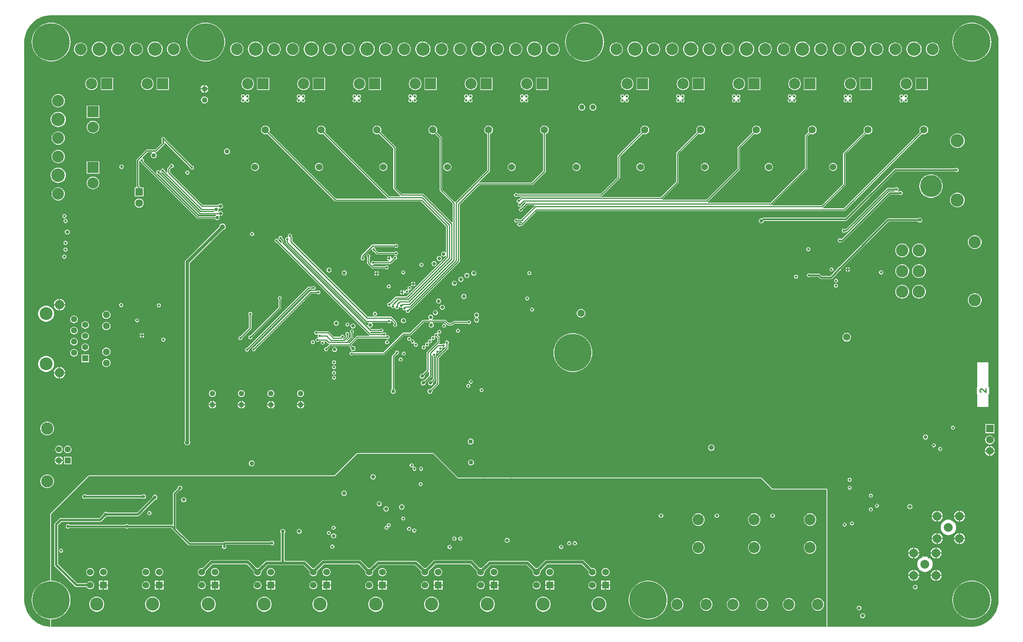
<source format=gbr>
%TF.GenerationSoftware,Altium Limited,Altium Designer,22.3.1 (43)*%
G04 Layer_Physical_Order=2*
G04 Layer_Color=36540*
%FSLAX26Y26*%
%MOIN*%
%TF.SameCoordinates,8280E445-5C4D-48E8-A53F-9B01841AA427*%
%TF.FilePolarity,Positive*%
%TF.FileFunction,Copper,L2,Inr,Signal*%
%TF.Part,Single*%
G01*
G75*
%TA.AperFunction,Conductor*%
%ADD61C,0.010000*%
%ADD62C,0.012000*%
%ADD63C,0.020000*%
%ADD65C,0.016000*%
%ADD68C,0.015000*%
%ADD69C,0.025000*%
%ADD71C,0.030000*%
%TA.AperFunction,ComponentPad*%
%ADD77C,0.032000*%
%ADD78C,0.110236*%
%ADD79C,0.055118*%
%ADD80R,0.055118X0.055118*%
%ADD81C,0.334646*%
%ADD82C,0.078740*%
%ADD83C,0.110000*%
%ADD84C,0.065000*%
%ADD85C,0.100000*%
%ADD86C,0.068898*%
%ADD87R,0.068898X0.068898*%
%ADD88R,0.100000X0.100000*%
%ADD89C,0.120079*%
%ADD90C,0.106299*%
%ADD91C,0.060000*%
%ADD92C,0.118110*%
%ADD93C,0.196850*%
%ADD94R,0.060000X0.060000*%
%ADD95R,0.100000X0.100000*%
%ADD96C,0.049213*%
%ADD97C,0.061024*%
%ADD98C,0.082677*%
%ADD99C,0.114764*%
%TA.AperFunction,ViaPad*%
%ADD100C,0.032000*%
%ADD101C,0.022000*%
%ADD102C,0.024000*%
%ADD103C,0.040000*%
%ADD104C,0.050000*%
%ADD105C,0.045000*%
%ADD106C,0.027000*%
%ADD107C,0.028000*%
%ADD108C,0.035000*%
G36*
X4673815Y2560000D02*
X4893815Y2340000D01*
X7611051D01*
X7711052Y2240000D01*
X8200000Y2240000D01*
Y1010195D01*
X1250000D01*
Y1076677D01*
X1261360D01*
X1283886Y1079643D01*
X1305832Y1085523D01*
X1326823Y1094218D01*
X1346500Y1105578D01*
X1364525Y1119409D01*
X1380591Y1135475D01*
X1394422Y1153500D01*
X1405782Y1173177D01*
X1414477Y1194168D01*
X1420357Y1216114D01*
X1423323Y1238640D01*
Y1261360D01*
X1420357Y1283886D01*
X1414477Y1305832D01*
X1405782Y1326823D01*
X1394422Y1346500D01*
X1380591Y1364525D01*
X1364525Y1380591D01*
X1346500Y1394422D01*
X1326823Y1405782D01*
X1305832Y1414477D01*
X1283886Y1420357D01*
X1261360Y1423323D01*
X1250000D01*
Y2020960D01*
X1589205Y2360165D01*
X3792598Y2360165D01*
X3992433Y2560000D01*
X4673815Y2560000D01*
D02*
G37*
G36*
X9500000Y6489804D02*
X9511781D01*
X9535229Y6487494D01*
X9558338Y6482898D01*
X9580885Y6476058D01*
X9602653Y6467042D01*
X9623433Y6455934D01*
X9643024Y6442844D01*
X9661237Y6427897D01*
X9677898Y6411236D01*
X9692845Y6393023D01*
X9705935Y6373432D01*
X9717042Y6352653D01*
X9726059Y6330885D01*
X9732898Y6308337D01*
X9737495Y6285228D01*
X9739805Y6261780D01*
X9739804Y6250000D01*
X9739804Y6250000D01*
X9739804Y6249999D01*
X9739805Y1250000D01*
Y1238219D01*
X9737495Y1214771D01*
X9732898Y1191662D01*
X9726059Y1169115D01*
X9717042Y1147347D01*
X9705935Y1126566D01*
X9692845Y1106976D01*
X9677897Y1088763D01*
X9661237Y1072102D01*
X9643024Y1057155D01*
X9623433Y1044064D01*
X9602653Y1032958D01*
X9580885Y1023941D01*
X9558338Y1017101D01*
X9535229Y1012505D01*
X9511781Y1010195D01*
X8206494D01*
Y2240000D01*
X8204592Y2244592D01*
X8200000Y2246494D01*
X7713742Y2246495D01*
X7615644Y2344592D01*
X7611051Y2346494D01*
X5383666D01*
X5375222Y2348174D01*
X5366777Y2346494D01*
X5130107D01*
X5121663Y2348174D01*
X5113218Y2346494D01*
X4896505D01*
X4678407Y2564592D01*
X4673815Y2566494D01*
X3992433Y2566494D01*
X3987840Y2564592D01*
X3789908Y2366659D01*
X1589205Y2366660D01*
X1584612Y2364757D01*
X1245408Y2025553D01*
X1243506Y2020960D01*
Y1423323D01*
X1243471Y1423267D01*
X1227328Y1422209D01*
X1205044Y1417776D01*
X1183530Y1410473D01*
X1163153Y1400424D01*
X1144261Y1387801D01*
X1127179Y1372821D01*
X1112199Y1355739D01*
X1099576Y1336847D01*
X1089527Y1316470D01*
X1082224Y1294956D01*
X1077791Y1272672D01*
X1076305Y1250000D01*
X1077791Y1227328D01*
X1082224Y1205044D01*
X1089527Y1183530D01*
X1099576Y1163153D01*
X1112199Y1144261D01*
X1127179Y1127179D01*
X1144261Y1112199D01*
X1163153Y1099576D01*
X1183530Y1089527D01*
X1205044Y1082224D01*
X1227328Y1077791D01*
X1243471Y1076733D01*
X1243506Y1076677D01*
Y1011864D01*
X1237505Y1010266D01*
X1214771Y1012505D01*
X1191662Y1017101D01*
X1169115Y1023941D01*
X1147347Y1032958D01*
X1126566Y1044065D01*
X1106976Y1057155D01*
X1088763Y1072102D01*
X1072102Y1088763D01*
X1057155Y1106976D01*
X1044064Y1126567D01*
X1032958Y1147347D01*
X1023941Y1169115D01*
X1017101Y1191662D01*
X1012505Y1214771D01*
X1010195Y1238219D01*
X1010195Y1250000D01*
X1010195Y6250000D01*
Y6261781D01*
X1012505Y6285229D01*
X1017101Y6308338D01*
X1023941Y6330885D01*
X1032958Y6352653D01*
X1044065Y6373433D01*
X1057155Y6393024D01*
X1072102Y6411237D01*
X1088763Y6427898D01*
X1106976Y6442845D01*
X1126567Y6455935D01*
X1147347Y6467042D01*
X1169115Y6476059D01*
X1191662Y6482899D01*
X1214771Y6487495D01*
X1238219Y6489805D01*
X1250000Y6489805D01*
X9500000Y6489804D01*
D02*
G37*
%LPC*%
G36*
X4568382Y2442000D02*
X4561618D01*
X4555370Y2439412D01*
X4550588Y2434630D01*
X4548000Y2428381D01*
Y2421619D01*
X4550588Y2415370D01*
X4555370Y2410588D01*
X4561618Y2408000D01*
X4568382D01*
X4574630Y2410588D01*
X4579412Y2415370D01*
X4582000Y2421619D01*
Y2428381D01*
X4579412Y2434630D01*
X4574630Y2439412D01*
X4568382Y2442000D01*
D02*
G37*
G36*
X4483697Y2473102D02*
X4476934D01*
X4470685Y2470514D01*
X4465903Y2465732D01*
X4463315Y2459484D01*
Y2452721D01*
X4465903Y2446473D01*
X4470685Y2441690D01*
X4476934Y2439102D01*
X4483697D01*
X4488611Y2441138D01*
X4492010Y2436051D01*
X4490588Y2434630D01*
X4488000Y2428381D01*
Y2421619D01*
X4490588Y2415370D01*
X4495370Y2410588D01*
X4501618Y2408000D01*
X4508382D01*
X4514630Y2410588D01*
X4519412Y2415370D01*
X4522000Y2421619D01*
Y2428381D01*
X4519412Y2434630D01*
X4514630Y2439412D01*
X4508382Y2442000D01*
X4501618D01*
X4496704Y2439964D01*
X4493305Y2445051D01*
X4494727Y2446473D01*
X4497315Y2452721D01*
Y2459484D01*
X4494727Y2465732D01*
X4489945Y2470514D01*
X4483697Y2473102D01*
D02*
G37*
G36*
X4138925Y2377553D02*
X4129576D01*
X4120939Y2373975D01*
X4114328Y2367365D01*
X4110750Y2358727D01*
Y2349378D01*
X4114328Y2340741D01*
X4120939Y2334131D01*
X4129576Y2330553D01*
X4138925D01*
X4147562Y2334131D01*
X4154173Y2340741D01*
X4157750Y2349378D01*
Y2358727D01*
X4154173Y2367365D01*
X4147562Y2373975D01*
X4138925Y2377553D01*
D02*
G37*
G36*
X4564127Y2304133D02*
X4557364D01*
X4551116Y2301545D01*
X4546334Y2296763D01*
X4543746Y2290515D01*
Y2283752D01*
X4546334Y2277504D01*
X4551116Y2272722D01*
X4557364Y2270133D01*
X4564127D01*
X4570376Y2272722D01*
X4575158Y2277504D01*
X4577746Y2283752D01*
Y2290515D01*
X4575158Y2296763D01*
X4570376Y2301545D01*
X4564127Y2304133D01*
D02*
G37*
G36*
X2083978Y2195551D02*
X2076022D01*
X2068671Y2192506D01*
X2065990Y2189825D01*
X1564010D01*
X1561329Y2192506D01*
X1553978Y2195551D01*
X1546022D01*
X1538671Y2192506D01*
X1533045Y2186880D01*
X1530000Y2179529D01*
Y2171573D01*
X1533045Y2164222D01*
X1538671Y2158596D01*
X1546022Y2155551D01*
X1553978D01*
X1561329Y2158596D01*
X1564010Y2161277D01*
X2065990D01*
X2068671Y2158596D01*
X2076022Y2155551D01*
X2083978D01*
X2091329Y2158596D01*
X2096955Y2164222D01*
X2100000Y2171573D01*
Y2179529D01*
X2096955Y2186880D01*
X2091329Y2192506D01*
X2083978Y2195551D01*
D02*
G37*
G36*
X3881023Y2229534D02*
X3871674D01*
X3863037Y2225956D01*
X3856426Y2219345D01*
X3852849Y2210708D01*
Y2201359D01*
X3856426Y2192722D01*
X3863037Y2186111D01*
X3871674Y2182534D01*
X3881023D01*
X3889660Y2186111D01*
X3896271Y2192722D01*
X3899849Y2201359D01*
Y2210708D01*
X3896271Y2219345D01*
X3889660Y2225956D01*
X3881023Y2229534D01*
D02*
G37*
G36*
X2442724Y2170739D02*
X2433971D01*
X2425885Y2167390D01*
X2419697Y2161201D01*
X2416347Y2153115D01*
Y2144363D01*
X2419697Y2136277D01*
X2425885Y2130088D01*
X2433971Y2126739D01*
X2442724D01*
X2450809Y2130088D01*
X2456998Y2136277D01*
X2460347Y2144363D01*
Y2153115D01*
X2456998Y2161201D01*
X2450809Y2167390D01*
X2442724Y2170739D01*
D02*
G37*
G36*
X4193674Y2133772D02*
X4184921D01*
X4176836Y2130422D01*
X4170647Y2124234D01*
X4167297Y2116148D01*
Y2107396D01*
X4170647Y2099310D01*
X4176836Y2093121D01*
X4184921Y2089772D01*
X4193674D01*
X4201760Y2093121D01*
X4207948Y2099310D01*
X4211297Y2107396D01*
Y2116148D01*
X4207948Y2124234D01*
X4201760Y2130422D01*
X4193674Y2133772D01*
D02*
G37*
G36*
X4397802Y2107853D02*
X4388453D01*
X4379815Y2104275D01*
X4373205Y2097665D01*
X4369627Y2089027D01*
Y2079679D01*
X4373205Y2071041D01*
X4379815Y2064431D01*
X4388453Y2060853D01*
X4397802D01*
X4406439Y2064431D01*
X4413050Y2071041D01*
X4416627Y2079679D01*
Y2089027D01*
X4413050Y2097665D01*
X4406439Y2104275D01*
X4397802Y2107853D01*
D02*
G37*
G36*
X4255674Y2090075D02*
X4246326D01*
X4237688Y2086497D01*
X4231078Y2079887D01*
X4227500Y2071249D01*
Y2061900D01*
X4231078Y2053263D01*
X4237688Y2046652D01*
X4246326Y2043075D01*
X4255674D01*
X4264312Y2046652D01*
X4270922Y2053263D01*
X4274500Y2061900D01*
Y2071249D01*
X4270922Y2079887D01*
X4264312Y2086497D01*
X4255674Y2090075D01*
D02*
G37*
G36*
X2184376Y2192000D02*
X2175624D01*
X2167538Y2188651D01*
X2161349Y2182462D01*
X2158000Y2174376D01*
Y2171071D01*
X2020802Y2033872D01*
X1754799D01*
X1752462Y2036210D01*
X1744376Y2039559D01*
X1735624D01*
X1727538Y2036210D01*
X1721349Y2030021D01*
X1718000Y2021935D01*
Y2018630D01*
X1682573Y1983203D01*
X1336684D01*
X1330441Y1981961D01*
X1325149Y1978425D01*
X1283465Y1936741D01*
X1279928Y1931448D01*
X1278687Y1925206D01*
Y1563898D01*
X1279928Y1557655D01*
X1283465Y1552362D01*
X1465472Y1370354D01*
X1470765Y1366818D01*
X1477008Y1365576D01*
X1567849D01*
X1571193Y1359785D01*
X1577896Y1353083D01*
X1586104Y1348343D01*
X1595261Y1345890D01*
X1604739D01*
X1613896Y1348343D01*
X1622104Y1353083D01*
X1628807Y1359785D01*
X1633547Y1367994D01*
X1636000Y1377150D01*
Y1386629D01*
X1633547Y1395785D01*
X1628807Y1403994D01*
X1622104Y1410697D01*
X1613896Y1415436D01*
X1604739Y1417890D01*
X1595261D01*
X1586104Y1415436D01*
X1577896Y1410697D01*
X1571193Y1403994D01*
X1567849Y1398203D01*
X1483765D01*
X1311313Y1570655D01*
Y1918448D01*
X1343441Y1950576D01*
X1689331D01*
X1695574Y1951818D01*
X1700866Y1955354D01*
X1741071Y1995559D01*
X1744376D01*
X1752462Y1998908D01*
X1754799Y2001245D01*
X2027559D01*
X2033802Y2002487D01*
X2039094Y2006024D01*
X2181071Y2148000D01*
X2184376D01*
X2192462Y2151349D01*
X2198651Y2157538D01*
X2202000Y2165624D01*
Y2174376D01*
X2198651Y2182462D01*
X2192462Y2188651D01*
X2184376Y2192000D01*
D02*
G37*
G36*
X2133663Y2045057D02*
X2126502D01*
X2119886Y2042317D01*
X2114823Y2037254D01*
X2112083Y2030638D01*
Y2023477D01*
X2114823Y2016861D01*
X2119886Y2011798D01*
X2126502Y2009057D01*
X2133663D01*
X2140279Y2011798D01*
X2145342Y2016861D01*
X2148083Y2023477D01*
Y2030638D01*
X2145342Y2037254D01*
X2140279Y2042317D01*
X2133663Y2045057D01*
D02*
G37*
G36*
X7718810Y2024500D02*
X7711052D01*
X7703885Y2021531D01*
X7698400Y2016046D01*
X7695431Y2008879D01*
Y2001121D01*
X7698400Y1993954D01*
X7703885Y1988469D01*
X7711052Y1985500D01*
X7718810D01*
X7725977Y1988469D01*
X7731462Y1993954D01*
X7734431Y2001121D01*
Y2008879D01*
X7731462Y2016046D01*
X7725977Y2021531D01*
X7718810Y2024500D01*
D02*
G37*
G36*
X7218810D02*
X7211052D01*
X7203885Y2021531D01*
X7198400Y2016046D01*
X7195431Y2008879D01*
Y2001121D01*
X7198400Y1993954D01*
X7203885Y1988469D01*
X7211052Y1985500D01*
X7218810D01*
X7225977Y1988469D01*
X7231462Y1993954D01*
X7234431Y2001121D01*
Y2008879D01*
X7231462Y2016046D01*
X7225977Y2021531D01*
X7218810Y2024500D01*
D02*
G37*
G36*
X6718810D02*
X6711052D01*
X6703885Y2021531D01*
X6698400Y2016046D01*
X6695431Y2008879D01*
Y2001121D01*
X6698400Y1993954D01*
X6703885Y1988469D01*
X6711052Y1985500D01*
X6718810D01*
X6725977Y1988469D01*
X6731462Y1993954D01*
X6734431Y2001121D01*
Y2008879D01*
X6731462Y2016046D01*
X6725977Y2021531D01*
X6718810Y2024500D01*
D02*
G37*
G36*
X4407690Y1997000D02*
X4400927D01*
X4394678Y1994412D01*
X4389896Y1989630D01*
X4387308Y1983381D01*
Y1976619D01*
X4389896Y1970370D01*
X4394678Y1965588D01*
X4400927Y1963000D01*
X4407690D01*
X4413938Y1965588D01*
X4418720Y1970370D01*
X4421308Y1976619D01*
Y1983381D01*
X4418720Y1989630D01*
X4413938Y1994412D01*
X4407690Y1997000D01*
D02*
G37*
G36*
X2409529Y2274247D02*
X2401573D01*
X2394222Y2271202D01*
X2388596Y2265576D01*
X2385551Y2258225D01*
Y2253713D01*
X2346233Y2214395D01*
X2343249Y2209930D01*
X2342202Y2204662D01*
Y1925297D01*
X2336202Y1922090D01*
X2335919Y1922279D01*
X2330651Y1923327D01*
X2330123Y1923222D01*
X1944569D01*
X1941697Y1926093D01*
X1934530Y1929062D01*
X1926772D01*
X1919605Y1926093D01*
X1916733Y1923222D01*
X1413760Y1923222D01*
X1411046Y1925936D01*
X1403879Y1928905D01*
X1396121D01*
X1388954Y1925936D01*
X1383469Y1920450D01*
X1380500Y1913283D01*
Y1905526D01*
X1383469Y1898359D01*
X1388954Y1892873D01*
X1396121Y1889905D01*
X1403879D01*
X1411046Y1892873D01*
X1413865Y1895693D01*
X1916943Y1895693D01*
X1919605Y1893031D01*
X1926772Y1890062D01*
X1934530D01*
X1941697Y1893031D01*
X1944359Y1895693D01*
X2325055D01*
X2346233Y1874514D01*
X2478177Y1742570D01*
X2482643Y1739586D01*
X2487910Y1738538D01*
X2487911Y1738539D01*
X2780912D01*
X2781113Y1738393D01*
X2784427Y1732538D01*
X2782787Y1728580D01*
Y1721420D01*
X2785528Y1714804D01*
X2790591Y1709740D01*
X2797207Y1707000D01*
X2804368D01*
X2810984Y1709740D01*
X2816047Y1714804D01*
X2818787Y1721420D01*
Y1728580D01*
X2816047Y1735196D01*
X2814552Y1736691D01*
Y1745121D01*
X3216302D01*
X3219068Y1742354D01*
X3226235Y1739386D01*
X3233993D01*
X3241160Y1742354D01*
X3246646Y1747840D01*
X3249614Y1755007D01*
Y1762765D01*
X3246646Y1769932D01*
X3241160Y1775417D01*
X3233993Y1778386D01*
X3226235D01*
X3219068Y1775417D01*
X3216302Y1772650D01*
X2807370D01*
X2802103Y1771602D01*
X2797637Y1768619D01*
X2797637Y1768619D01*
X2795086Y1766068D01*
X2493612D01*
X2369731Y1889949D01*
Y2198961D01*
X2405017Y2234247D01*
X2409529D01*
X2416880Y2237292D01*
X2422506Y2242918D01*
X2425551Y2250269D01*
Y2258225D01*
X2422506Y2265576D01*
X2416880Y2271202D01*
X2409529Y2274247D01*
D02*
G37*
G36*
X8057373Y2026000D02*
X8042627D01*
X8028385Y2022184D01*
X8015615Y2014811D01*
X8005189Y2004385D01*
X7997816Y1991615D01*
X7994000Y1977372D01*
Y1962628D01*
X7997816Y1948385D01*
X8005189Y1935615D01*
X8015615Y1925189D01*
X8028385Y1917816D01*
X8042627Y1914000D01*
X8057373D01*
X8071615Y1917816D01*
X8084385Y1925189D01*
X8094811Y1935615D01*
X8102184Y1948385D01*
X8106000Y1962628D01*
Y1977372D01*
X8102184Y1991615D01*
X8094811Y2004385D01*
X8084385Y2014811D01*
X8071615Y2022184D01*
X8057373Y2026000D01*
D02*
G37*
G36*
X7557373D02*
X7542627D01*
X7528385Y2022184D01*
X7515615Y2014811D01*
X7505189Y2004385D01*
X7497816Y1991615D01*
X7494000Y1977372D01*
Y1962628D01*
X7497816Y1948385D01*
X7505189Y1935615D01*
X7515615Y1925189D01*
X7528385Y1917816D01*
X7542627Y1914000D01*
X7557373D01*
X7571615Y1917816D01*
X7584385Y1925189D01*
X7594811Y1935615D01*
X7602184Y1948385D01*
X7606000Y1962628D01*
Y1977372D01*
X7602184Y1991615D01*
X7594811Y2004385D01*
X7584385Y2014811D01*
X7571615Y2022184D01*
X7557373Y2026000D01*
D02*
G37*
G36*
X7057373D02*
X7042627D01*
X7028385Y2022184D01*
X7015615Y2014811D01*
X7005189Y2004385D01*
X6997816Y1991615D01*
X6994000Y1977372D01*
Y1962628D01*
X6997816Y1948385D01*
X7005189Y1935615D01*
X7015615Y1925189D01*
X7028385Y1917816D01*
X7042627Y1914000D01*
X7057373D01*
X7071615Y1917816D01*
X7084385Y1925189D01*
X7094811Y1935615D01*
X7102184Y1948385D01*
X7106000Y1962628D01*
Y1977372D01*
X7102184Y1991615D01*
X7094811Y2004385D01*
X7084385Y2014811D01*
X7071615Y2022184D01*
X7057373Y2026000D01*
D02*
G37*
G36*
X4278578Y1937952D02*
X4271815D01*
X4265567Y1935364D01*
X4260785Y1930582D01*
X4258197Y1924334D01*
Y1917571D01*
X4252974Y1914500D01*
X4251535D01*
X4245287Y1911912D01*
X4240505Y1907130D01*
X4237916Y1900882D01*
Y1894119D01*
X4240505Y1887870D01*
X4245287Y1883088D01*
X4251535Y1880500D01*
X4258298D01*
X4264546Y1883088D01*
X4269328Y1887870D01*
X4271916Y1894119D01*
Y1900881D01*
X4277139Y1903952D01*
X4278578D01*
X4284827Y1906540D01*
X4289609Y1911322D01*
X4292197Y1917571D01*
Y1924334D01*
X4289609Y1930582D01*
X4284827Y1935364D01*
X4278578Y1937952D01*
D02*
G37*
G36*
X3783382Y1914500D02*
X3776619D01*
X3770370Y1911912D01*
X3765588Y1907130D01*
X3763000Y1900882D01*
Y1894119D01*
X3765588Y1887870D01*
X3770370Y1883088D01*
X3776619Y1880500D01*
X3783382D01*
X3789630Y1883088D01*
X3794412Y1887870D01*
X3797000Y1894119D01*
Y1900882D01*
X3794412Y1907130D01*
X3789630Y1911912D01*
X3783382Y1914500D01*
D02*
G37*
G36*
X4461691Y1905102D02*
X4454530D01*
X4447914Y1902361D01*
X4442851Y1897298D01*
X4440110Y1890682D01*
Y1883521D01*
X4442851Y1876906D01*
X4447914Y1871842D01*
X4454530Y1869102D01*
X4461691D01*
X4468306Y1871842D01*
X4473370Y1876906D01*
X4476110Y1883521D01*
Y1890682D01*
X4473370Y1897298D01*
X4468306Y1902361D01*
X4461691Y1905102D01*
D02*
G37*
G36*
X4507911Y1890756D02*
X4500750D01*
X4494135Y1888015D01*
X4489071Y1882952D01*
X4486331Y1876336D01*
Y1869176D01*
X4489071Y1862560D01*
X4494135Y1857496D01*
X4500750Y1854756D01*
X4507911D01*
X4514527Y1857496D01*
X4519590Y1862560D01*
X4522331Y1869176D01*
Y1876336D01*
X4519590Y1882952D01*
X4514527Y1888015D01*
X4507911Y1890756D01*
D02*
G37*
G36*
X3476774Y1887188D02*
X3468022D01*
X3459936Y1883838D01*
X3453748Y1877650D01*
X3450398Y1869564D01*
Y1860812D01*
X3453748Y1852726D01*
X3459936Y1846537D01*
X3468022Y1843188D01*
X3476774D01*
X3484860Y1846537D01*
X3491049Y1852726D01*
X3494398Y1860812D01*
Y1869564D01*
X3491049Y1877650D01*
X3484860Y1883838D01*
X3476774Y1887188D01*
D02*
G37*
G36*
X3741697Y1868066D02*
X3734934D01*
X3728685Y1865478D01*
X3723903Y1860696D01*
X3721315Y1854447D01*
Y1847684D01*
X3723903Y1841436D01*
X3728685Y1836654D01*
X3734934Y1834066D01*
X3741697D01*
X3747945Y1836654D01*
X3752727Y1841436D01*
X3755315Y1847684D01*
Y1854447D01*
X3752727Y1860696D01*
X3747945Y1865478D01*
X3741697Y1868066D01*
D02*
G37*
G36*
X3786611Y1846733D02*
X3777859D01*
X3769773Y1843384D01*
X3763584Y1837195D01*
X3760235Y1829109D01*
Y1820357D01*
X3763584Y1812271D01*
X3769773Y1806082D01*
X3777859Y1802733D01*
X3786611D01*
X3794697Y1806082D01*
X3800886Y1812271D01*
X3804235Y1820357D01*
Y1829109D01*
X3800886Y1837195D01*
X3794697Y1843384D01*
X3786611Y1846733D01*
D02*
G37*
G36*
X4921373Y1818000D02*
X4914212D01*
X4907597Y1815260D01*
X4902533Y1810196D01*
X4899793Y1803580D01*
Y1796420D01*
X4902533Y1789804D01*
X4907597Y1784740D01*
X4914212Y1782000D01*
X4921373D01*
X4927989Y1784740D01*
X4933052Y1789804D01*
X4935793Y1796420D01*
Y1803580D01*
X4933052Y1810196D01*
X4927989Y1815260D01*
X4921373Y1818000D01*
D02*
G37*
G36*
X4865918D02*
X4858757D01*
X4852142Y1815260D01*
X4847078Y1810196D01*
X4844338Y1803580D01*
Y1796420D01*
X4847078Y1789804D01*
X4852142Y1784740D01*
X4858757Y1782000D01*
X4865918D01*
X4872534Y1784740D01*
X4877597Y1789804D01*
X4880338Y1796420D01*
Y1803580D01*
X4877597Y1810196D01*
X4872534Y1815260D01*
X4865918Y1818000D01*
D02*
G37*
G36*
X5339991Y1805753D02*
X5331239D01*
X5323153Y1802404D01*
X5316964Y1796215D01*
X5313615Y1788129D01*
Y1779377D01*
X5316964Y1771291D01*
X5323153Y1765102D01*
X5331239Y1761753D01*
X5339991D01*
X5348077Y1765102D01*
X5354266Y1771291D01*
X5357615Y1779377D01*
Y1788129D01*
X5354266Y1796215D01*
X5348077Y1802404D01*
X5339991Y1805753D01*
D02*
G37*
G36*
X5895706Y1775559D02*
X5888546D01*
X5881930Y1772819D01*
X5876866Y1767755D01*
X5874126Y1761139D01*
Y1753979D01*
X5876866Y1747363D01*
X5881930Y1742300D01*
X5888546Y1739559D01*
X5895706D01*
X5902322Y1742300D01*
X5907386Y1747363D01*
X5910126Y1753979D01*
Y1761139D01*
X5907386Y1767755D01*
X5902322Y1772819D01*
X5895706Y1775559D01*
D02*
G37*
G36*
X5946101Y1775164D02*
X5938940D01*
X5932325Y1772424D01*
X5927261Y1767361D01*
X5924521Y1760745D01*
Y1753584D01*
X5927261Y1746968D01*
X5932325Y1741905D01*
X5938940Y1739164D01*
X5946101D01*
X5952717Y1741905D01*
X5957780Y1746968D01*
X5960521Y1753584D01*
Y1760745D01*
X5957780Y1767361D01*
X5952717Y1772424D01*
X5946101Y1775164D01*
D02*
G37*
G36*
X3772790Y1745192D02*
X3765630D01*
X3759014Y1742452D01*
X3753950Y1737388D01*
X3751210Y1730772D01*
Y1723612D01*
X3753950Y1716996D01*
X3759014Y1711932D01*
X3765630Y1709192D01*
X3772790D01*
X3779406Y1711932D01*
X3784470Y1716996D01*
X3787210Y1723612D01*
Y1730772D01*
X3784470Y1737388D01*
X3779406Y1742452D01*
X3772790Y1745192D01*
D02*
G37*
G36*
X5824840Y1743000D02*
X5817680D01*
X5811064Y1740260D01*
X5806000Y1735196D01*
X5803260Y1728580D01*
Y1721420D01*
X5806000Y1714804D01*
X5811064Y1709740D01*
X5817680Y1707000D01*
X5824840D01*
X5831456Y1709740D01*
X5836520Y1714804D01*
X5839260Y1721420D01*
Y1728580D01*
X5836520Y1735196D01*
X5831456Y1740260D01*
X5824840Y1743000D01*
D02*
G37*
G36*
X4824840D02*
X4817680D01*
X4811064Y1740260D01*
X4806000Y1735196D01*
X4803260Y1728580D01*
Y1721420D01*
X4806000Y1714804D01*
X4811064Y1709740D01*
X4817680Y1707000D01*
X4824840D01*
X4831456Y1709740D01*
X4836520Y1714804D01*
X4839260Y1721420D01*
Y1728580D01*
X4836520Y1735196D01*
X4831456Y1740260D01*
X4824840Y1743000D01*
D02*
G37*
G36*
X1342712Y1708772D02*
X1335949D01*
X1329701Y1706184D01*
X1324919Y1701401D01*
X1322331Y1695153D01*
Y1688390D01*
X1324919Y1682142D01*
X1329701Y1677360D01*
X1335949Y1674772D01*
X1342712D01*
X1348960Y1677360D01*
X1353743Y1682142D01*
X1356331Y1688390D01*
Y1695153D01*
X1353743Y1701401D01*
X1348960Y1706184D01*
X1342712Y1708772D01*
D02*
G37*
G36*
X8057373Y1776000D02*
X8042627D01*
X8028385Y1772184D01*
X8015615Y1764811D01*
X8005189Y1754385D01*
X7997816Y1741615D01*
X7994000Y1727372D01*
Y1712628D01*
X7997816Y1698385D01*
X8005189Y1685615D01*
X8015615Y1675189D01*
X8028385Y1667816D01*
X8042627Y1664000D01*
X8057373D01*
X8071615Y1667816D01*
X8084385Y1675189D01*
X8094811Y1685615D01*
X8102184Y1698385D01*
X8106000Y1712628D01*
Y1727372D01*
X8102184Y1741615D01*
X8094811Y1754385D01*
X8084385Y1764811D01*
X8071615Y1772184D01*
X8057373Y1776000D01*
D02*
G37*
G36*
X7557373D02*
X7542627D01*
X7528385Y1772184D01*
X7515615Y1764811D01*
X7505189Y1754385D01*
X7497816Y1741615D01*
X7494000Y1727372D01*
Y1712628D01*
X7497816Y1698385D01*
X7505189Y1685615D01*
X7515615Y1675189D01*
X7528385Y1667816D01*
X7542627Y1664000D01*
X7557373D01*
X7571615Y1667816D01*
X7584385Y1675189D01*
X7594811Y1685615D01*
X7602184Y1698385D01*
X7606000Y1712628D01*
Y1727372D01*
X7602184Y1741615D01*
X7594811Y1754385D01*
X7584385Y1764811D01*
X7571615Y1772184D01*
X7557373Y1776000D01*
D02*
G37*
G36*
X7057373D02*
X7042627D01*
X7028385Y1772184D01*
X7015615Y1764811D01*
X7005189Y1754385D01*
X6997816Y1741615D01*
X6994000Y1727372D01*
Y1712628D01*
X6997816Y1698385D01*
X7005189Y1685615D01*
X7015615Y1675189D01*
X7028385Y1667816D01*
X7042627Y1664000D01*
X7057373D01*
X7071615Y1667816D01*
X7084385Y1675189D01*
X7094811Y1685615D01*
X7102184Y1698385D01*
X7106000Y1712628D01*
Y1727372D01*
X7102184Y1741615D01*
X7094811Y1754385D01*
X7084385Y1764811D01*
X7071615Y1772184D01*
X7057373Y1776000D01*
D02*
G37*
G36*
X3329376Y1887188D02*
X3320624D01*
X3312538Y1883838D01*
X3306349Y1877650D01*
X3303000Y1869564D01*
Y1860812D01*
X3306349Y1852726D01*
X3308686Y1850388D01*
Y1599965D01*
X3181102D01*
X3173884Y1598529D01*
X3167765Y1594440D01*
X3108356Y1535031D01*
X3104740Y1536000D01*
X3095260D01*
X3091644Y1535031D01*
X3024185Y1602491D01*
X3018066Y1606579D01*
X3010847Y1608015D01*
X2689153D01*
X2681934Y1606579D01*
X2675815Y1602491D01*
X2608356Y1535031D01*
X2604740Y1536000D01*
X2595260D01*
X2586104Y1533547D01*
X2577896Y1528807D01*
X2571193Y1522104D01*
X2566453Y1513896D01*
X2564000Y1504739D01*
Y1495261D01*
X2566453Y1486104D01*
X2571193Y1477896D01*
X2577896Y1471193D01*
X2586104Y1466453D01*
X2595260Y1464000D01*
X2604740D01*
X2613896Y1466453D01*
X2622104Y1471193D01*
X2628807Y1477896D01*
X2633547Y1486104D01*
X2636000Y1495261D01*
Y1504739D01*
X2635031Y1508356D01*
X2696966Y1570290D01*
X3003034D01*
X3064969Y1508356D01*
X3064000Y1504739D01*
Y1495261D01*
X3066453Y1486104D01*
X3071193Y1477896D01*
X3077896Y1471193D01*
X3086104Y1466453D01*
X3095260Y1464000D01*
X3104740D01*
X3113896Y1466453D01*
X3122104Y1471193D01*
X3128807Y1477896D01*
X3133547Y1486104D01*
X3136000Y1495261D01*
Y1504739D01*
X3135031Y1508356D01*
X3188915Y1562240D01*
X3511085D01*
X3564969Y1508356D01*
X3564000Y1504739D01*
Y1495261D01*
X3566453Y1486104D01*
X3571193Y1477896D01*
X3577896Y1471193D01*
X3586104Y1466453D01*
X3595260Y1464000D01*
X3604740D01*
X3613896Y1466453D01*
X3622104Y1471193D01*
X3628807Y1477896D01*
X3633547Y1486104D01*
X3636000Y1495261D01*
Y1504739D01*
X3635031Y1508356D01*
X3696966Y1570290D01*
X4003034D01*
X4064965Y1508360D01*
X4063994Y1504737D01*
Y1495258D01*
X4066448Y1486102D01*
X4071187Y1477893D01*
X4077890Y1471191D01*
X4086099Y1466451D01*
X4095255Y1463998D01*
X4104734D01*
X4113890Y1466451D01*
X4122099Y1471191D01*
X4128801Y1477893D01*
X4133541Y1486102D01*
X4135994Y1495258D01*
Y1504737D01*
X4135026Y1508351D01*
X4188915Y1562240D01*
X4511085D01*
X4564969Y1508356D01*
X4564000Y1504739D01*
Y1495261D01*
X4566453Y1486104D01*
X4571193Y1477896D01*
X4577895Y1471193D01*
X4586105Y1466453D01*
X4595261Y1464000D01*
X4604739D01*
X4613895Y1466453D01*
X4622105Y1471193D01*
X4628807Y1477896D01*
X4633547Y1486104D01*
X4636000Y1495261D01*
Y1504739D01*
X4635031Y1508356D01*
X4696966Y1570290D01*
X5003034D01*
X5064965Y1508360D01*
X5063994Y1504737D01*
Y1495258D01*
X5066448Y1486102D01*
X5071187Y1477893D01*
X5077890Y1471191D01*
X5086099Y1466451D01*
X5095255Y1463998D01*
X5104734D01*
X5113890Y1466451D01*
X5122099Y1471191D01*
X5128801Y1477893D01*
X5133541Y1486102D01*
X5135994Y1495258D01*
Y1504737D01*
X5135026Y1508351D01*
X5188915Y1562240D01*
X5511085D01*
X5564969Y1508356D01*
X5564000Y1504739D01*
Y1495261D01*
X5566453Y1486104D01*
X5571193Y1477896D01*
X5577895Y1471193D01*
X5586105Y1466453D01*
X5595261Y1464000D01*
X5604739D01*
X5613895Y1466453D01*
X5622105Y1471193D01*
X5628807Y1477896D01*
X5633547Y1486104D01*
X5636000Y1495261D01*
Y1504739D01*
X5635031Y1508356D01*
X5696966Y1570290D01*
X6003034D01*
X6064965Y1508360D01*
X6063994Y1504737D01*
Y1495258D01*
X6066448Y1486102D01*
X6071187Y1477893D01*
X6077890Y1471191D01*
X6086099Y1466451D01*
X6095255Y1463998D01*
X6104734D01*
X6113890Y1466451D01*
X6122099Y1471191D01*
X6128801Y1477893D01*
X6133541Y1486102D01*
X6135994Y1495258D01*
Y1504737D01*
X6133541Y1513893D01*
X6128801Y1522102D01*
X6122099Y1528805D01*
X6113890Y1533544D01*
X6104734Y1535998D01*
X6095255D01*
X6091645Y1535031D01*
X6024185Y1602491D01*
X6018066Y1606579D01*
X6010847Y1608015D01*
X5689153D01*
X5681934Y1606579D01*
X5675815Y1602491D01*
X5608356Y1535031D01*
X5604739Y1536000D01*
X5595261D01*
X5591644Y1535031D01*
X5532235Y1594440D01*
X5526116Y1598529D01*
X5518898Y1599965D01*
X5181102D01*
X5173884Y1598529D01*
X5167765Y1594440D01*
X5108353Y1535028D01*
X5104734Y1535998D01*
X5095255D01*
X5091645Y1535031D01*
X5024185Y1602491D01*
X5018066Y1606579D01*
X5010847Y1608015D01*
X4689153D01*
X4681934Y1606579D01*
X4675815Y1602491D01*
X4608356Y1535031D01*
X4604739Y1536000D01*
X4595261D01*
X4591644Y1535031D01*
X4532235Y1594440D01*
X4526116Y1598529D01*
X4518898Y1599965D01*
X4181102D01*
X4173884Y1598529D01*
X4167765Y1594440D01*
X4108353Y1535028D01*
X4104734Y1535998D01*
X4095255D01*
X4091645Y1535031D01*
X4024185Y1602491D01*
X4018066Y1606579D01*
X4010847Y1608015D01*
X3689153D01*
X3681934Y1606579D01*
X3675815Y1602491D01*
X3608356Y1535031D01*
X3604740Y1536000D01*
X3595260D01*
X3591644Y1535031D01*
X3532235Y1594440D01*
X3526116Y1598529D01*
X3518898Y1599965D01*
X3341314D01*
Y1850388D01*
X3343651Y1852726D01*
X3347000Y1860812D01*
Y1869564D01*
X3343651Y1877650D01*
X3337462Y1883838D01*
X3329376Y1887188D01*
D02*
G37*
G36*
X5722850Y1536000D02*
X5713371D01*
X5704215Y1533547D01*
X5696006Y1528807D01*
X5689303Y1522104D01*
X5684564Y1513896D01*
X5682110Y1504739D01*
Y1495261D01*
X5684564Y1486104D01*
X5689303Y1477896D01*
X5696006Y1471193D01*
X5704215Y1466453D01*
X5713371Y1464000D01*
X5722850D01*
X5732006Y1466453D01*
X5740215Y1471193D01*
X5746917Y1477896D01*
X5751657Y1486104D01*
X5754110Y1495261D01*
Y1504739D01*
X5751657Y1513896D01*
X5746917Y1522104D01*
X5740215Y1528807D01*
X5732006Y1533547D01*
X5722850Y1536000D01*
D02*
G37*
G36*
X4722850D02*
X4713371D01*
X4704215Y1533547D01*
X4696006Y1528807D01*
X4689303Y1522104D01*
X4684564Y1513896D01*
X4682110Y1504739D01*
Y1495261D01*
X4684564Y1486104D01*
X4689303Y1477896D01*
X4696006Y1471193D01*
X4704215Y1466453D01*
X4713371Y1464000D01*
X4722850D01*
X4732006Y1466453D01*
X4740215Y1471193D01*
X4746917Y1477896D01*
X4751657Y1486104D01*
X4754110Y1495261D01*
Y1504739D01*
X4751657Y1513896D01*
X4746917Y1522104D01*
X4740215Y1528807D01*
X4732006Y1533547D01*
X4722850Y1536000D01*
D02*
G37*
G36*
X3722850D02*
X3713371D01*
X3704215Y1533547D01*
X3696006Y1528807D01*
X3689303Y1522104D01*
X3684564Y1513896D01*
X3682110Y1504739D01*
Y1495261D01*
X3684564Y1486104D01*
X3689303Y1477896D01*
X3696006Y1471193D01*
X3704215Y1466453D01*
X3713371Y1464000D01*
X3722850D01*
X3732006Y1466453D01*
X3740215Y1471193D01*
X3746917Y1477896D01*
X3751657Y1486104D01*
X3754110Y1495261D01*
Y1504739D01*
X3751657Y1513896D01*
X3746917Y1522104D01*
X3740215Y1528807D01*
X3732006Y1533547D01*
X3722850Y1536000D01*
D02*
G37*
G36*
X3222850D02*
X3213371D01*
X3204215Y1533547D01*
X3196006Y1528807D01*
X3189303Y1522104D01*
X3184564Y1513896D01*
X3182110Y1504739D01*
Y1495261D01*
X3184564Y1486104D01*
X3189303Y1477896D01*
X3196006Y1471193D01*
X3204215Y1466453D01*
X3213371Y1464000D01*
X3222850D01*
X3232006Y1466453D01*
X3240215Y1471193D01*
X3246917Y1477896D01*
X3251657Y1486104D01*
X3254110Y1495261D01*
Y1504739D01*
X3251657Y1513896D01*
X3246917Y1522104D01*
X3240215Y1528807D01*
X3232006Y1533547D01*
X3222850Y1536000D01*
D02*
G37*
G36*
X2722850D02*
X2713371D01*
X2704215Y1533547D01*
X2696006Y1528807D01*
X2689303Y1522104D01*
X2684564Y1513896D01*
X2682110Y1504739D01*
Y1495261D01*
X2684564Y1486104D01*
X2689303Y1477896D01*
X2696006Y1471193D01*
X2704215Y1466453D01*
X2713371Y1464000D01*
X2722850D01*
X2732006Y1466453D01*
X2740215Y1471193D01*
X2746917Y1477896D01*
X2751657Y1486104D01*
X2754110Y1495261D01*
Y1504739D01*
X2751657Y1513896D01*
X2746917Y1522104D01*
X2740215Y1528807D01*
X2732006Y1533547D01*
X2722850Y1536000D01*
D02*
G37*
G36*
X2222850D02*
X2213371D01*
X2204215Y1533547D01*
X2196006Y1528807D01*
X2189303Y1522104D01*
X2184564Y1513896D01*
X2182110Y1504739D01*
Y1495261D01*
X2184564Y1486104D01*
X2189303Y1477896D01*
X2196006Y1471193D01*
X2204215Y1466453D01*
X2213371Y1464000D01*
X2222850D01*
X2232006Y1466453D01*
X2240215Y1471193D01*
X2246917Y1477896D01*
X2251657Y1486104D01*
X2254110Y1495261D01*
Y1504739D01*
X2251657Y1513896D01*
X2246917Y1522104D01*
X2240215Y1528807D01*
X2232006Y1533547D01*
X2222850Y1536000D01*
D02*
G37*
G36*
X2104740D02*
X2095260D01*
X2086104Y1533547D01*
X2077896Y1528807D01*
X2071193Y1522104D01*
X2066453Y1513896D01*
X2064000Y1504739D01*
Y1495261D01*
X2066453Y1486104D01*
X2071193Y1477896D01*
X2077896Y1471193D01*
X2086104Y1466453D01*
X2095260Y1464000D01*
X2104740D01*
X2113896Y1466453D01*
X2122104Y1471193D01*
X2128807Y1477896D01*
X2133547Y1486104D01*
X2136000Y1495261D01*
Y1504739D01*
X2133547Y1513896D01*
X2128807Y1522104D01*
X2122104Y1528807D01*
X2113896Y1533547D01*
X2104740Y1536000D01*
D02*
G37*
G36*
X1722850D02*
X1713371D01*
X1704215Y1533547D01*
X1696006Y1528807D01*
X1689303Y1522104D01*
X1684564Y1513896D01*
X1682110Y1504739D01*
Y1495261D01*
X1684564Y1486104D01*
X1689303Y1477896D01*
X1696006Y1471193D01*
X1704215Y1466453D01*
X1713371Y1464000D01*
X1722850D01*
X1732006Y1466453D01*
X1740215Y1471193D01*
X1746917Y1477896D01*
X1751657Y1486104D01*
X1754110Y1495261D01*
Y1504739D01*
X1751657Y1513896D01*
X1746917Y1522104D01*
X1740215Y1528807D01*
X1732006Y1533547D01*
X1722850Y1536000D01*
D02*
G37*
G36*
X1604739D02*
X1595261D01*
X1586104Y1533547D01*
X1577896Y1528807D01*
X1571193Y1522104D01*
X1566453Y1513896D01*
X1564000Y1504739D01*
Y1495261D01*
X1566453Y1486104D01*
X1571193Y1477896D01*
X1577896Y1471193D01*
X1586104Y1466453D01*
X1595261Y1464000D01*
X1604739D01*
X1613896Y1466453D01*
X1622104Y1471193D01*
X1628807Y1477896D01*
X1633547Y1486104D01*
X1636000Y1495261D01*
Y1504739D01*
X1633547Y1513896D01*
X1628807Y1522104D01*
X1622104Y1528807D01*
X1613896Y1533547D01*
X1604739Y1536000D01*
D02*
G37*
G36*
X6222844Y1535998D02*
X6213365D01*
X6204209Y1533544D01*
X6196000Y1528805D01*
X6189297Y1522102D01*
X6184558Y1513893D01*
X6182105Y1504737D01*
Y1495258D01*
X6184558Y1486102D01*
X6189297Y1477893D01*
X6196000Y1471191D01*
X6204209Y1466451D01*
X6213365Y1463998D01*
X6222844D01*
X6232000Y1466451D01*
X6240209Y1471191D01*
X6246912Y1477893D01*
X6251651Y1486102D01*
X6254105Y1495258D01*
Y1504737D01*
X6251651Y1513893D01*
X6246912Y1522102D01*
X6240209Y1528805D01*
X6232000Y1533544D01*
X6222844Y1535998D01*
D02*
G37*
G36*
X5222844D02*
X5213365D01*
X5204209Y1533544D01*
X5196000Y1528805D01*
X5189297Y1522102D01*
X5184558Y1513893D01*
X5182105Y1504737D01*
Y1495258D01*
X5184558Y1486102D01*
X5189297Y1477893D01*
X5196000Y1471191D01*
X5204209Y1466451D01*
X5213365Y1463998D01*
X5222844D01*
X5232000Y1466451D01*
X5240209Y1471191D01*
X5246912Y1477893D01*
X5251651Y1486102D01*
X5254105Y1495258D01*
Y1504737D01*
X5251651Y1513893D01*
X5246912Y1522102D01*
X5240209Y1528805D01*
X5232000Y1533544D01*
X5222844Y1535998D01*
D02*
G37*
G36*
X4222844D02*
X4213365D01*
X4204209Y1533544D01*
X4196000Y1528805D01*
X4189297Y1522102D01*
X4184558Y1513893D01*
X4182105Y1504737D01*
Y1495258D01*
X4184558Y1486102D01*
X4189297Y1477893D01*
X4196000Y1471191D01*
X4204209Y1466451D01*
X4213365Y1463998D01*
X4222844D01*
X4232000Y1466451D01*
X4240209Y1471191D01*
X4246912Y1477893D01*
X4251651Y1486102D01*
X4254105Y1495258D01*
Y1504737D01*
X4251651Y1513893D01*
X4246912Y1522102D01*
X4240209Y1528805D01*
X4232000Y1533544D01*
X4222844Y1535998D01*
D02*
G37*
G36*
X5758110Y1421890D02*
X5723110D01*
Y1386890D01*
X5758110D01*
Y1421890D01*
D02*
G37*
G36*
X5713110D02*
X5678110D01*
Y1386890D01*
X5713110D01*
Y1421890D01*
D02*
G37*
G36*
X4758110D02*
X4723110D01*
Y1386890D01*
X4758110D01*
Y1421890D01*
D02*
G37*
G36*
X4713110D02*
X4678110D01*
Y1386890D01*
X4713110D01*
Y1421890D01*
D02*
G37*
G36*
X3758110D02*
X3723110D01*
Y1386890D01*
X3758110D01*
Y1421890D01*
D02*
G37*
G36*
X3713110D02*
X3678110D01*
Y1386890D01*
X3713110D01*
Y1421890D01*
D02*
G37*
G36*
X3258110D02*
X3223110D01*
Y1386890D01*
X3258110D01*
Y1421890D01*
D02*
G37*
G36*
X3213110D02*
X3178110D01*
Y1386890D01*
X3213110D01*
Y1421890D01*
D02*
G37*
G36*
X2758110D02*
X2723110D01*
Y1386890D01*
X2758110D01*
Y1421890D01*
D02*
G37*
G36*
X2713110D02*
X2678110D01*
Y1386890D01*
X2713110D01*
Y1421890D01*
D02*
G37*
G36*
X2258110D02*
X2223110D01*
Y1386890D01*
X2258110D01*
Y1421890D01*
D02*
G37*
G36*
X2213110D02*
X2178110D01*
Y1386890D01*
X2213110D01*
Y1421890D01*
D02*
G37*
G36*
X1758110D02*
X1723110D01*
Y1386890D01*
X1758110D01*
Y1421890D01*
D02*
G37*
G36*
X1713110D02*
X1678110D01*
Y1386890D01*
X1713110D01*
Y1421890D01*
D02*
G37*
G36*
X6258105Y1421888D02*
X6223105D01*
Y1386888D01*
X6258105D01*
Y1421888D01*
D02*
G37*
G36*
X6213105D02*
X6178105D01*
Y1386888D01*
X6213105D01*
Y1421888D01*
D02*
G37*
G36*
X5258105D02*
X5223105D01*
Y1386888D01*
X5258105D01*
Y1421888D01*
D02*
G37*
G36*
X5213105D02*
X5178105D01*
Y1386888D01*
X5213105D01*
Y1421888D01*
D02*
G37*
G36*
X4258105D02*
X4223105D01*
Y1386888D01*
X4258105D01*
Y1421888D01*
D02*
G37*
G36*
X4213105D02*
X4178105D01*
Y1386888D01*
X4213105D01*
Y1421888D01*
D02*
G37*
G36*
X5604739Y1417890D02*
X5595261D01*
X5586105Y1415436D01*
X5577895Y1410697D01*
X5571193Y1403994D01*
X5566453Y1395785D01*
X5564000Y1386629D01*
Y1377150D01*
X5566453Y1367994D01*
X5571193Y1359785D01*
X5577895Y1353083D01*
X5586105Y1348343D01*
X5595261Y1345890D01*
X5604739D01*
X5613895Y1348343D01*
X5622105Y1353083D01*
X5628807Y1359785D01*
X5633547Y1367994D01*
X5636000Y1377150D01*
Y1386629D01*
X5633547Y1395785D01*
X5628807Y1403994D01*
X5622105Y1410697D01*
X5613895Y1415436D01*
X5604739Y1417890D01*
D02*
G37*
G36*
X4604739D02*
X4595261D01*
X4586105Y1415436D01*
X4577895Y1410697D01*
X4571193Y1403994D01*
X4566453Y1395785D01*
X4564000Y1386629D01*
Y1377150D01*
X4566453Y1367994D01*
X4571193Y1359785D01*
X4577895Y1353083D01*
X4586105Y1348343D01*
X4595261Y1345890D01*
X4604739D01*
X4613895Y1348343D01*
X4622105Y1353083D01*
X4628807Y1359785D01*
X4633547Y1367994D01*
X4636000Y1377150D01*
Y1386629D01*
X4633547Y1395785D01*
X4628807Y1403994D01*
X4622105Y1410697D01*
X4613895Y1415436D01*
X4604739Y1417890D01*
D02*
G37*
G36*
X3604740D02*
X3595260D01*
X3586104Y1415436D01*
X3577896Y1410697D01*
X3571193Y1403994D01*
X3566453Y1395785D01*
X3564000Y1386629D01*
Y1377150D01*
X3566453Y1367994D01*
X3571193Y1359785D01*
X3577896Y1353083D01*
X3586104Y1348343D01*
X3595260Y1345890D01*
X3604740D01*
X3613896Y1348343D01*
X3622104Y1353083D01*
X3628807Y1359785D01*
X3633547Y1367994D01*
X3636000Y1377150D01*
Y1386629D01*
X3633547Y1395785D01*
X3628807Y1403994D01*
X3622104Y1410697D01*
X3613896Y1415436D01*
X3604740Y1417890D01*
D02*
G37*
G36*
X3104740D02*
X3095260D01*
X3086104Y1415436D01*
X3077896Y1410697D01*
X3071193Y1403994D01*
X3066453Y1395785D01*
X3064000Y1386629D01*
Y1377150D01*
X3066453Y1367994D01*
X3071193Y1359785D01*
X3077896Y1353083D01*
X3086104Y1348343D01*
X3095260Y1345890D01*
X3104740D01*
X3113896Y1348343D01*
X3122104Y1353083D01*
X3128807Y1359785D01*
X3133547Y1367994D01*
X3136000Y1377150D01*
Y1386629D01*
X3133547Y1395785D01*
X3128807Y1403994D01*
X3122104Y1410697D01*
X3113896Y1415436D01*
X3104740Y1417890D01*
D02*
G37*
G36*
X2604740D02*
X2595260D01*
X2586104Y1415436D01*
X2577896Y1410697D01*
X2571193Y1403994D01*
X2566453Y1395785D01*
X2564000Y1386629D01*
Y1377150D01*
X2566453Y1367994D01*
X2571193Y1359785D01*
X2577896Y1353083D01*
X2586104Y1348343D01*
X2595260Y1345890D01*
X2604740D01*
X2613896Y1348343D01*
X2622104Y1353083D01*
X2628807Y1359785D01*
X2633547Y1367994D01*
X2636000Y1377150D01*
Y1386629D01*
X2633547Y1395785D01*
X2628807Y1403994D01*
X2622104Y1410697D01*
X2613896Y1415436D01*
X2604740Y1417890D01*
D02*
G37*
G36*
X2104740D02*
X2095260D01*
X2086104Y1415436D01*
X2077896Y1410697D01*
X2071193Y1403994D01*
X2066453Y1395785D01*
X2064000Y1386629D01*
Y1377150D01*
X2066453Y1367994D01*
X2071193Y1359785D01*
X2077896Y1353083D01*
X2086104Y1348343D01*
X2095260Y1345890D01*
X2104740D01*
X2113896Y1348343D01*
X2122104Y1353083D01*
X2128807Y1359785D01*
X2133547Y1367994D01*
X2136000Y1377150D01*
Y1386629D01*
X2133547Y1395785D01*
X2128807Y1403994D01*
X2122104Y1410697D01*
X2113896Y1415436D01*
X2104740Y1417890D01*
D02*
G37*
G36*
X6104734Y1417888D02*
X6095255D01*
X6086099Y1415434D01*
X6077890Y1410695D01*
X6071187Y1403992D01*
X6066448Y1395783D01*
X6063994Y1386627D01*
Y1377148D01*
X6066448Y1367992D01*
X6071187Y1359783D01*
X6077890Y1353081D01*
X6086099Y1348341D01*
X6095255Y1345888D01*
X6104734D01*
X6113890Y1348341D01*
X6122099Y1353081D01*
X6128801Y1359783D01*
X6133541Y1367992D01*
X6135994Y1377148D01*
Y1386627D01*
X6133541Y1395783D01*
X6128801Y1403992D01*
X6122099Y1410695D01*
X6113890Y1415434D01*
X6104734Y1417888D01*
D02*
G37*
G36*
X5104734D02*
X5095255D01*
X5086099Y1415434D01*
X5077890Y1410695D01*
X5071187Y1403992D01*
X5066448Y1395783D01*
X5063994Y1386627D01*
Y1377148D01*
X5066448Y1367992D01*
X5071187Y1359783D01*
X5077890Y1353081D01*
X5086099Y1348341D01*
X5095255Y1345888D01*
X5104734D01*
X5113890Y1348341D01*
X5122099Y1353081D01*
X5128801Y1359783D01*
X5133541Y1367992D01*
X5135994Y1377148D01*
Y1386627D01*
X5133541Y1395783D01*
X5128801Y1403992D01*
X5122099Y1410695D01*
X5113890Y1415434D01*
X5104734Y1417888D01*
D02*
G37*
G36*
X4104734D02*
X4095255D01*
X4086099Y1415434D01*
X4077890Y1410695D01*
X4071187Y1403992D01*
X4066448Y1395783D01*
X4063994Y1386627D01*
Y1377148D01*
X4066448Y1367992D01*
X4071187Y1359783D01*
X4077890Y1353081D01*
X4086099Y1348341D01*
X4095255Y1345888D01*
X4104734D01*
X4113890Y1348341D01*
X4122099Y1353081D01*
X4128801Y1359783D01*
X4133541Y1367992D01*
X4135994Y1377148D01*
Y1386627D01*
X4133541Y1395783D01*
X4128801Y1403992D01*
X4122099Y1410695D01*
X4113890Y1415434D01*
X4104734Y1417888D01*
D02*
G37*
G36*
X5758110Y1376890D02*
X5723110D01*
Y1341890D01*
X5758110D01*
Y1376890D01*
D02*
G37*
G36*
X5713110D02*
X5678110D01*
Y1341890D01*
X5713110D01*
Y1376890D01*
D02*
G37*
G36*
X4758110D02*
X4723110D01*
Y1341890D01*
X4758110D01*
Y1376890D01*
D02*
G37*
G36*
X4713110D02*
X4678110D01*
Y1341890D01*
X4713110D01*
Y1376890D01*
D02*
G37*
G36*
X3758110D02*
X3723110D01*
Y1341890D01*
X3758110D01*
Y1376890D01*
D02*
G37*
G36*
X3713110D02*
X3678110D01*
Y1341890D01*
X3713110D01*
Y1376890D01*
D02*
G37*
G36*
X3258110D02*
X3223110D01*
Y1341890D01*
X3258110D01*
Y1376890D01*
D02*
G37*
G36*
X3213110D02*
X3178110D01*
Y1341890D01*
X3213110D01*
Y1376890D01*
D02*
G37*
G36*
X2758110D02*
X2723110D01*
Y1341890D01*
X2758110D01*
Y1376890D01*
D02*
G37*
G36*
X2713110D02*
X2678110D01*
Y1341890D01*
X2713110D01*
Y1376890D01*
D02*
G37*
G36*
X2258110D02*
X2223110D01*
Y1341890D01*
X2258110D01*
Y1376890D01*
D02*
G37*
G36*
X2213110D02*
X2178110D01*
Y1341890D01*
X2213110D01*
Y1376890D01*
D02*
G37*
G36*
X1758110D02*
X1723110D01*
Y1341890D01*
X1758110D01*
Y1376890D01*
D02*
G37*
G36*
X1713110D02*
X1678110D01*
Y1341890D01*
X1713110D01*
Y1376890D01*
D02*
G37*
G36*
X6258105Y1376888D02*
X6223105D01*
Y1341888D01*
X6258105D01*
Y1376888D01*
D02*
G37*
G36*
X6213105D02*
X6178105D01*
Y1341888D01*
X6213105D01*
Y1376888D01*
D02*
G37*
G36*
X5258105D02*
X5223105D01*
Y1341888D01*
X5258105D01*
Y1376888D01*
D02*
G37*
G36*
X5213105D02*
X5178105D01*
Y1341888D01*
X5213105D01*
Y1376888D01*
D02*
G37*
G36*
X4258105D02*
X4223105D01*
Y1341888D01*
X4258105D01*
Y1376888D01*
D02*
G37*
G36*
X4213105D02*
X4178105D01*
Y1341888D01*
X4213105D01*
Y1376888D01*
D02*
G37*
G36*
X8127373Y1266000D02*
X8112627D01*
X8098385Y1262184D01*
X8085615Y1254811D01*
X8075189Y1244385D01*
X8067816Y1231615D01*
X8064000Y1217372D01*
Y1202628D01*
X8067816Y1188385D01*
X8075189Y1175615D01*
X8085615Y1165189D01*
X8098385Y1157816D01*
X8112627Y1154000D01*
X8127373D01*
X8141615Y1157816D01*
X8154385Y1165189D01*
X8164811Y1175615D01*
X8172184Y1188385D01*
X8176000Y1202628D01*
Y1217372D01*
X8172184Y1231615D01*
X8164811Y1244385D01*
X8154385Y1254811D01*
X8141615Y1262184D01*
X8127373Y1266000D01*
D02*
G37*
G36*
X7867373D02*
X7852627D01*
X7838385Y1262184D01*
X7825615Y1254811D01*
X7815189Y1244385D01*
X7807816Y1231615D01*
X7804000Y1217372D01*
Y1202628D01*
X7807816Y1188385D01*
X7815189Y1175615D01*
X7825615Y1165189D01*
X7838385Y1157816D01*
X7852627Y1154000D01*
X7867373D01*
X7881615Y1157816D01*
X7894385Y1165189D01*
X7904811Y1175615D01*
X7912184Y1188385D01*
X7916000Y1202628D01*
Y1217372D01*
X7912184Y1231615D01*
X7904811Y1244385D01*
X7894385Y1254811D01*
X7881615Y1262184D01*
X7867373Y1266000D01*
D02*
G37*
G36*
X7627373D02*
X7612627D01*
X7598385Y1262184D01*
X7585615Y1254811D01*
X7575189Y1244385D01*
X7567816Y1231615D01*
X7564000Y1217372D01*
Y1202628D01*
X7567816Y1188385D01*
X7575189Y1175615D01*
X7585615Y1165189D01*
X7598385Y1157816D01*
X7612627Y1154000D01*
X7627373D01*
X7641615Y1157816D01*
X7654385Y1165189D01*
X7664811Y1175615D01*
X7672184Y1188385D01*
X7676000Y1202628D01*
Y1217372D01*
X7672184Y1231615D01*
X7664811Y1244385D01*
X7654385Y1254811D01*
X7641615Y1262184D01*
X7627373Y1266000D01*
D02*
G37*
G36*
X7367373D02*
X7352627D01*
X7338385Y1262184D01*
X7325615Y1254811D01*
X7315189Y1244385D01*
X7307816Y1231615D01*
X7304000Y1217372D01*
Y1202628D01*
X7307816Y1188385D01*
X7315189Y1175615D01*
X7325615Y1165189D01*
X7338385Y1157816D01*
X7352627Y1154000D01*
X7367373D01*
X7381615Y1157816D01*
X7394385Y1165189D01*
X7404811Y1175615D01*
X7412184Y1188385D01*
X7416000Y1202628D01*
Y1217372D01*
X7412184Y1231615D01*
X7404811Y1244385D01*
X7394385Y1254811D01*
X7381615Y1262184D01*
X7367373Y1266000D01*
D02*
G37*
G36*
X7127373D02*
X7112627D01*
X7098385Y1262184D01*
X7085615Y1254811D01*
X7075189Y1244385D01*
X7067816Y1231615D01*
X7064000Y1217372D01*
Y1202628D01*
X7067816Y1188385D01*
X7075189Y1175615D01*
X7085615Y1165189D01*
X7098385Y1157816D01*
X7112627Y1154000D01*
X7127373D01*
X7141615Y1157816D01*
X7154385Y1165189D01*
X7164811Y1175615D01*
X7172184Y1188385D01*
X7176000Y1202628D01*
Y1217372D01*
X7172184Y1231615D01*
X7164811Y1244385D01*
X7154385Y1254811D01*
X7141615Y1262184D01*
X7127373Y1266000D01*
D02*
G37*
G36*
X6867373D02*
X6852627D01*
X6838385Y1262184D01*
X6825615Y1254811D01*
X6815189Y1244385D01*
X6807816Y1231615D01*
X6804000Y1217372D01*
Y1202628D01*
X6807816Y1188385D01*
X6815189Y1175615D01*
X6825615Y1165189D01*
X6838385Y1157816D01*
X6852627Y1154000D01*
X6867373D01*
X6881615Y1157816D01*
X6894385Y1165189D01*
X6904811Y1175615D01*
X6912184Y1188385D01*
X6916000Y1202628D01*
Y1217372D01*
X6912184Y1231615D01*
X6904811Y1244385D01*
X6894385Y1254811D01*
X6881615Y1262184D01*
X6867373Y1266000D01*
D02*
G37*
G36*
X5665659Y1278866D02*
X5652451D01*
X5639496Y1276289D01*
X5627293Y1271235D01*
X5616310Y1263896D01*
X5606970Y1254556D01*
X5599632Y1243573D01*
X5594577Y1231370D01*
X5592000Y1218415D01*
Y1205207D01*
X5594577Y1192252D01*
X5599632Y1180049D01*
X5606970Y1169066D01*
X5616310Y1159726D01*
X5627293Y1152388D01*
X5639496Y1147333D01*
X5652451Y1144756D01*
X5665659D01*
X5678614Y1147333D01*
X5690818Y1152388D01*
X5701800Y1159726D01*
X5711140Y1169066D01*
X5718479Y1180049D01*
X5723533Y1192252D01*
X5726110Y1205207D01*
Y1218415D01*
X5723533Y1231370D01*
X5718479Y1243573D01*
X5711140Y1254556D01*
X5701800Y1263896D01*
X5690818Y1271235D01*
X5678614Y1276289D01*
X5665659Y1278866D01*
D02*
G37*
G36*
X4665659D02*
X4652451D01*
X4639496Y1276289D01*
X4627293Y1271235D01*
X4616310Y1263896D01*
X4606970Y1254556D01*
X4599632Y1243573D01*
X4594577Y1231370D01*
X4592000Y1218415D01*
Y1205207D01*
X4594577Y1192252D01*
X4599632Y1180049D01*
X4606970Y1169066D01*
X4616310Y1159726D01*
X4627293Y1152388D01*
X4639496Y1147333D01*
X4652451Y1144756D01*
X4665659D01*
X4678614Y1147333D01*
X4690818Y1152388D01*
X4701800Y1159726D01*
X4711140Y1169066D01*
X4718479Y1180049D01*
X4723533Y1192252D01*
X4726110Y1205207D01*
Y1218415D01*
X4723533Y1231370D01*
X4718479Y1243573D01*
X4711140Y1254556D01*
X4701800Y1263896D01*
X4690818Y1271235D01*
X4678614Y1276289D01*
X4665659Y1278866D01*
D02*
G37*
G36*
X3665660D02*
X3652451D01*
X3639496Y1276289D01*
X3627293Y1271235D01*
X3616310Y1263896D01*
X3606970Y1254556D01*
X3599632Y1243573D01*
X3594577Y1231370D01*
X3592000Y1218415D01*
Y1205207D01*
X3594577Y1192252D01*
X3599632Y1180049D01*
X3606970Y1169066D01*
X3616310Y1159726D01*
X3627293Y1152388D01*
X3639496Y1147333D01*
X3652451Y1144756D01*
X3665660D01*
X3678614Y1147333D01*
X3690818Y1152388D01*
X3701800Y1159726D01*
X3711140Y1169066D01*
X3718479Y1180049D01*
X3723533Y1192252D01*
X3726110Y1205207D01*
Y1218415D01*
X3723533Y1231370D01*
X3718479Y1243573D01*
X3711140Y1254556D01*
X3701800Y1263896D01*
X3690818Y1271235D01*
X3678614Y1276289D01*
X3665660Y1278866D01*
D02*
G37*
G36*
X3165660D02*
X3152451D01*
X3139496Y1276289D01*
X3127293Y1271235D01*
X3116310Y1263896D01*
X3106970Y1254556D01*
X3099632Y1243573D01*
X3094577Y1231370D01*
X3092000Y1218415D01*
Y1205207D01*
X3094577Y1192252D01*
X3099632Y1180049D01*
X3106970Y1169066D01*
X3116310Y1159726D01*
X3127293Y1152388D01*
X3139496Y1147333D01*
X3152451Y1144756D01*
X3165660D01*
X3178614Y1147333D01*
X3190818Y1152388D01*
X3201800Y1159726D01*
X3211140Y1169066D01*
X3218479Y1180049D01*
X3223533Y1192252D01*
X3226110Y1205207D01*
Y1218415D01*
X3223533Y1231370D01*
X3218479Y1243573D01*
X3211140Y1254556D01*
X3201800Y1263896D01*
X3190818Y1271235D01*
X3178614Y1276289D01*
X3165660Y1278866D01*
D02*
G37*
G36*
X2665660D02*
X2652451D01*
X2639496Y1276289D01*
X2627293Y1271235D01*
X2616310Y1263896D01*
X2606970Y1254556D01*
X2599632Y1243573D01*
X2594577Y1231370D01*
X2592000Y1218415D01*
Y1205207D01*
X2594577Y1192252D01*
X2599632Y1180049D01*
X2606970Y1169066D01*
X2616310Y1159726D01*
X2627293Y1152388D01*
X2639496Y1147333D01*
X2652451Y1144756D01*
X2665660D01*
X2678614Y1147333D01*
X2690818Y1152388D01*
X2701800Y1159726D01*
X2711140Y1169066D01*
X2718479Y1180049D01*
X2723533Y1192252D01*
X2726110Y1205207D01*
Y1218415D01*
X2723533Y1231370D01*
X2718479Y1243573D01*
X2711140Y1254556D01*
X2701800Y1263896D01*
X2690818Y1271235D01*
X2678614Y1276289D01*
X2665660Y1278866D01*
D02*
G37*
G36*
X2165660D02*
X2152451D01*
X2139496Y1276289D01*
X2127293Y1271235D01*
X2116310Y1263896D01*
X2106970Y1254556D01*
X2099632Y1243573D01*
X2094577Y1231370D01*
X2092000Y1218415D01*
Y1205207D01*
X2094577Y1192252D01*
X2099632Y1180049D01*
X2106970Y1169066D01*
X2116310Y1159726D01*
X2127293Y1152388D01*
X2139496Y1147333D01*
X2152451Y1144756D01*
X2165660D01*
X2178614Y1147333D01*
X2190818Y1152388D01*
X2201800Y1159726D01*
X2211140Y1169066D01*
X2218479Y1180049D01*
X2223533Y1192252D01*
X2226110Y1205207D01*
Y1218415D01*
X2223533Y1231370D01*
X2218479Y1243573D01*
X2211140Y1254556D01*
X2201800Y1263896D01*
X2190818Y1271235D01*
X2178614Y1276289D01*
X2165660Y1278866D01*
D02*
G37*
G36*
X1665659D02*
X1652451D01*
X1639496Y1276289D01*
X1627293Y1271235D01*
X1616310Y1263896D01*
X1606970Y1254556D01*
X1599632Y1243573D01*
X1594577Y1231370D01*
X1592000Y1218415D01*
Y1205207D01*
X1594577Y1192252D01*
X1599632Y1180049D01*
X1606970Y1169066D01*
X1616310Y1159726D01*
X1627293Y1152388D01*
X1639496Y1147333D01*
X1652451Y1144756D01*
X1665659D01*
X1678614Y1147333D01*
X1690818Y1152388D01*
X1701800Y1159726D01*
X1711140Y1169066D01*
X1718479Y1180049D01*
X1723533Y1192252D01*
X1726110Y1205207D01*
Y1218415D01*
X1723533Y1231370D01*
X1718479Y1243573D01*
X1711140Y1254556D01*
X1701800Y1263896D01*
X1690818Y1271235D01*
X1678614Y1276289D01*
X1665659Y1278866D01*
D02*
G37*
G36*
X6165654Y1278864D02*
X6152445D01*
X6139490Y1276287D01*
X6127287Y1271232D01*
X6116304Y1263894D01*
X6106964Y1254554D01*
X6099626Y1243571D01*
X6094571Y1231368D01*
X6091994Y1218413D01*
Y1205205D01*
X6094571Y1192250D01*
X6099626Y1180046D01*
X6106964Y1169064D01*
X6116304Y1159724D01*
X6127287Y1152385D01*
X6139490Y1147331D01*
X6152445Y1144754D01*
X6165654D01*
X6178609Y1147331D01*
X6190812Y1152385D01*
X6201795Y1159724D01*
X6211135Y1169064D01*
X6218473Y1180046D01*
X6223528Y1192250D01*
X6226105Y1205205D01*
Y1218413D01*
X6223528Y1231368D01*
X6218473Y1243571D01*
X6211135Y1254554D01*
X6201795Y1263894D01*
X6190812Y1271232D01*
X6178609Y1276287D01*
X6165654Y1278864D01*
D02*
G37*
G36*
X5165654D02*
X5152445D01*
X5139490Y1276287D01*
X5127287Y1271232D01*
X5116304Y1263894D01*
X5106964Y1254554D01*
X5099626Y1243571D01*
X5094571Y1231368D01*
X5091994Y1218413D01*
Y1205205D01*
X5094571Y1192250D01*
X5099626Y1180046D01*
X5106964Y1169064D01*
X5116304Y1159724D01*
X5127287Y1152385D01*
X5139490Y1147331D01*
X5152445Y1144754D01*
X5165654D01*
X5178609Y1147331D01*
X5190812Y1152385D01*
X5201795Y1159724D01*
X5211135Y1169064D01*
X5218473Y1180046D01*
X5223528Y1192250D01*
X5226105Y1205205D01*
Y1218413D01*
X5223528Y1231368D01*
X5218473Y1243571D01*
X5211135Y1254554D01*
X5201795Y1263894D01*
X5190812Y1271232D01*
X5178609Y1276287D01*
X5165654Y1278864D01*
D02*
G37*
G36*
X4165654D02*
X4152445D01*
X4139490Y1276287D01*
X4127287Y1271232D01*
X4116304Y1263894D01*
X4106964Y1254554D01*
X4099626Y1243571D01*
X4094571Y1231368D01*
X4091994Y1218413D01*
Y1205205D01*
X4094571Y1192250D01*
X4099626Y1180046D01*
X4106964Y1169064D01*
X4116304Y1159724D01*
X4127287Y1152385D01*
X4139490Y1147331D01*
X4152445Y1144754D01*
X4165654D01*
X4178609Y1147331D01*
X4190812Y1152385D01*
X4201795Y1159724D01*
X4211135Y1169064D01*
X4218473Y1180046D01*
X4223528Y1192250D01*
X4226105Y1205205D01*
Y1218413D01*
X4223528Y1231368D01*
X4218473Y1243571D01*
X4211135Y1254554D01*
X4201795Y1263894D01*
X4190812Y1271232D01*
X4178609Y1276287D01*
X4165654Y1278864D01*
D02*
G37*
G36*
X6611360Y1423323D02*
X6588640D01*
X6566114Y1420357D01*
X6544168Y1414477D01*
X6523177Y1405782D01*
X6503500Y1394422D01*
X6485475Y1380591D01*
X6469409Y1364525D01*
X6455578Y1346500D01*
X6444218Y1326823D01*
X6435523Y1305832D01*
X6429643Y1283886D01*
X6426677Y1261360D01*
Y1238640D01*
X6429643Y1216114D01*
X6435523Y1194168D01*
X6444218Y1173177D01*
X6455578Y1153500D01*
X6469409Y1135475D01*
X6485475Y1119409D01*
X6503500Y1105578D01*
X6523177Y1094218D01*
X6544168Y1085523D01*
X6566114Y1079643D01*
X6588640Y1076677D01*
X6611360D01*
X6633886Y1079643D01*
X6655832Y1085523D01*
X6676823Y1094218D01*
X6696500Y1105578D01*
X6714525Y1119409D01*
X6730591Y1135475D01*
X6744422Y1153500D01*
X6755782Y1173177D01*
X6764477Y1194168D01*
X6770357Y1216114D01*
X6773323Y1238640D01*
Y1261360D01*
X6770357Y1283886D01*
X6764477Y1305832D01*
X6755782Y1326823D01*
X6744422Y1346500D01*
X6730591Y1364525D01*
X6714525Y1380591D01*
X6696500Y1394422D01*
X6676823Y1405782D01*
X6655832Y1414477D01*
X6633886Y1420357D01*
X6611360Y1423323D01*
D02*
G37*
G36*
X9148425Y6245853D02*
X9136830Y6244711D01*
X9125680Y6241329D01*
X9115404Y6235836D01*
X9106398Y6228445D01*
X9099006Y6219438D01*
X9093514Y6209162D01*
X9090131Y6198013D01*
X9088989Y6186417D01*
X9090131Y6174822D01*
X9093514Y6163672D01*
X9099006Y6153396D01*
X9106398Y6144390D01*
X9115404Y6136998D01*
X9125680Y6131506D01*
X9136830Y6128123D01*
X9148425Y6126981D01*
X9160021Y6128123D01*
X9171170Y6131506D01*
X9181446Y6136998D01*
X9190453Y6144390D01*
X9197844Y6153396D01*
X9203337Y6163672D01*
X9206719Y6174822D01*
X9207861Y6186417D01*
X9206719Y6198013D01*
X9203337Y6209162D01*
X9197844Y6219438D01*
X9190453Y6228445D01*
X9181446Y6235836D01*
X9171170Y6241329D01*
X9160021Y6244711D01*
X9148425Y6245853D01*
D02*
G37*
G36*
X8813780D02*
X8802184Y6244711D01*
X8791034Y6241329D01*
X8780759Y6235836D01*
X8771752Y6228445D01*
X8764360Y6219438D01*
X8758868Y6209162D01*
X8755486Y6198013D01*
X8754344Y6186417D01*
X8755486Y6174822D01*
X8758868Y6163672D01*
X8764360Y6153396D01*
X8771752Y6144390D01*
X8780759Y6136998D01*
X8791034Y6131506D01*
X8802184Y6128123D01*
X8813780Y6126981D01*
X8825375Y6128123D01*
X8836525Y6131506D01*
X8846800Y6136998D01*
X8855807Y6144390D01*
X8863199Y6153396D01*
X8868691Y6163672D01*
X8872073Y6174822D01*
X8873215Y6186417D01*
X8872073Y6198013D01*
X8868691Y6209162D01*
X8863199Y6219438D01*
X8855807Y6228445D01*
X8846800Y6235836D01*
X8836525Y6241329D01*
X8825375Y6244711D01*
X8813780Y6245853D01*
D02*
G37*
G36*
X8648425D02*
X8636830Y6244711D01*
X8625680Y6241329D01*
X8615404Y6235836D01*
X8606398Y6228445D01*
X8599006Y6219438D01*
X8593514Y6209162D01*
X8590131Y6198013D01*
X8588989Y6186417D01*
X8590131Y6174822D01*
X8593514Y6163672D01*
X8599006Y6153396D01*
X8606398Y6144390D01*
X8615404Y6136998D01*
X8625680Y6131506D01*
X8636830Y6128123D01*
X8648425Y6126981D01*
X8660021Y6128123D01*
X8671170Y6131506D01*
X8681446Y6136998D01*
X8690453Y6144390D01*
X8697844Y6153396D01*
X8703337Y6163672D01*
X8706719Y6174822D01*
X8707861Y6186417D01*
X8706719Y6198013D01*
X8703337Y6209162D01*
X8697844Y6219438D01*
X8690453Y6228445D01*
X8681446Y6235836D01*
X8671170Y6241329D01*
X8660021Y6244711D01*
X8648425Y6245853D01*
D02*
G37*
G36*
X8313780D02*
X8302184Y6244711D01*
X8291034Y6241329D01*
X8280759Y6235836D01*
X8271752Y6228445D01*
X8264360Y6219438D01*
X8258868Y6209162D01*
X8255486Y6198013D01*
X8254344Y6186417D01*
X8255486Y6174822D01*
X8258868Y6163672D01*
X8264360Y6153396D01*
X8271752Y6144390D01*
X8280759Y6136998D01*
X8291034Y6131506D01*
X8302184Y6128123D01*
X8313780Y6126981D01*
X8325375Y6128123D01*
X8336525Y6131506D01*
X8346800Y6136998D01*
X8355807Y6144390D01*
X8363199Y6153396D01*
X8368691Y6163672D01*
X8372073Y6174822D01*
X8373215Y6186417D01*
X8372073Y6198013D01*
X8368691Y6209162D01*
X8363199Y6219438D01*
X8355807Y6228445D01*
X8346800Y6235836D01*
X8336525Y6241329D01*
X8325375Y6244711D01*
X8313780Y6245853D01*
D02*
G37*
G36*
X8148425D02*
X8136830Y6244711D01*
X8125680Y6241329D01*
X8115404Y6235836D01*
X8106398Y6228445D01*
X8099006Y6219438D01*
X8093514Y6209162D01*
X8090131Y6198013D01*
X8088989Y6186417D01*
X8090131Y6174822D01*
X8093514Y6163672D01*
X8099006Y6153396D01*
X8106398Y6144390D01*
X8115404Y6136998D01*
X8125680Y6131506D01*
X8136830Y6128123D01*
X8148425Y6126981D01*
X8160020Y6128123D01*
X8171170Y6131506D01*
X8181446Y6136998D01*
X8190453Y6144390D01*
X8197844Y6153396D01*
X8203337Y6163672D01*
X8206719Y6174822D01*
X8207861Y6186417D01*
X8206719Y6198013D01*
X8203337Y6209162D01*
X8197844Y6219438D01*
X8190453Y6228445D01*
X8181446Y6235836D01*
X8171170Y6241329D01*
X8160020Y6244711D01*
X8148425Y6245853D01*
D02*
G37*
G36*
X7813779D02*
X7802184Y6244711D01*
X7791034Y6241329D01*
X7780759Y6235836D01*
X7771752Y6228445D01*
X7764360Y6219438D01*
X7758868Y6209162D01*
X7755486Y6198013D01*
X7754344Y6186417D01*
X7755486Y6174822D01*
X7758868Y6163672D01*
X7764360Y6153396D01*
X7771752Y6144390D01*
X7780759Y6136998D01*
X7791034Y6131506D01*
X7802184Y6128123D01*
X7813779Y6126981D01*
X7825375Y6128123D01*
X7836525Y6131506D01*
X7846800Y6136998D01*
X7855807Y6144390D01*
X7863199Y6153396D01*
X7868691Y6163672D01*
X7872073Y6174822D01*
X7873215Y6186417D01*
X7872073Y6198013D01*
X7868691Y6209162D01*
X7863199Y6219438D01*
X7855807Y6228445D01*
X7846800Y6235836D01*
X7836525Y6241329D01*
X7825375Y6244711D01*
X7813779Y6245853D01*
D02*
G37*
G36*
X7648425D02*
X7636830Y6244711D01*
X7625680Y6241329D01*
X7615404Y6235836D01*
X7606398Y6228445D01*
X7599006Y6219438D01*
X7593514Y6209162D01*
X7590131Y6198013D01*
X7588989Y6186417D01*
X7590131Y6174822D01*
X7593514Y6163672D01*
X7599006Y6153396D01*
X7606398Y6144390D01*
X7615404Y6136998D01*
X7625680Y6131506D01*
X7636830Y6128123D01*
X7648425Y6126981D01*
X7660020Y6128123D01*
X7671170Y6131506D01*
X7681446Y6136998D01*
X7690453Y6144390D01*
X7697844Y6153396D01*
X7703337Y6163672D01*
X7706719Y6174822D01*
X7707861Y6186417D01*
X7706719Y6198013D01*
X7703337Y6209162D01*
X7697844Y6219438D01*
X7690453Y6228445D01*
X7681446Y6235836D01*
X7671170Y6241329D01*
X7660020Y6244711D01*
X7648425Y6245853D01*
D02*
G37*
G36*
X7313779D02*
X7302184Y6244711D01*
X7291034Y6241329D01*
X7280759Y6235836D01*
X7271752Y6228445D01*
X7264360Y6219438D01*
X7258868Y6209162D01*
X7255486Y6198013D01*
X7254344Y6186417D01*
X7255486Y6174822D01*
X7258868Y6163672D01*
X7264360Y6153396D01*
X7271752Y6144390D01*
X7280759Y6136998D01*
X7291034Y6131506D01*
X7302184Y6128123D01*
X7313779Y6126981D01*
X7325375Y6128123D01*
X7336525Y6131506D01*
X7346800Y6136998D01*
X7355807Y6144390D01*
X7363199Y6153396D01*
X7368691Y6163672D01*
X7372073Y6174822D01*
X7373215Y6186417D01*
X7372073Y6198013D01*
X7368691Y6209162D01*
X7363199Y6219438D01*
X7355807Y6228445D01*
X7346800Y6235836D01*
X7336525Y6241329D01*
X7325375Y6244711D01*
X7313779Y6245853D01*
D02*
G37*
G36*
X7148425D02*
X7136830Y6244711D01*
X7125680Y6241329D01*
X7115404Y6235836D01*
X7106398Y6228445D01*
X7099006Y6219438D01*
X7093514Y6209162D01*
X7090131Y6198013D01*
X7088989Y6186417D01*
X7090131Y6174822D01*
X7093514Y6163672D01*
X7099006Y6153396D01*
X7106398Y6144390D01*
X7115404Y6136998D01*
X7125680Y6131506D01*
X7136830Y6128123D01*
X7148425Y6126981D01*
X7160020Y6128123D01*
X7171170Y6131506D01*
X7181446Y6136998D01*
X7190453Y6144390D01*
X7197844Y6153396D01*
X7203337Y6163672D01*
X7206719Y6174822D01*
X7207861Y6186417D01*
X7206719Y6198013D01*
X7203337Y6209162D01*
X7197844Y6219438D01*
X7190453Y6228445D01*
X7181446Y6235836D01*
X7171170Y6241329D01*
X7160020Y6244711D01*
X7148425Y6245853D01*
D02*
G37*
G36*
X6813779D02*
X6802184Y6244711D01*
X6791034Y6241329D01*
X6780759Y6235836D01*
X6771752Y6228445D01*
X6764360Y6219438D01*
X6758868Y6209162D01*
X6755486Y6198013D01*
X6754344Y6186417D01*
X6755486Y6174822D01*
X6758868Y6163672D01*
X6764360Y6153396D01*
X6771752Y6144390D01*
X6780759Y6136998D01*
X6791034Y6131506D01*
X6802184Y6128123D01*
X6813779Y6126981D01*
X6825375Y6128123D01*
X6836525Y6131506D01*
X6846800Y6136998D01*
X6855807Y6144390D01*
X6863199Y6153396D01*
X6868691Y6163672D01*
X6872073Y6174822D01*
X6873215Y6186417D01*
X6872073Y6198013D01*
X6868691Y6209162D01*
X6863199Y6219438D01*
X6855807Y6228445D01*
X6846800Y6235836D01*
X6836525Y6241329D01*
X6825375Y6244711D01*
X6813779Y6245853D01*
D02*
G37*
G36*
X6648425D02*
X6636830Y6244711D01*
X6625680Y6241329D01*
X6615404Y6235836D01*
X6606398Y6228445D01*
X6599006Y6219438D01*
X6593514Y6209162D01*
X6590131Y6198013D01*
X6588989Y6186417D01*
X6590131Y6174822D01*
X6593514Y6163672D01*
X6599006Y6153396D01*
X6606398Y6144390D01*
X6615404Y6136998D01*
X6625680Y6131506D01*
X6636830Y6128123D01*
X6648425Y6126981D01*
X6660020Y6128123D01*
X6671170Y6131506D01*
X6681446Y6136998D01*
X6690453Y6144390D01*
X6697844Y6153396D01*
X6703337Y6163672D01*
X6706719Y6174822D01*
X6707861Y6186417D01*
X6706719Y6198013D01*
X6703337Y6209162D01*
X6697844Y6219438D01*
X6690453Y6228445D01*
X6681446Y6235836D01*
X6671170Y6241329D01*
X6660020Y6244711D01*
X6648425Y6245853D01*
D02*
G37*
G36*
X6313779D02*
X6302184Y6244711D01*
X6291034Y6241329D01*
X6280759Y6235836D01*
X6271752Y6228445D01*
X6264360Y6219438D01*
X6258868Y6209162D01*
X6255486Y6198013D01*
X6254344Y6186417D01*
X6255486Y6174822D01*
X6258868Y6163672D01*
X6264360Y6153396D01*
X6271752Y6144390D01*
X6280759Y6136998D01*
X6291034Y6131506D01*
X6302184Y6128123D01*
X6313779Y6126981D01*
X6325375Y6128123D01*
X6336525Y6131506D01*
X6346800Y6136998D01*
X6355807Y6144390D01*
X6363199Y6153396D01*
X6368691Y6163672D01*
X6372073Y6174822D01*
X6373215Y6186417D01*
X6372073Y6198013D01*
X6368691Y6209162D01*
X6363199Y6219438D01*
X6355807Y6228445D01*
X6346800Y6235836D01*
X6336525Y6241329D01*
X6325375Y6244711D01*
X6313779Y6245853D01*
D02*
G37*
G36*
X5748425D02*
X5736830Y6244711D01*
X5725680Y6241329D01*
X5715404Y6235836D01*
X5706398Y6228445D01*
X5699006Y6219438D01*
X5693514Y6209162D01*
X5690131Y6198013D01*
X5688989Y6186417D01*
X5690131Y6174822D01*
X5693514Y6163672D01*
X5699006Y6153396D01*
X5706398Y6144390D01*
X5715404Y6136998D01*
X5725680Y6131506D01*
X5736830Y6128123D01*
X5748425Y6126981D01*
X5760020Y6128123D01*
X5771170Y6131506D01*
X5781446Y6136998D01*
X5790453Y6144390D01*
X5797844Y6153396D01*
X5803337Y6163672D01*
X5806719Y6174822D01*
X5807861Y6186417D01*
X5806719Y6198013D01*
X5803337Y6209162D01*
X5797844Y6219438D01*
X5790453Y6228445D01*
X5781446Y6235836D01*
X5771170Y6241329D01*
X5760020Y6244711D01*
X5748425Y6245853D01*
D02*
G37*
G36*
X5413779D02*
X5402184Y6244711D01*
X5391034Y6241329D01*
X5380759Y6235836D01*
X5371752Y6228445D01*
X5364360Y6219438D01*
X5358868Y6209162D01*
X5355486Y6198013D01*
X5354344Y6186417D01*
X5355486Y6174822D01*
X5358868Y6163672D01*
X5364360Y6153396D01*
X5371752Y6144390D01*
X5380759Y6136998D01*
X5391034Y6131506D01*
X5402184Y6128123D01*
X5413779Y6126981D01*
X5425375Y6128123D01*
X5436525Y6131506D01*
X5446800Y6136998D01*
X5455807Y6144390D01*
X5463199Y6153396D01*
X5468691Y6163672D01*
X5472073Y6174822D01*
X5473215Y6186417D01*
X5472073Y6198013D01*
X5468691Y6209162D01*
X5463199Y6219438D01*
X5455807Y6228445D01*
X5446800Y6235836D01*
X5436525Y6241329D01*
X5425375Y6244711D01*
X5413779Y6245853D01*
D02*
G37*
G36*
X5248425D02*
X5236830Y6244711D01*
X5225680Y6241329D01*
X5215404Y6235836D01*
X5206398Y6228445D01*
X5199006Y6219438D01*
X5193514Y6209162D01*
X5190131Y6198013D01*
X5188989Y6186417D01*
X5190131Y6174822D01*
X5193514Y6163672D01*
X5199006Y6153396D01*
X5206398Y6144390D01*
X5215404Y6136998D01*
X5225680Y6131506D01*
X5236830Y6128123D01*
X5248425Y6126981D01*
X5260020Y6128123D01*
X5271170Y6131506D01*
X5281446Y6136998D01*
X5290453Y6144390D01*
X5297844Y6153396D01*
X5303337Y6163672D01*
X5306719Y6174822D01*
X5307861Y6186417D01*
X5306719Y6198013D01*
X5303337Y6209162D01*
X5297844Y6219438D01*
X5290453Y6228445D01*
X5281446Y6235836D01*
X5271170Y6241329D01*
X5260020Y6244711D01*
X5248425Y6245853D01*
D02*
G37*
G36*
X4913779D02*
X4902184Y6244711D01*
X4891034Y6241329D01*
X4880759Y6235836D01*
X4871752Y6228445D01*
X4864360Y6219438D01*
X4858868Y6209162D01*
X4855486Y6198013D01*
X4854344Y6186417D01*
X4855486Y6174822D01*
X4858868Y6163672D01*
X4864360Y6153396D01*
X4871752Y6144390D01*
X4880759Y6136998D01*
X4891034Y6131506D01*
X4902184Y6128123D01*
X4913779Y6126981D01*
X4925375Y6128123D01*
X4936525Y6131506D01*
X4946800Y6136998D01*
X4955807Y6144390D01*
X4963199Y6153396D01*
X4968691Y6163672D01*
X4972073Y6174822D01*
X4973215Y6186417D01*
X4972073Y6198013D01*
X4968691Y6209162D01*
X4963199Y6219438D01*
X4955807Y6228445D01*
X4946800Y6235836D01*
X4936525Y6241329D01*
X4925375Y6244711D01*
X4913779Y6245853D01*
D02*
G37*
G36*
X4748425D02*
X4736830Y6244711D01*
X4725680Y6241329D01*
X4715404Y6235836D01*
X4706398Y6228445D01*
X4699006Y6219438D01*
X4693514Y6209162D01*
X4690131Y6198013D01*
X4688989Y6186417D01*
X4690131Y6174822D01*
X4693514Y6163672D01*
X4699006Y6153396D01*
X4706398Y6144390D01*
X4715404Y6136998D01*
X4725680Y6131506D01*
X4736830Y6128123D01*
X4748425Y6126981D01*
X4760020Y6128123D01*
X4771170Y6131506D01*
X4781446Y6136998D01*
X4790453Y6144390D01*
X4797844Y6153396D01*
X4803337Y6163672D01*
X4806719Y6174822D01*
X4807861Y6186417D01*
X4806719Y6198013D01*
X4803337Y6209162D01*
X4797844Y6219438D01*
X4790453Y6228445D01*
X4781446Y6235836D01*
X4771170Y6241329D01*
X4760020Y6244711D01*
X4748425Y6245853D01*
D02*
G37*
G36*
X4413779D02*
X4402184Y6244711D01*
X4391034Y6241329D01*
X4380759Y6235836D01*
X4371752Y6228445D01*
X4364360Y6219438D01*
X4358868Y6209162D01*
X4355486Y6198013D01*
X4354344Y6186417D01*
X4355486Y6174822D01*
X4358868Y6163672D01*
X4364360Y6153396D01*
X4371752Y6144390D01*
X4380759Y6136998D01*
X4391034Y6131506D01*
X4402184Y6128123D01*
X4413779Y6126981D01*
X4425375Y6128123D01*
X4436525Y6131506D01*
X4446800Y6136998D01*
X4455807Y6144390D01*
X4463199Y6153396D01*
X4468691Y6163672D01*
X4472073Y6174822D01*
X4473215Y6186417D01*
X4472073Y6198013D01*
X4468691Y6209162D01*
X4463199Y6219438D01*
X4455807Y6228445D01*
X4446800Y6235836D01*
X4436525Y6241329D01*
X4425375Y6244711D01*
X4413779Y6245853D01*
D02*
G37*
G36*
X4248425D02*
X4236830Y6244711D01*
X4225680Y6241329D01*
X4215404Y6235836D01*
X4206398Y6228445D01*
X4199006Y6219438D01*
X4193514Y6209162D01*
X4190131Y6198013D01*
X4188989Y6186417D01*
X4190131Y6174822D01*
X4193514Y6163672D01*
X4199006Y6153396D01*
X4206398Y6144390D01*
X4215404Y6136998D01*
X4225680Y6131506D01*
X4236830Y6128123D01*
X4248425Y6126981D01*
X4260020Y6128123D01*
X4271170Y6131506D01*
X4281446Y6136998D01*
X4290453Y6144390D01*
X4297844Y6153396D01*
X4303337Y6163672D01*
X4306719Y6174822D01*
X4307861Y6186417D01*
X4306719Y6198013D01*
X4303337Y6209162D01*
X4297844Y6219438D01*
X4290453Y6228445D01*
X4281446Y6235836D01*
X4271170Y6241329D01*
X4260020Y6244711D01*
X4248425Y6245853D01*
D02*
G37*
G36*
X3913780D02*
X3902184Y6244711D01*
X3891034Y6241329D01*
X3880759Y6235836D01*
X3871752Y6228445D01*
X3864360Y6219438D01*
X3858868Y6209162D01*
X3855486Y6198013D01*
X3854344Y6186417D01*
X3855486Y6174822D01*
X3858868Y6163672D01*
X3864360Y6153396D01*
X3871752Y6144390D01*
X3880759Y6136998D01*
X3891034Y6131506D01*
X3902184Y6128123D01*
X3913780Y6126981D01*
X3925375Y6128123D01*
X3936525Y6131506D01*
X3946800Y6136998D01*
X3955807Y6144390D01*
X3963199Y6153396D01*
X3968691Y6163672D01*
X3972073Y6174822D01*
X3973215Y6186417D01*
X3972073Y6198013D01*
X3968691Y6209162D01*
X3963199Y6219438D01*
X3955807Y6228445D01*
X3946800Y6235836D01*
X3936525Y6241329D01*
X3925375Y6244711D01*
X3913780Y6245853D01*
D02*
G37*
G36*
X3748425D02*
X3736830Y6244711D01*
X3725680Y6241329D01*
X3715404Y6235836D01*
X3706398Y6228445D01*
X3699006Y6219438D01*
X3693514Y6209162D01*
X3690131Y6198013D01*
X3688989Y6186417D01*
X3690131Y6174822D01*
X3693514Y6163672D01*
X3699006Y6153396D01*
X3706398Y6144390D01*
X3715404Y6136998D01*
X3725680Y6131506D01*
X3736830Y6128123D01*
X3748425Y6126981D01*
X3760021Y6128123D01*
X3771170Y6131506D01*
X3781446Y6136998D01*
X3790453Y6144390D01*
X3797844Y6153396D01*
X3803337Y6163672D01*
X3806719Y6174822D01*
X3807861Y6186417D01*
X3806719Y6198013D01*
X3803337Y6209162D01*
X3797844Y6219438D01*
X3790453Y6228445D01*
X3781446Y6235836D01*
X3771170Y6241329D01*
X3760021Y6244711D01*
X3748425Y6245853D01*
D02*
G37*
G36*
X3413780D02*
X3402184Y6244711D01*
X3391034Y6241329D01*
X3380759Y6235836D01*
X3371752Y6228445D01*
X3364360Y6219438D01*
X3358868Y6209162D01*
X3355486Y6198013D01*
X3354344Y6186417D01*
X3355486Y6174822D01*
X3358868Y6163672D01*
X3364360Y6153396D01*
X3371752Y6144390D01*
X3380759Y6136998D01*
X3391034Y6131506D01*
X3402184Y6128123D01*
X3413780Y6126981D01*
X3425375Y6128123D01*
X3436525Y6131506D01*
X3446800Y6136998D01*
X3455807Y6144390D01*
X3463199Y6153396D01*
X3468691Y6163672D01*
X3472073Y6174822D01*
X3473215Y6186417D01*
X3472073Y6198013D01*
X3468691Y6209162D01*
X3463199Y6219438D01*
X3455807Y6228445D01*
X3446800Y6235836D01*
X3436525Y6241329D01*
X3425375Y6244711D01*
X3413780Y6245853D01*
D02*
G37*
G36*
X3248425D02*
X3236830Y6244711D01*
X3225680Y6241329D01*
X3215404Y6235836D01*
X3206398Y6228445D01*
X3199006Y6219438D01*
X3193514Y6209162D01*
X3190131Y6198013D01*
X3188989Y6186417D01*
X3190131Y6174822D01*
X3193514Y6163672D01*
X3199006Y6153396D01*
X3206398Y6144390D01*
X3215404Y6136998D01*
X3225680Y6131506D01*
X3236830Y6128123D01*
X3248425Y6126981D01*
X3260021Y6128123D01*
X3271170Y6131506D01*
X3281446Y6136998D01*
X3290453Y6144390D01*
X3297844Y6153396D01*
X3303337Y6163672D01*
X3306719Y6174822D01*
X3307861Y6186417D01*
X3306719Y6198013D01*
X3303337Y6209162D01*
X3297844Y6219438D01*
X3290453Y6228445D01*
X3281446Y6235836D01*
X3271170Y6241329D01*
X3260021Y6244711D01*
X3248425Y6245853D01*
D02*
G37*
G36*
X2913780D02*
X2902184Y6244711D01*
X2891034Y6241329D01*
X2880759Y6235836D01*
X2871752Y6228445D01*
X2864360Y6219438D01*
X2858868Y6209162D01*
X2855486Y6198013D01*
X2854344Y6186417D01*
X2855486Y6174822D01*
X2858868Y6163672D01*
X2864360Y6153396D01*
X2871752Y6144390D01*
X2880759Y6136998D01*
X2891034Y6131506D01*
X2902184Y6128123D01*
X2913780Y6126981D01*
X2925375Y6128123D01*
X2936525Y6131506D01*
X2946800Y6136998D01*
X2955807Y6144390D01*
X2963199Y6153396D01*
X2968691Y6163672D01*
X2972073Y6174822D01*
X2973215Y6186417D01*
X2972073Y6198013D01*
X2968691Y6209162D01*
X2963199Y6219438D01*
X2955807Y6228445D01*
X2946800Y6235836D01*
X2936525Y6241329D01*
X2925375Y6244711D01*
X2913780Y6245853D01*
D02*
G37*
G36*
X2348425D02*
X2336830Y6244711D01*
X2325680Y6241329D01*
X2315404Y6235836D01*
X2306398Y6228445D01*
X2299006Y6219438D01*
X2293514Y6209162D01*
X2290131Y6198013D01*
X2288989Y6186417D01*
X2290131Y6174822D01*
X2293514Y6163672D01*
X2299006Y6153396D01*
X2306398Y6144390D01*
X2315404Y6136998D01*
X2325680Y6131506D01*
X2336830Y6128123D01*
X2348425Y6126981D01*
X2360021Y6128123D01*
X2371170Y6131506D01*
X2381446Y6136998D01*
X2390453Y6144390D01*
X2397844Y6153396D01*
X2403337Y6163672D01*
X2406719Y6174822D01*
X2407861Y6186417D01*
X2406719Y6198013D01*
X2403337Y6209162D01*
X2397844Y6219438D01*
X2390453Y6228445D01*
X2381446Y6235836D01*
X2371170Y6241329D01*
X2360021Y6244711D01*
X2348425Y6245853D01*
D02*
G37*
G36*
X2013780D02*
X2002184Y6244711D01*
X1991034Y6241329D01*
X1980759Y6235836D01*
X1971752Y6228445D01*
X1964360Y6219438D01*
X1958868Y6209162D01*
X1955486Y6198013D01*
X1954344Y6186417D01*
X1955486Y6174822D01*
X1958868Y6163672D01*
X1964360Y6153396D01*
X1971752Y6144390D01*
X1980759Y6136998D01*
X1991034Y6131506D01*
X2002184Y6128123D01*
X2013780Y6126981D01*
X2025375Y6128123D01*
X2036525Y6131506D01*
X2046800Y6136998D01*
X2055807Y6144390D01*
X2063199Y6153396D01*
X2068691Y6163672D01*
X2072073Y6174822D01*
X2073215Y6186417D01*
X2072073Y6198013D01*
X2068691Y6209162D01*
X2063199Y6219438D01*
X2055807Y6228445D01*
X2046800Y6235836D01*
X2036525Y6241329D01*
X2025375Y6244711D01*
X2013780Y6245853D01*
D02*
G37*
G36*
X1848425D02*
X1836830Y6244711D01*
X1825680Y6241329D01*
X1815404Y6235836D01*
X1806398Y6228445D01*
X1799006Y6219438D01*
X1793514Y6209162D01*
X1790131Y6198013D01*
X1788989Y6186417D01*
X1790131Y6174822D01*
X1793514Y6163672D01*
X1799006Y6153396D01*
X1806398Y6144390D01*
X1815404Y6136998D01*
X1825680Y6131506D01*
X1836830Y6128123D01*
X1848425Y6126981D01*
X1860021Y6128123D01*
X1871170Y6131506D01*
X1881446Y6136998D01*
X1890453Y6144390D01*
X1897844Y6153396D01*
X1903337Y6163672D01*
X1906719Y6174822D01*
X1907861Y6186417D01*
X1906719Y6198013D01*
X1903337Y6209162D01*
X1897844Y6219438D01*
X1890453Y6228445D01*
X1881446Y6235836D01*
X1871170Y6241329D01*
X1860021Y6244711D01*
X1848425Y6245853D01*
D02*
G37*
G36*
X1513780D02*
X1502184Y6244711D01*
X1491034Y6241329D01*
X1480759Y6235836D01*
X1471752Y6228445D01*
X1464360Y6219438D01*
X1458868Y6209162D01*
X1455486Y6198013D01*
X1454344Y6186417D01*
X1455486Y6174822D01*
X1458868Y6163672D01*
X1464360Y6153396D01*
X1471752Y6144390D01*
X1480759Y6136998D01*
X1491034Y6131506D01*
X1502184Y6128123D01*
X1513780Y6126981D01*
X1525375Y6128123D01*
X1536525Y6131506D01*
X1546800Y6136998D01*
X1555807Y6144390D01*
X1563199Y6153396D01*
X1568691Y6163672D01*
X1572073Y6174822D01*
X1573215Y6186417D01*
X1572073Y6198013D01*
X1568691Y6209162D01*
X1563199Y6219438D01*
X1555807Y6228445D01*
X1546800Y6235836D01*
X1536525Y6241329D01*
X1525375Y6244711D01*
X1513780Y6245853D01*
D02*
G37*
G36*
X8981102Y6254786D02*
X8967764Y6253472D01*
X8954939Y6249582D01*
X8943119Y6243264D01*
X8932759Y6234761D01*
X8924256Y6224401D01*
X8917938Y6212581D01*
X8914048Y6199755D01*
X8912734Y6186417D01*
X8914048Y6173079D01*
X8917938Y6160254D01*
X8924256Y6148434D01*
X8932759Y6138074D01*
X8943119Y6129571D01*
X8954939Y6123253D01*
X8967764Y6119363D01*
X8981102Y6118049D01*
X8994440Y6119363D01*
X9007266Y6123253D01*
X9019086Y6129571D01*
X9029446Y6138074D01*
X9037949Y6148434D01*
X9044267Y6160254D01*
X9048157Y6173079D01*
X9049471Y6186417D01*
X9048157Y6199755D01*
X9044267Y6212581D01*
X9037949Y6224401D01*
X9029446Y6234761D01*
X9019086Y6243264D01*
X9007266Y6249582D01*
X8994440Y6253472D01*
X8981102Y6254786D01*
D02*
G37*
G36*
X8481102D02*
X8467764Y6253472D01*
X8454939Y6249582D01*
X8443119Y6243264D01*
X8432759Y6234761D01*
X8424256Y6224401D01*
X8417938Y6212581D01*
X8414048Y6199755D01*
X8412734Y6186417D01*
X8414048Y6173079D01*
X8417938Y6160254D01*
X8424256Y6148434D01*
X8432759Y6138074D01*
X8443119Y6129571D01*
X8454939Y6123253D01*
X8467764Y6119363D01*
X8481102Y6118049D01*
X8494440Y6119363D01*
X8507266Y6123253D01*
X8519086Y6129571D01*
X8529446Y6138074D01*
X8537949Y6148434D01*
X8544267Y6160254D01*
X8548157Y6173079D01*
X8549471Y6186417D01*
X8548157Y6199755D01*
X8544267Y6212581D01*
X8537949Y6224401D01*
X8529446Y6234761D01*
X8519086Y6243264D01*
X8507266Y6249582D01*
X8494440Y6253472D01*
X8481102Y6254786D01*
D02*
G37*
G36*
X7981102D02*
X7967764Y6253472D01*
X7954939Y6249582D01*
X7943119Y6243264D01*
X7932759Y6234761D01*
X7924256Y6224401D01*
X7917938Y6212581D01*
X7914048Y6199755D01*
X7912734Y6186417D01*
X7914048Y6173079D01*
X7917938Y6160254D01*
X7924256Y6148434D01*
X7932759Y6138074D01*
X7943119Y6129571D01*
X7954939Y6123253D01*
X7967764Y6119363D01*
X7981102Y6118049D01*
X7994440Y6119363D01*
X8007266Y6123253D01*
X8019086Y6129571D01*
X8029446Y6138074D01*
X8037949Y6148434D01*
X8044267Y6160254D01*
X8048157Y6173079D01*
X8049471Y6186417D01*
X8048157Y6199755D01*
X8044267Y6212581D01*
X8037949Y6224401D01*
X8029446Y6234761D01*
X8019086Y6243264D01*
X8007266Y6249582D01*
X7994440Y6253472D01*
X7981102Y6254786D01*
D02*
G37*
G36*
X7481102D02*
X7467764Y6253472D01*
X7454939Y6249582D01*
X7443119Y6243264D01*
X7432759Y6234761D01*
X7424256Y6224401D01*
X7417938Y6212581D01*
X7414048Y6199755D01*
X7412734Y6186417D01*
X7414048Y6173079D01*
X7417938Y6160254D01*
X7424256Y6148434D01*
X7432759Y6138074D01*
X7443119Y6129571D01*
X7454939Y6123253D01*
X7467764Y6119363D01*
X7481102Y6118049D01*
X7494440Y6119363D01*
X7507266Y6123253D01*
X7519086Y6129571D01*
X7529446Y6138074D01*
X7537949Y6148434D01*
X7544267Y6160254D01*
X7548157Y6173079D01*
X7549471Y6186417D01*
X7548157Y6199755D01*
X7544267Y6212581D01*
X7537949Y6224401D01*
X7529446Y6234761D01*
X7519086Y6243264D01*
X7507266Y6249582D01*
X7494440Y6253472D01*
X7481102Y6254786D01*
D02*
G37*
G36*
X6981102D02*
X6967764Y6253472D01*
X6954939Y6249582D01*
X6943119Y6243264D01*
X6932759Y6234761D01*
X6924256Y6224401D01*
X6917938Y6212581D01*
X6914048Y6199755D01*
X6912734Y6186417D01*
X6914048Y6173079D01*
X6917938Y6160254D01*
X6924256Y6148434D01*
X6932759Y6138074D01*
X6943119Y6129571D01*
X6954939Y6123253D01*
X6967764Y6119363D01*
X6981102Y6118049D01*
X6994440Y6119363D01*
X7007266Y6123253D01*
X7019086Y6129571D01*
X7029446Y6138074D01*
X7037949Y6148434D01*
X7044267Y6160254D01*
X7048157Y6173079D01*
X7049471Y6186417D01*
X7048157Y6199755D01*
X7044267Y6212581D01*
X7037949Y6224401D01*
X7029446Y6234761D01*
X7019086Y6243264D01*
X7007266Y6249582D01*
X6994440Y6253472D01*
X6981102Y6254786D01*
D02*
G37*
G36*
X6481102D02*
X6467764Y6253472D01*
X6454939Y6249582D01*
X6443119Y6243264D01*
X6432759Y6234761D01*
X6424256Y6224401D01*
X6417938Y6212581D01*
X6414048Y6199755D01*
X6412734Y6186417D01*
X6414048Y6173079D01*
X6417938Y6160254D01*
X6424256Y6148434D01*
X6432759Y6138074D01*
X6443119Y6129571D01*
X6454939Y6123253D01*
X6467764Y6119363D01*
X6481102Y6118049D01*
X6494440Y6119363D01*
X6507266Y6123253D01*
X6519086Y6129571D01*
X6529446Y6138074D01*
X6537949Y6148434D01*
X6544267Y6160254D01*
X6548157Y6173079D01*
X6549471Y6186417D01*
X6548157Y6199755D01*
X6544267Y6212581D01*
X6537949Y6224401D01*
X6529446Y6234761D01*
X6519086Y6243264D01*
X6507266Y6249582D01*
X6494440Y6253472D01*
X6481102Y6254786D01*
D02*
G37*
G36*
X5581102D02*
X5567764Y6253472D01*
X5554939Y6249582D01*
X5543119Y6243264D01*
X5532759Y6234761D01*
X5524256Y6224401D01*
X5517938Y6212581D01*
X5514048Y6199755D01*
X5512734Y6186417D01*
X5514048Y6173079D01*
X5517938Y6160254D01*
X5524256Y6148434D01*
X5532759Y6138074D01*
X5543119Y6129571D01*
X5554939Y6123253D01*
X5567764Y6119363D01*
X5581102Y6118049D01*
X5594440Y6119363D01*
X5607266Y6123253D01*
X5619086Y6129571D01*
X5629446Y6138074D01*
X5637949Y6148434D01*
X5644267Y6160254D01*
X5648157Y6173079D01*
X5649471Y6186417D01*
X5648157Y6199755D01*
X5644267Y6212581D01*
X5637949Y6224401D01*
X5629446Y6234761D01*
X5619086Y6243264D01*
X5607266Y6249582D01*
X5594440Y6253472D01*
X5581102Y6254786D01*
D02*
G37*
G36*
X5081102D02*
X5067764Y6253472D01*
X5054939Y6249582D01*
X5043119Y6243264D01*
X5032759Y6234761D01*
X5024256Y6224401D01*
X5017938Y6212581D01*
X5014048Y6199755D01*
X5012734Y6186417D01*
X5014048Y6173079D01*
X5017938Y6160254D01*
X5024256Y6148434D01*
X5032759Y6138074D01*
X5043119Y6129571D01*
X5054939Y6123253D01*
X5067764Y6119363D01*
X5081102Y6118049D01*
X5094440Y6119363D01*
X5107266Y6123253D01*
X5119086Y6129571D01*
X5129446Y6138074D01*
X5137949Y6148434D01*
X5144267Y6160254D01*
X5148157Y6173079D01*
X5149471Y6186417D01*
X5148157Y6199755D01*
X5144267Y6212581D01*
X5137949Y6224401D01*
X5129446Y6234761D01*
X5119086Y6243264D01*
X5107266Y6249582D01*
X5094440Y6253472D01*
X5081102Y6254786D01*
D02*
G37*
G36*
X4581102D02*
X4567764Y6253472D01*
X4554939Y6249582D01*
X4543119Y6243264D01*
X4532759Y6234761D01*
X4524256Y6224401D01*
X4517938Y6212581D01*
X4514048Y6199755D01*
X4512734Y6186417D01*
X4514048Y6173079D01*
X4517938Y6160254D01*
X4524256Y6148434D01*
X4532759Y6138074D01*
X4543119Y6129571D01*
X4554939Y6123253D01*
X4567764Y6119363D01*
X4581102Y6118049D01*
X4594440Y6119363D01*
X4607266Y6123253D01*
X4619086Y6129571D01*
X4629446Y6138074D01*
X4637949Y6148434D01*
X4644267Y6160254D01*
X4648157Y6173079D01*
X4649471Y6186417D01*
X4648157Y6199755D01*
X4644267Y6212581D01*
X4637949Y6224401D01*
X4629446Y6234761D01*
X4619086Y6243264D01*
X4607266Y6249582D01*
X4594440Y6253472D01*
X4581102Y6254786D01*
D02*
G37*
G36*
X4081102D02*
X4067764Y6253472D01*
X4054939Y6249582D01*
X4043119Y6243264D01*
X4032759Y6234761D01*
X4024256Y6224401D01*
X4017938Y6212581D01*
X4014048Y6199755D01*
X4012734Y6186417D01*
X4014048Y6173079D01*
X4017938Y6160254D01*
X4024256Y6148434D01*
X4032759Y6138074D01*
X4043119Y6129571D01*
X4054939Y6123253D01*
X4067764Y6119363D01*
X4081102Y6118049D01*
X4094440Y6119363D01*
X4107266Y6123253D01*
X4119086Y6129571D01*
X4129446Y6138074D01*
X4137949Y6148434D01*
X4144267Y6160254D01*
X4148157Y6173079D01*
X4149471Y6186417D01*
X4148157Y6199755D01*
X4144267Y6212581D01*
X4137949Y6224401D01*
X4129446Y6234761D01*
X4119086Y6243264D01*
X4107266Y6249582D01*
X4094440Y6253472D01*
X4081102Y6254786D01*
D02*
G37*
G36*
X3581102D02*
X3567764Y6253472D01*
X3554939Y6249582D01*
X3543119Y6243264D01*
X3532759Y6234761D01*
X3524256Y6224401D01*
X3517938Y6212581D01*
X3514048Y6199755D01*
X3512734Y6186417D01*
X3514048Y6173079D01*
X3517938Y6160254D01*
X3524256Y6148434D01*
X3532759Y6138074D01*
X3543119Y6129571D01*
X3554939Y6123253D01*
X3567764Y6119363D01*
X3581102Y6118049D01*
X3594440Y6119363D01*
X3607266Y6123253D01*
X3619086Y6129571D01*
X3629446Y6138074D01*
X3637949Y6148434D01*
X3644267Y6160254D01*
X3648157Y6173079D01*
X3649471Y6186417D01*
X3648157Y6199755D01*
X3644267Y6212581D01*
X3637949Y6224401D01*
X3629446Y6234761D01*
X3619086Y6243264D01*
X3607266Y6249582D01*
X3594440Y6253472D01*
X3581102Y6254786D01*
D02*
G37*
G36*
X3081102D02*
X3067764Y6253472D01*
X3054939Y6249582D01*
X3043119Y6243264D01*
X3032759Y6234761D01*
X3024256Y6224401D01*
X3017938Y6212581D01*
X3014048Y6199755D01*
X3012734Y6186417D01*
X3014048Y6173079D01*
X3017938Y6160254D01*
X3024256Y6148434D01*
X3032759Y6138074D01*
X3043119Y6129571D01*
X3054939Y6123253D01*
X3067764Y6119363D01*
X3081102Y6118049D01*
X3094440Y6119363D01*
X3107266Y6123253D01*
X3119086Y6129571D01*
X3129446Y6138074D01*
X3137949Y6148434D01*
X3144267Y6160254D01*
X3148157Y6173079D01*
X3149471Y6186417D01*
X3148157Y6199755D01*
X3144267Y6212581D01*
X3137949Y6224401D01*
X3129446Y6234761D01*
X3119086Y6243264D01*
X3107266Y6249582D01*
X3094440Y6253472D01*
X3081102Y6254786D01*
D02*
G37*
G36*
X2181102D02*
X2167764Y6253472D01*
X2154939Y6249582D01*
X2143119Y6243264D01*
X2132759Y6234761D01*
X2124256Y6224401D01*
X2117938Y6212581D01*
X2114048Y6199755D01*
X2112734Y6186417D01*
X2114048Y6173079D01*
X2117938Y6160254D01*
X2124256Y6148434D01*
X2132759Y6138074D01*
X2143119Y6129571D01*
X2154939Y6123253D01*
X2167764Y6119363D01*
X2181102Y6118049D01*
X2194440Y6119363D01*
X2207266Y6123253D01*
X2219086Y6129571D01*
X2229446Y6138074D01*
X2237949Y6148434D01*
X2244267Y6160254D01*
X2248157Y6173079D01*
X2249471Y6186417D01*
X2248157Y6199755D01*
X2244267Y6212581D01*
X2237949Y6224401D01*
X2229446Y6234761D01*
X2219086Y6243264D01*
X2207266Y6249582D01*
X2194440Y6253472D01*
X2181102Y6254786D01*
D02*
G37*
G36*
X1681102D02*
X1667764Y6253472D01*
X1654939Y6249582D01*
X1643119Y6243264D01*
X1632759Y6234761D01*
X1624256Y6224401D01*
X1617938Y6212581D01*
X1614048Y6199755D01*
X1612734Y6186417D01*
X1614048Y6173079D01*
X1617938Y6160254D01*
X1624256Y6148434D01*
X1632759Y6138074D01*
X1643119Y6129571D01*
X1654939Y6123253D01*
X1667764Y6119363D01*
X1681102Y6118049D01*
X1694440Y6119363D01*
X1707266Y6123253D01*
X1719086Y6129571D01*
X1729446Y6138074D01*
X1737949Y6148434D01*
X1744267Y6160254D01*
X1748157Y6173079D01*
X1749471Y6186417D01*
X1748157Y6199755D01*
X1744267Y6212581D01*
X1737949Y6224401D01*
X1729446Y6234761D01*
X1719086Y6243264D01*
X1707266Y6249582D01*
X1694440Y6253472D01*
X1681102Y6254786D01*
D02*
G37*
G36*
X9500000Y6423695D02*
X9477328Y6422209D01*
X9455044Y6417776D01*
X9433530Y6410473D01*
X9413153Y6400424D01*
X9394261Y6387801D01*
X9377179Y6372821D01*
X9362199Y6355739D01*
X9349576Y6336847D01*
X9339527Y6316470D01*
X9332224Y6294956D01*
X9327791Y6272672D01*
X9326305Y6250000D01*
X9327791Y6227328D01*
X9332224Y6205044D01*
X9339527Y6183530D01*
X9349576Y6163153D01*
X9362199Y6144261D01*
X9377179Y6127179D01*
X9394261Y6112199D01*
X9413153Y6099576D01*
X9433530Y6089527D01*
X9455044Y6082224D01*
X9477328Y6077791D01*
X9500000Y6076305D01*
X9522672Y6077791D01*
X9544956Y6082224D01*
X9566470Y6089527D01*
X9586847Y6099576D01*
X9605739Y6112199D01*
X9622821Y6127179D01*
X9637801Y6144261D01*
X9650424Y6163153D01*
X9660473Y6183530D01*
X9667776Y6205044D01*
X9672209Y6227328D01*
X9673695Y6250000D01*
X9672209Y6272672D01*
X9667776Y6294956D01*
X9660473Y6316470D01*
X9650424Y6336847D01*
X9637801Y6355739D01*
X9622821Y6372821D01*
X9605739Y6387801D01*
X9586847Y6400424D01*
X9566470Y6410473D01*
X9544956Y6417776D01*
X9522672Y6422209D01*
X9500000Y6423695D01*
D02*
G37*
G36*
X6030000D02*
X6007328Y6422209D01*
X5985044Y6417776D01*
X5963530Y6410473D01*
X5943153Y6400424D01*
X5924261Y6387801D01*
X5907179Y6372821D01*
X5892199Y6355739D01*
X5879576Y6336847D01*
X5869527Y6316470D01*
X5862224Y6294956D01*
X5857791Y6272672D01*
X5856305Y6250000D01*
X5857791Y6227328D01*
X5862224Y6205044D01*
X5869527Y6183530D01*
X5879576Y6163153D01*
X5892199Y6144261D01*
X5907179Y6127179D01*
X5924261Y6112199D01*
X5943153Y6099576D01*
X5963530Y6089527D01*
X5985044Y6082224D01*
X6007328Y6077791D01*
X6030000Y6076305D01*
X6052672Y6077791D01*
X6074956Y6082224D01*
X6096470Y6089527D01*
X6116847Y6099576D01*
X6135739Y6112199D01*
X6152821Y6127179D01*
X6167801Y6144261D01*
X6180424Y6163153D01*
X6190473Y6183530D01*
X6197776Y6205044D01*
X6202209Y6227328D01*
X6203695Y6250000D01*
X6202209Y6272672D01*
X6197776Y6294956D01*
X6190473Y6316470D01*
X6180424Y6336847D01*
X6167801Y6355739D01*
X6152821Y6372821D01*
X6135739Y6387801D01*
X6116847Y6400424D01*
X6096470Y6410473D01*
X6074956Y6417776D01*
X6052672Y6422209D01*
X6030000Y6423695D01*
D02*
G37*
G36*
X2635000D02*
X2612328Y6422209D01*
X2590044Y6417776D01*
X2568530Y6410473D01*
X2548153Y6400424D01*
X2529261Y6387801D01*
X2512179Y6372821D01*
X2497199Y6355739D01*
X2484576Y6336847D01*
X2474527Y6316470D01*
X2467224Y6294956D01*
X2462791Y6272672D01*
X2461305Y6250000D01*
X2462791Y6227328D01*
X2467224Y6205044D01*
X2474527Y6183530D01*
X2484576Y6163153D01*
X2497199Y6144261D01*
X2512179Y6127179D01*
X2529261Y6112199D01*
X2548153Y6099576D01*
X2568530Y6089527D01*
X2590044Y6082224D01*
X2612328Y6077791D01*
X2635000Y6076305D01*
X2657672Y6077791D01*
X2679956Y6082224D01*
X2701470Y6089527D01*
X2721847Y6099576D01*
X2740739Y6112199D01*
X2757821Y6127179D01*
X2772801Y6144261D01*
X2785424Y6163153D01*
X2795473Y6183530D01*
X2802776Y6205044D01*
X2807209Y6227328D01*
X2808695Y6250000D01*
X2807209Y6272672D01*
X2802776Y6294956D01*
X2795473Y6316470D01*
X2785424Y6336847D01*
X2772801Y6355739D01*
X2757821Y6372821D01*
X2740739Y6387801D01*
X2721847Y6400424D01*
X2701470Y6410473D01*
X2679956Y6417776D01*
X2657672Y6422209D01*
X2635000Y6423695D01*
D02*
G37*
G36*
X1250000D02*
X1227328Y6422209D01*
X1205044Y6417776D01*
X1183530Y6410473D01*
X1163153Y6400424D01*
X1144261Y6387801D01*
X1127179Y6372821D01*
X1112199Y6355739D01*
X1099576Y6336847D01*
X1089527Y6316470D01*
X1082224Y6294956D01*
X1077791Y6272672D01*
X1076305Y6250000D01*
X1077791Y6227328D01*
X1082224Y6205044D01*
X1089527Y6183530D01*
X1099576Y6163153D01*
X1112199Y6144261D01*
X1127179Y6127179D01*
X1144261Y6112199D01*
X1163153Y6099576D01*
X1183530Y6089527D01*
X1205044Y6082224D01*
X1227328Y6077791D01*
X1250000Y6076305D01*
X1272672Y6077791D01*
X1294956Y6082224D01*
X1316470Y6089527D01*
X1336847Y6099576D01*
X1355739Y6112199D01*
X1372821Y6127179D01*
X1387801Y6144261D01*
X1400424Y6163153D01*
X1410473Y6183530D01*
X1417776Y6205044D01*
X1422209Y6227328D01*
X1423695Y6250000D01*
X1422209Y6272672D01*
X1417776Y6294956D01*
X1410473Y6316470D01*
X1400424Y6336847D01*
X1387801Y6355739D01*
X1372821Y6372821D01*
X1355739Y6387801D01*
X1336847Y6400424D01*
X1316470Y6410473D01*
X1294956Y6417776D01*
X1272672Y6422209D01*
X1250000Y6423695D01*
D02*
G37*
G36*
X2628851Y5865344D02*
Y5836097D01*
X2658097D01*
X2657566Y5840131D01*
X2654079Y5848550D01*
X2648532Y5855779D01*
X2641303Y5861326D01*
X2632885Y5864813D01*
X2628851Y5865344D01*
D02*
G37*
G36*
X2618851D02*
X2614816Y5864813D01*
X2606398Y5861326D01*
X2599169Y5855779D01*
X2593622Y5848550D01*
X2590135Y5840131D01*
X2589604Y5836097D01*
X2618851D01*
Y5865344D01*
D02*
G37*
G36*
X9106000Y5931000D02*
X8994000D01*
Y5819000D01*
X9106000D01*
Y5931000D01*
D02*
G37*
G36*
X8606000D02*
X8494000D01*
Y5819000D01*
X8606000D01*
Y5931000D01*
D02*
G37*
G36*
X8106000D02*
X7994000D01*
Y5819000D01*
X8106000D01*
Y5931000D01*
D02*
G37*
G36*
X7606000D02*
X7494000D01*
Y5819000D01*
X7606000D01*
Y5931000D01*
D02*
G37*
G36*
X7106000D02*
X6994000D01*
Y5819000D01*
X7106000D01*
Y5931000D01*
D02*
G37*
G36*
X6606000D02*
X6494000D01*
Y5819000D01*
X6606000D01*
Y5931000D01*
D02*
G37*
G36*
X5706000D02*
X5594000D01*
Y5819000D01*
X5706000D01*
Y5931000D01*
D02*
G37*
G36*
X5206000D02*
X5094000D01*
Y5819000D01*
X5206000D01*
Y5931000D01*
D02*
G37*
G36*
X4706000D02*
X4594000D01*
Y5819000D01*
X4706000D01*
Y5931000D01*
D02*
G37*
G36*
X4206000D02*
X4094000D01*
Y5819000D01*
X4206000D01*
Y5931000D01*
D02*
G37*
G36*
X3706000D02*
X3594000D01*
Y5819000D01*
X3706000D01*
Y5931000D01*
D02*
G37*
G36*
X3206000D02*
X3094000D01*
Y5819000D01*
X3206000D01*
Y5931000D01*
D02*
G37*
G36*
X2306000D02*
X2194000D01*
Y5819000D01*
X2306000D01*
Y5931000D01*
D02*
G37*
G36*
X1806000D02*
X1694000D01*
Y5819000D01*
X1806000D01*
Y5931000D01*
D02*
G37*
G36*
X8912205Y5931483D02*
X8897586Y5929559D01*
X8883963Y5923916D01*
X8872265Y5914940D01*
X8863289Y5903242D01*
X8857646Y5889619D01*
X8855721Y5875000D01*
X8857646Y5860381D01*
X8863289Y5846758D01*
X8872265Y5835060D01*
X8883963Y5826084D01*
X8897586Y5820441D01*
X8912205Y5818517D01*
X8926824Y5820441D01*
X8940446Y5826084D01*
X8952144Y5835060D01*
X8961121Y5846758D01*
X8966763Y5860381D01*
X8968688Y5875000D01*
X8966763Y5889619D01*
X8961121Y5903242D01*
X8952144Y5914940D01*
X8940446Y5923916D01*
X8926824Y5929559D01*
X8912205Y5931483D01*
D02*
G37*
G36*
X8412205D02*
X8397586Y5929559D01*
X8383963Y5923916D01*
X8372265Y5914940D01*
X8363289Y5903242D01*
X8357646Y5889619D01*
X8355721Y5875000D01*
X8357646Y5860381D01*
X8363289Y5846758D01*
X8372265Y5835060D01*
X8383963Y5826084D01*
X8397586Y5820441D01*
X8412205Y5818517D01*
X8426824Y5820441D01*
X8440446Y5826084D01*
X8452144Y5835060D01*
X8461121Y5846758D01*
X8466763Y5860381D01*
X8468688Y5875000D01*
X8466763Y5889619D01*
X8461121Y5903242D01*
X8452144Y5914940D01*
X8440446Y5923916D01*
X8426824Y5929559D01*
X8412205Y5931483D01*
D02*
G37*
G36*
X7912205D02*
X7897586Y5929559D01*
X7883963Y5923916D01*
X7872265Y5914940D01*
X7863289Y5903242D01*
X7857646Y5889619D01*
X7855721Y5875000D01*
X7857646Y5860381D01*
X7863289Y5846758D01*
X7872265Y5835060D01*
X7883963Y5826084D01*
X7897586Y5820441D01*
X7912205Y5818517D01*
X7926824Y5820441D01*
X7940446Y5826084D01*
X7952144Y5835060D01*
X7961121Y5846758D01*
X7966763Y5860381D01*
X7968688Y5875000D01*
X7966763Y5889619D01*
X7961121Y5903242D01*
X7952144Y5914940D01*
X7940446Y5923916D01*
X7926824Y5929559D01*
X7912205Y5931483D01*
D02*
G37*
G36*
X7412205D02*
X7397586Y5929559D01*
X7383963Y5923916D01*
X7372265Y5914940D01*
X7363289Y5903242D01*
X7357646Y5889619D01*
X7355721Y5875000D01*
X7357646Y5860381D01*
X7363289Y5846758D01*
X7372265Y5835060D01*
X7383963Y5826084D01*
X7397586Y5820441D01*
X7412205Y5818517D01*
X7426824Y5820441D01*
X7440446Y5826084D01*
X7452144Y5835060D01*
X7461121Y5846758D01*
X7466763Y5860381D01*
X7468688Y5875000D01*
X7466763Y5889619D01*
X7461121Y5903242D01*
X7452144Y5914940D01*
X7440446Y5923916D01*
X7426824Y5929559D01*
X7412205Y5931483D01*
D02*
G37*
G36*
X6912205D02*
X6897586Y5929559D01*
X6883963Y5923916D01*
X6872265Y5914940D01*
X6863289Y5903242D01*
X6857646Y5889619D01*
X6855721Y5875000D01*
X6857646Y5860381D01*
X6863289Y5846758D01*
X6872265Y5835060D01*
X6883963Y5826084D01*
X6897586Y5820441D01*
X6912205Y5818517D01*
X6926824Y5820441D01*
X6940446Y5826084D01*
X6952144Y5835060D01*
X6961121Y5846758D01*
X6966763Y5860381D01*
X6968688Y5875000D01*
X6966763Y5889619D01*
X6961121Y5903242D01*
X6952144Y5914940D01*
X6940446Y5923916D01*
X6926824Y5929559D01*
X6912205Y5931483D01*
D02*
G37*
G36*
X6412205D02*
X6397586Y5929559D01*
X6383963Y5923916D01*
X6372265Y5914940D01*
X6363289Y5903242D01*
X6357646Y5889619D01*
X6355721Y5875000D01*
X6357646Y5860381D01*
X6363289Y5846758D01*
X6372265Y5835060D01*
X6383963Y5826084D01*
X6397586Y5820441D01*
X6412205Y5818517D01*
X6426824Y5820441D01*
X6440446Y5826084D01*
X6452144Y5835060D01*
X6461121Y5846758D01*
X6466763Y5860381D01*
X6468688Y5875000D01*
X6466763Y5889619D01*
X6461121Y5903242D01*
X6452144Y5914940D01*
X6440446Y5923916D01*
X6426824Y5929559D01*
X6412205Y5931483D01*
D02*
G37*
G36*
X5512205D02*
X5497586Y5929559D01*
X5483963Y5923916D01*
X5472265Y5914940D01*
X5463289Y5903242D01*
X5457646Y5889619D01*
X5455721Y5875000D01*
X5457646Y5860381D01*
X5463289Y5846758D01*
X5472265Y5835060D01*
X5483963Y5826084D01*
X5497586Y5820441D01*
X5512205Y5818517D01*
X5526824Y5820441D01*
X5540446Y5826084D01*
X5552144Y5835060D01*
X5561121Y5846758D01*
X5566763Y5860381D01*
X5568688Y5875000D01*
X5566763Y5889619D01*
X5561121Y5903242D01*
X5552144Y5914940D01*
X5540446Y5923916D01*
X5526824Y5929559D01*
X5512205Y5931483D01*
D02*
G37*
G36*
X5012205D02*
X4997586Y5929559D01*
X4983963Y5923916D01*
X4972265Y5914940D01*
X4963289Y5903242D01*
X4957646Y5889619D01*
X4955721Y5875000D01*
X4957646Y5860381D01*
X4963289Y5846758D01*
X4972265Y5835060D01*
X4983963Y5826084D01*
X4997586Y5820441D01*
X5012205Y5818517D01*
X5026824Y5820441D01*
X5040446Y5826084D01*
X5052144Y5835060D01*
X5061121Y5846758D01*
X5066763Y5860381D01*
X5068688Y5875000D01*
X5066763Y5889619D01*
X5061121Y5903242D01*
X5052144Y5914940D01*
X5040446Y5923916D01*
X5026824Y5929559D01*
X5012205Y5931483D01*
D02*
G37*
G36*
X4512205D02*
X4497586Y5929559D01*
X4483963Y5923916D01*
X4472265Y5914940D01*
X4463289Y5903242D01*
X4457646Y5889619D01*
X4455721Y5875000D01*
X4457646Y5860381D01*
X4463289Y5846758D01*
X4472265Y5835060D01*
X4483963Y5826084D01*
X4497586Y5820441D01*
X4512205Y5818517D01*
X4526824Y5820441D01*
X4540446Y5826084D01*
X4552144Y5835060D01*
X4561121Y5846758D01*
X4566763Y5860381D01*
X4568688Y5875000D01*
X4566763Y5889619D01*
X4561121Y5903242D01*
X4552144Y5914940D01*
X4540446Y5923916D01*
X4526824Y5929559D01*
X4512205Y5931483D01*
D02*
G37*
G36*
X4012205D02*
X3997586Y5929559D01*
X3983963Y5923916D01*
X3972265Y5914940D01*
X3963289Y5903242D01*
X3957646Y5889619D01*
X3955722Y5875000D01*
X3957646Y5860381D01*
X3963289Y5846758D01*
X3972265Y5835060D01*
X3983963Y5826084D01*
X3997586Y5820441D01*
X4012205Y5818517D01*
X4026824Y5820441D01*
X4040446Y5826084D01*
X4052144Y5835060D01*
X4061121Y5846758D01*
X4066763Y5860381D01*
X4068688Y5875000D01*
X4066763Y5889619D01*
X4061121Y5903242D01*
X4052144Y5914940D01*
X4040446Y5923916D01*
X4026824Y5929559D01*
X4012205Y5931483D01*
D02*
G37*
G36*
X3512205D02*
X3497586Y5929559D01*
X3483963Y5923916D01*
X3472265Y5914940D01*
X3463289Y5903242D01*
X3457646Y5889619D01*
X3455722Y5875000D01*
X3457646Y5860381D01*
X3463289Y5846758D01*
X3472265Y5835060D01*
X3483963Y5826084D01*
X3497586Y5820441D01*
X3512205Y5818517D01*
X3526824Y5820441D01*
X3540446Y5826084D01*
X3552144Y5835060D01*
X3561121Y5846758D01*
X3566763Y5860381D01*
X3568688Y5875000D01*
X3566763Y5889619D01*
X3561121Y5903242D01*
X3552144Y5914940D01*
X3540446Y5923916D01*
X3526824Y5929559D01*
X3512205Y5931483D01*
D02*
G37*
G36*
X3012205D02*
X2997586Y5929559D01*
X2983963Y5923916D01*
X2972265Y5914940D01*
X2963289Y5903242D01*
X2957646Y5889619D01*
X2955722Y5875000D01*
X2957646Y5860381D01*
X2963289Y5846758D01*
X2972265Y5835060D01*
X2983963Y5826084D01*
X2997586Y5820441D01*
X3012205Y5818517D01*
X3026824Y5820441D01*
X3040446Y5826084D01*
X3052144Y5835060D01*
X3061121Y5846758D01*
X3066763Y5860381D01*
X3068688Y5875000D01*
X3066763Y5889619D01*
X3061121Y5903242D01*
X3052144Y5914940D01*
X3040446Y5923916D01*
X3026824Y5929559D01*
X3012205Y5931483D01*
D02*
G37*
G36*
X2112205D02*
X2097586Y5929559D01*
X2083963Y5923916D01*
X2072265Y5914940D01*
X2063289Y5903242D01*
X2057646Y5889619D01*
X2055722Y5875000D01*
X2057646Y5860381D01*
X2063289Y5846758D01*
X2072265Y5835060D01*
X2083963Y5826084D01*
X2097586Y5820441D01*
X2112205Y5818517D01*
X2126824Y5820441D01*
X2140446Y5826084D01*
X2152144Y5835060D01*
X2161121Y5846758D01*
X2166763Y5860381D01*
X2168688Y5875000D01*
X2166763Y5889619D01*
X2161121Y5903242D01*
X2152144Y5914940D01*
X2140446Y5923916D01*
X2126824Y5929559D01*
X2112205Y5931483D01*
D02*
G37*
G36*
X1612205D02*
X1597586Y5929559D01*
X1583963Y5923916D01*
X1572265Y5914940D01*
X1563289Y5903242D01*
X1557646Y5889619D01*
X1555722Y5875000D01*
X1557646Y5860381D01*
X1563289Y5846758D01*
X1572265Y5835060D01*
X1583963Y5826084D01*
X1597586Y5820441D01*
X1612205Y5818517D01*
X1626824Y5820441D01*
X1640446Y5826084D01*
X1652144Y5835060D01*
X1661121Y5846758D01*
X1666763Y5860381D01*
X1668688Y5875000D01*
X1666763Y5889619D01*
X1661121Y5903242D01*
X1652144Y5914940D01*
X1640446Y5923916D01*
X1626824Y5929559D01*
X1612205Y5931483D01*
D02*
G37*
G36*
X2658097Y5826097D02*
X2628851D01*
Y5796851D01*
X2632885Y5797382D01*
X2641303Y5800869D01*
X2648532Y5806416D01*
X2654079Y5813645D01*
X2657566Y5822063D01*
X2658097Y5826097D01*
D02*
G37*
G36*
X2618851D02*
X2589604D01*
X2590135Y5822063D01*
X2593622Y5813645D01*
X2599169Y5806416D01*
X2606398Y5800869D01*
X2614816Y5797382D01*
X2618851Y5796851D01*
Y5826097D01*
D02*
G37*
G36*
X8908071Y5780325D02*
X8901438Y5779006D01*
X8895815Y5775248D01*
X8892057Y5769625D01*
X8891445Y5766545D01*
X8885327D01*
X8884714Y5769625D01*
X8880957Y5775248D01*
X8875334Y5779006D01*
X8868701Y5780325D01*
X8862068Y5779006D01*
X8856444Y5775248D01*
X8852687Y5769625D01*
X8851368Y5762992D01*
X8852687Y5756359D01*
X8856444Y5750736D01*
X8861211Y5747551D01*
X8861680Y5744291D01*
X8861211Y5741031D01*
X8856444Y5737847D01*
X8852687Y5732224D01*
X8851368Y5725591D01*
X8852687Y5718957D01*
X8856444Y5713334D01*
X8862068Y5709577D01*
X8868701Y5708257D01*
X8875334Y5709577D01*
X8880957Y5713334D01*
X8884714Y5718957D01*
X8885327Y5722038D01*
X8891445D01*
X8892057Y5718957D01*
X8895815Y5713334D01*
X8901438Y5709577D01*
X8908071Y5708257D01*
X8914704Y5709577D01*
X8920327Y5713334D01*
X8924085Y5718957D01*
X8925404Y5725591D01*
X8924085Y5732224D01*
X8920327Y5737847D01*
X8915561Y5741031D01*
X8915091Y5744291D01*
X8915561Y5747551D01*
X8920327Y5750736D01*
X8924085Y5756359D01*
X8925404Y5762992D01*
X8924085Y5769625D01*
X8920327Y5775248D01*
X8914704Y5779006D01*
X8908071Y5780325D01*
D02*
G37*
G36*
X8408071D02*
X8401438Y5779006D01*
X8395815Y5775248D01*
X8392057Y5769625D01*
X8391445Y5766545D01*
X8385327D01*
X8384714Y5769625D01*
X8380957Y5775248D01*
X8375334Y5779006D01*
X8368701Y5780325D01*
X8362068Y5779006D01*
X8356444Y5775248D01*
X8352687Y5769625D01*
X8351368Y5762992D01*
X8352687Y5756359D01*
X8356444Y5750736D01*
X8361211Y5747551D01*
X8361680Y5744291D01*
X8361211Y5741031D01*
X8356444Y5737847D01*
X8352687Y5732224D01*
X8351368Y5725591D01*
X8352687Y5718957D01*
X8356444Y5713334D01*
X8362068Y5709577D01*
X8368701Y5708257D01*
X8375334Y5709577D01*
X8380957Y5713334D01*
X8384714Y5718957D01*
X8385327Y5722038D01*
X8391445D01*
X8392057Y5718957D01*
X8395815Y5713334D01*
X8401438Y5709577D01*
X8408071Y5708257D01*
X8414704Y5709577D01*
X8420327Y5713334D01*
X8424085Y5718957D01*
X8425404Y5725591D01*
X8424085Y5732224D01*
X8420327Y5737847D01*
X8415561Y5741031D01*
X8415091Y5744291D01*
X8415561Y5747551D01*
X8420327Y5750736D01*
X8424085Y5756359D01*
X8425404Y5762992D01*
X8424085Y5769625D01*
X8420327Y5775248D01*
X8414704Y5779006D01*
X8408071Y5780325D01*
D02*
G37*
G36*
X7908071D02*
X7901438Y5779006D01*
X7895815Y5775248D01*
X7892057Y5769625D01*
X7891445Y5766545D01*
X7885327D01*
X7884714Y5769625D01*
X7880957Y5775248D01*
X7875334Y5779006D01*
X7868701Y5780325D01*
X7862068Y5779006D01*
X7856444Y5775248D01*
X7852687Y5769625D01*
X7851368Y5762992D01*
X7852687Y5756359D01*
X7856444Y5750736D01*
X7861211Y5747551D01*
X7861680Y5744291D01*
X7861211Y5741031D01*
X7856444Y5737847D01*
X7852687Y5732224D01*
X7851368Y5725591D01*
X7852687Y5718957D01*
X7856444Y5713334D01*
X7862068Y5709577D01*
X7868701Y5708257D01*
X7875334Y5709577D01*
X7880957Y5713334D01*
X7884714Y5718957D01*
X7885327Y5722038D01*
X7891445D01*
X7892057Y5718957D01*
X7895815Y5713334D01*
X7901438Y5709577D01*
X7908071Y5708257D01*
X7914704Y5709577D01*
X7920327Y5713334D01*
X7924084Y5718957D01*
X7925404Y5725591D01*
X7924084Y5732224D01*
X7920327Y5737847D01*
X7915561Y5741031D01*
X7915091Y5744291D01*
X7915561Y5747551D01*
X7920327Y5750736D01*
X7924084Y5756359D01*
X7925404Y5762992D01*
X7924084Y5769625D01*
X7920327Y5775248D01*
X7914704Y5779006D01*
X7908071Y5780325D01*
D02*
G37*
G36*
X7408071D02*
X7401438Y5779006D01*
X7395815Y5775248D01*
X7392057Y5769625D01*
X7391445Y5766545D01*
X7385327D01*
X7384714Y5769625D01*
X7380957Y5775248D01*
X7375334Y5779006D01*
X7368701Y5780325D01*
X7362068Y5779006D01*
X7356444Y5775248D01*
X7352687Y5769625D01*
X7351368Y5762992D01*
X7352687Y5756359D01*
X7356444Y5750736D01*
X7361211Y5747551D01*
X7361680Y5744291D01*
X7361211Y5741031D01*
X7356444Y5737847D01*
X7352687Y5732224D01*
X7351368Y5725591D01*
X7352687Y5718957D01*
X7356444Y5713334D01*
X7362068Y5709577D01*
X7368701Y5708257D01*
X7375334Y5709577D01*
X7380957Y5713334D01*
X7384714Y5718957D01*
X7385327Y5722038D01*
X7391445D01*
X7392057Y5718957D01*
X7395815Y5713334D01*
X7401438Y5709577D01*
X7408071Y5708257D01*
X7414704Y5709577D01*
X7420327Y5713334D01*
X7424084Y5718957D01*
X7425404Y5725591D01*
X7424084Y5732224D01*
X7420327Y5737847D01*
X7415561Y5741031D01*
X7415091Y5744291D01*
X7415561Y5747551D01*
X7420327Y5750736D01*
X7424084Y5756359D01*
X7425404Y5762992D01*
X7424084Y5769625D01*
X7420327Y5775248D01*
X7414704Y5779006D01*
X7408071Y5780325D01*
D02*
G37*
G36*
X6908071D02*
X6901438Y5779006D01*
X6895815Y5775248D01*
X6892057Y5769625D01*
X6891445Y5766545D01*
X6885327D01*
X6884714Y5769625D01*
X6880957Y5775248D01*
X6875334Y5779006D01*
X6868701Y5780325D01*
X6862068Y5779006D01*
X6856444Y5775248D01*
X6852687Y5769625D01*
X6851368Y5762992D01*
X6852687Y5756359D01*
X6856444Y5750736D01*
X6861211Y5747551D01*
X6861680Y5744291D01*
X6861211Y5741031D01*
X6856444Y5737847D01*
X6852687Y5732224D01*
X6851368Y5725591D01*
X6852687Y5718957D01*
X6856444Y5713334D01*
X6862068Y5709577D01*
X6868701Y5708257D01*
X6875334Y5709577D01*
X6880957Y5713334D01*
X6884714Y5718957D01*
X6885327Y5722038D01*
X6891445D01*
X6892057Y5718957D01*
X6895815Y5713334D01*
X6901438Y5709577D01*
X6908071Y5708257D01*
X6914704Y5709577D01*
X6920327Y5713334D01*
X6924084Y5718957D01*
X6925404Y5725591D01*
X6924084Y5732224D01*
X6920327Y5737847D01*
X6915561Y5741031D01*
X6915091Y5744291D01*
X6915561Y5747551D01*
X6920327Y5750736D01*
X6924084Y5756359D01*
X6925404Y5762992D01*
X6924084Y5769625D01*
X6920327Y5775248D01*
X6914704Y5779006D01*
X6908071Y5780325D01*
D02*
G37*
G36*
X6408071D02*
X6401438Y5779006D01*
X6395815Y5775248D01*
X6392057Y5769625D01*
X6391445Y5766545D01*
X6385327D01*
X6384714Y5769625D01*
X6380957Y5775248D01*
X6375334Y5779006D01*
X6368701Y5780325D01*
X6362068Y5779006D01*
X6356444Y5775248D01*
X6352687Y5769625D01*
X6351368Y5762992D01*
X6352687Y5756359D01*
X6356444Y5750736D01*
X6361211Y5747551D01*
X6361680Y5744291D01*
X6361211Y5741031D01*
X6356444Y5737847D01*
X6352687Y5732224D01*
X6351368Y5725591D01*
X6352687Y5718957D01*
X6356444Y5713334D01*
X6362068Y5709577D01*
X6368701Y5708257D01*
X6375334Y5709577D01*
X6380957Y5713334D01*
X6384714Y5718957D01*
X6385327Y5722038D01*
X6391445D01*
X6392057Y5718957D01*
X6395815Y5713334D01*
X6401438Y5709577D01*
X6408071Y5708257D01*
X6414704Y5709577D01*
X6420327Y5713334D01*
X6424084Y5718957D01*
X6425404Y5725591D01*
X6424084Y5732224D01*
X6420327Y5737847D01*
X6415561Y5741031D01*
X6415091Y5744291D01*
X6415561Y5747551D01*
X6420327Y5750736D01*
X6424084Y5756359D01*
X6425404Y5762992D01*
X6424084Y5769625D01*
X6420327Y5775248D01*
X6414704Y5779006D01*
X6408071Y5780325D01*
D02*
G37*
G36*
X5508071D02*
X5501438Y5779006D01*
X5495815Y5775248D01*
X5492057Y5769625D01*
X5491445Y5766545D01*
X5485327D01*
X5484714Y5769625D01*
X5480957Y5775248D01*
X5475334Y5779006D01*
X5468701Y5780325D01*
X5462068Y5779006D01*
X5456444Y5775248D01*
X5452687Y5769625D01*
X5451368Y5762992D01*
X5452687Y5756359D01*
X5456444Y5750736D01*
X5461211Y5747551D01*
X5461680Y5744291D01*
X5461211Y5741031D01*
X5456444Y5737847D01*
X5452687Y5732224D01*
X5451368Y5725591D01*
X5452687Y5718957D01*
X5456444Y5713334D01*
X5462068Y5709577D01*
X5468701Y5708257D01*
X5475334Y5709577D01*
X5480957Y5713334D01*
X5484714Y5718957D01*
X5485327Y5722038D01*
X5491445D01*
X5492057Y5718957D01*
X5495815Y5713334D01*
X5501438Y5709577D01*
X5508071Y5708257D01*
X5514704Y5709577D01*
X5520327Y5713334D01*
X5524084Y5718957D01*
X5525404Y5725591D01*
X5524084Y5732224D01*
X5520327Y5737847D01*
X5515561Y5741031D01*
X5515091Y5744291D01*
X5515561Y5747551D01*
X5520327Y5750736D01*
X5524084Y5756359D01*
X5525404Y5762992D01*
X5524084Y5769625D01*
X5520327Y5775248D01*
X5514704Y5779006D01*
X5508071Y5780325D01*
D02*
G37*
G36*
X5008071D02*
X5001438Y5779006D01*
X4995815Y5775248D01*
X4992057Y5769625D01*
X4991445Y5766545D01*
X4985327D01*
X4984714Y5769625D01*
X4980957Y5775248D01*
X4975334Y5779006D01*
X4968701Y5780325D01*
X4962068Y5779006D01*
X4956444Y5775248D01*
X4952687Y5769625D01*
X4951368Y5762992D01*
X4952687Y5756359D01*
X4956444Y5750736D01*
X4961211Y5747551D01*
X4961680Y5744291D01*
X4961211Y5741031D01*
X4956444Y5737847D01*
X4952687Y5732224D01*
X4951368Y5725591D01*
X4952687Y5718957D01*
X4956444Y5713334D01*
X4962068Y5709577D01*
X4968701Y5708257D01*
X4975334Y5709577D01*
X4980957Y5713334D01*
X4984714Y5718957D01*
X4985327Y5722038D01*
X4991445D01*
X4992057Y5718957D01*
X4995815Y5713334D01*
X5001438Y5709577D01*
X5008071Y5708257D01*
X5014704Y5709577D01*
X5020327Y5713334D01*
X5024084Y5718957D01*
X5025404Y5725591D01*
X5024084Y5732224D01*
X5020327Y5737847D01*
X5015561Y5741031D01*
X5015091Y5744291D01*
X5015561Y5747551D01*
X5020327Y5750736D01*
X5024084Y5756359D01*
X5025404Y5762992D01*
X5024084Y5769625D01*
X5020327Y5775248D01*
X5014704Y5779006D01*
X5008071Y5780325D01*
D02*
G37*
G36*
X4508071D02*
X4501438Y5779006D01*
X4495815Y5775248D01*
X4492057Y5769625D01*
X4491445Y5766545D01*
X4485327D01*
X4484714Y5769625D01*
X4480957Y5775248D01*
X4475334Y5779006D01*
X4468701Y5780325D01*
X4462068Y5779006D01*
X4456444Y5775248D01*
X4452687Y5769625D01*
X4451368Y5762992D01*
X4452687Y5756359D01*
X4456444Y5750736D01*
X4461211Y5747551D01*
X4461680Y5744291D01*
X4461211Y5741031D01*
X4456444Y5737847D01*
X4452687Y5732224D01*
X4451368Y5725591D01*
X4452687Y5718957D01*
X4456444Y5713334D01*
X4462068Y5709577D01*
X4468701Y5708257D01*
X4475334Y5709577D01*
X4480957Y5713334D01*
X4484714Y5718957D01*
X4485327Y5722038D01*
X4491445D01*
X4492057Y5718957D01*
X4495815Y5713334D01*
X4501438Y5709577D01*
X4508071Y5708257D01*
X4514704Y5709577D01*
X4520327Y5713334D01*
X4524084Y5718957D01*
X4525404Y5725591D01*
X4524084Y5732224D01*
X4520327Y5737847D01*
X4515561Y5741031D01*
X4515091Y5744291D01*
X4515561Y5747551D01*
X4520327Y5750736D01*
X4524084Y5756359D01*
X4525404Y5762992D01*
X4524084Y5769625D01*
X4520327Y5775248D01*
X4514704Y5779006D01*
X4508071Y5780325D01*
D02*
G37*
G36*
X4008071D02*
X4001438Y5779006D01*
X3995815Y5775248D01*
X3992057Y5769625D01*
X3991445Y5766545D01*
X3985327D01*
X3984714Y5769625D01*
X3980957Y5775248D01*
X3975334Y5779006D01*
X3968701Y5780325D01*
X3962068Y5779006D01*
X3956445Y5775248D01*
X3952687Y5769625D01*
X3951368Y5762992D01*
X3952687Y5756359D01*
X3956445Y5750736D01*
X3961211Y5747551D01*
X3961680Y5744291D01*
X3961211Y5741031D01*
X3956445Y5737847D01*
X3952687Y5732224D01*
X3951368Y5725591D01*
X3952687Y5718957D01*
X3956445Y5713334D01*
X3962068Y5709577D01*
X3968701Y5708257D01*
X3975334Y5709577D01*
X3980957Y5713334D01*
X3984714Y5718957D01*
X3985327Y5722038D01*
X3991445D01*
X3992057Y5718957D01*
X3995815Y5713334D01*
X4001438Y5709577D01*
X4008071Y5708257D01*
X4014704Y5709577D01*
X4020327Y5713334D01*
X4024084Y5718957D01*
X4025404Y5725591D01*
X4024084Y5732224D01*
X4020327Y5737847D01*
X4015561Y5741031D01*
X4015091Y5744291D01*
X4015561Y5747551D01*
X4020327Y5750736D01*
X4024084Y5756359D01*
X4025404Y5762992D01*
X4024084Y5769625D01*
X4020327Y5775248D01*
X4014704Y5779006D01*
X4008071Y5780325D01*
D02*
G37*
G36*
X3508071D02*
X3501438Y5779006D01*
X3495815Y5775248D01*
X3492057Y5769625D01*
X3491445Y5766545D01*
X3485327D01*
X3484714Y5769625D01*
X3480957Y5775248D01*
X3475334Y5779006D01*
X3468701Y5780325D01*
X3462068Y5779006D01*
X3456445Y5775248D01*
X3452687Y5769625D01*
X3451368Y5762992D01*
X3452687Y5756359D01*
X3456445Y5750736D01*
X3461211Y5747551D01*
X3461680Y5744291D01*
X3461211Y5741031D01*
X3456445Y5737847D01*
X3452687Y5732224D01*
X3451368Y5725591D01*
X3452687Y5718957D01*
X3456445Y5713334D01*
X3462068Y5709577D01*
X3468701Y5708257D01*
X3475334Y5709577D01*
X3480957Y5713334D01*
X3484714Y5718957D01*
X3485327Y5722038D01*
X3491445D01*
X3492057Y5718957D01*
X3495815Y5713334D01*
X3501438Y5709577D01*
X3508071Y5708257D01*
X3514704Y5709577D01*
X3520327Y5713334D01*
X3524084Y5718957D01*
X3525404Y5725591D01*
X3524084Y5732224D01*
X3520327Y5737847D01*
X3515561Y5741031D01*
X3515091Y5744291D01*
X3515561Y5747551D01*
X3520327Y5750736D01*
X3524084Y5756359D01*
X3525404Y5762992D01*
X3524084Y5769625D01*
X3520327Y5775248D01*
X3514704Y5779006D01*
X3508071Y5780325D01*
D02*
G37*
G36*
X3008071D02*
X3001438Y5779006D01*
X2995815Y5775248D01*
X2992057Y5769625D01*
X2991445Y5766545D01*
X2985327D01*
X2984714Y5769625D01*
X2980957Y5775248D01*
X2975334Y5779006D01*
X2968701Y5780325D01*
X2962068Y5779006D01*
X2956445Y5775248D01*
X2952687Y5769625D01*
X2951368Y5762992D01*
X2952687Y5756359D01*
X2956445Y5750736D01*
X2961211Y5747551D01*
X2961680Y5744291D01*
X2961211Y5741031D01*
X2956445Y5737847D01*
X2952687Y5732224D01*
X2951368Y5725591D01*
X2952687Y5718957D01*
X2956445Y5713334D01*
X2962068Y5709577D01*
X2968701Y5708257D01*
X2975334Y5709577D01*
X2980957Y5713334D01*
X2984714Y5718957D01*
X2985327Y5722038D01*
X2991445D01*
X2992057Y5718957D01*
X2995815Y5713334D01*
X3001438Y5709577D01*
X3008071Y5708257D01*
X3014704Y5709577D01*
X3020327Y5713334D01*
X3024084Y5718957D01*
X3025404Y5725591D01*
X3024084Y5732224D01*
X3020327Y5737847D01*
X3015561Y5741031D01*
X3015091Y5744291D01*
X3015561Y5747551D01*
X3020327Y5750736D01*
X3024084Y5756359D01*
X3025404Y5762992D01*
X3024084Y5769625D01*
X3020327Y5775248D01*
X3014704Y5779006D01*
X3008071Y5780325D01*
D02*
G37*
G36*
X2623851Y5761968D02*
X2615861Y5760916D01*
X2608415Y5757832D01*
X2602022Y5752926D01*
X2597116Y5746532D01*
X2594032Y5739087D01*
X2592980Y5731097D01*
X2594032Y5723107D01*
X2597116Y5715662D01*
X2602022Y5709269D01*
X2608415Y5704363D01*
X2615861Y5701279D01*
X2623851Y5700227D01*
X2631840Y5701279D01*
X2639286Y5704363D01*
X2645679Y5709269D01*
X2650585Y5715662D01*
X2653669Y5723107D01*
X2654721Y5731097D01*
X2653669Y5739087D01*
X2650585Y5746532D01*
X2645679Y5752926D01*
X2639286Y5757832D01*
X2631840Y5760916D01*
X2623851Y5761968D01*
D02*
G37*
G36*
X1313583Y5782861D02*
X1301987Y5781719D01*
X1290838Y5778337D01*
X1280562Y5772844D01*
X1271555Y5765453D01*
X1264164Y5756446D01*
X1258671Y5746170D01*
X1255289Y5735020D01*
X1254147Y5723425D01*
X1255289Y5711830D01*
X1258671Y5700680D01*
X1264164Y5690404D01*
X1271555Y5681398D01*
X1280562Y5674006D01*
X1290838Y5668514D01*
X1301987Y5665131D01*
X1313583Y5663989D01*
X1325178Y5665131D01*
X1336328Y5668514D01*
X1346603Y5674006D01*
X1355610Y5681398D01*
X1363002Y5690404D01*
X1368494Y5700680D01*
X1371877Y5711830D01*
X1373018Y5723425D01*
X1371877Y5735020D01*
X1368494Y5746170D01*
X1363002Y5756446D01*
X1355610Y5765453D01*
X1346603Y5772844D01*
X1336328Y5778337D01*
X1325178Y5781719D01*
X1313583Y5782861D01*
D02*
G37*
G36*
X6105000Y5696028D02*
X6097010Y5694976D01*
X6089565Y5691892D01*
X6083171Y5686986D01*
X6078265Y5680593D01*
X6075181Y5673147D01*
X6074130Y5665158D01*
X6075181Y5657168D01*
X6078265Y5649722D01*
X6083171Y5643329D01*
X6089565Y5638423D01*
X6097010Y5635339D01*
X6105000Y5634287D01*
X6112990Y5635339D01*
X6120435Y5638423D01*
X6126829Y5643329D01*
X6131735Y5649722D01*
X6134819Y5657168D01*
X6135870Y5665158D01*
X6134819Y5673147D01*
X6131735Y5680593D01*
X6126829Y5686986D01*
X6120435Y5691892D01*
X6112990Y5694976D01*
X6105000Y5696028D01*
D02*
G37*
G36*
X6005000D02*
X5997010Y5694976D01*
X5989565Y5691892D01*
X5983171Y5686986D01*
X5978265Y5680593D01*
X5975181Y5673147D01*
X5974130Y5665158D01*
X5975181Y5657168D01*
X5978265Y5649722D01*
X5983171Y5643329D01*
X5989565Y5638423D01*
X5997010Y5635339D01*
X6005000Y5634287D01*
X6012990Y5635339D01*
X6020435Y5638423D01*
X6026829Y5643329D01*
X6031735Y5649722D01*
X6034819Y5657168D01*
X6035870Y5665158D01*
X6034819Y5673147D01*
X6031735Y5680593D01*
X6026829Y5686986D01*
X6020435Y5691892D01*
X6012990Y5694976D01*
X6005000Y5696028D01*
D02*
G37*
G36*
X1681000Y5681000D02*
X1569000D01*
Y5569000D01*
X1681000D01*
Y5681000D01*
D02*
G37*
G36*
X1313583Y5624471D02*
X1300245Y5623157D01*
X1287419Y5619267D01*
X1275599Y5612949D01*
X1265239Y5604446D01*
X1256736Y5594086D01*
X1250418Y5582266D01*
X1246528Y5569440D01*
X1245214Y5556102D01*
X1246528Y5542764D01*
X1250418Y5529939D01*
X1256736Y5518119D01*
X1265239Y5507759D01*
X1275599Y5499256D01*
X1287419Y5492938D01*
X1300245Y5489048D01*
X1313583Y5487734D01*
X1326921Y5489048D01*
X1339746Y5492938D01*
X1351566Y5499256D01*
X1361927Y5507759D01*
X1370429Y5518119D01*
X1376747Y5529939D01*
X1380638Y5542764D01*
X1381951Y5556102D01*
X1380638Y5569440D01*
X1376747Y5582266D01*
X1370429Y5594086D01*
X1361927Y5604446D01*
X1351566Y5612949D01*
X1339746Y5619267D01*
X1326921Y5623157D01*
X1313583Y5624471D01*
D02*
G37*
G36*
X1625000Y5543688D02*
X1610381Y5541763D01*
X1596758Y5536121D01*
X1585060Y5527144D01*
X1576084Y5515446D01*
X1570441Y5501824D01*
X1568517Y5487205D01*
X1570441Y5472586D01*
X1576084Y5458963D01*
X1585060Y5447265D01*
X1596758Y5438289D01*
X1610381Y5432646D01*
X1625000Y5430721D01*
X1639619Y5432646D01*
X1653242Y5438289D01*
X1664940Y5447265D01*
X1673916Y5458963D01*
X1679559Y5472586D01*
X1681483Y5487205D01*
X1679559Y5501824D01*
X1673916Y5515446D01*
X1664940Y5527144D01*
X1653242Y5536121D01*
X1639619Y5541763D01*
X1625000Y5543688D01*
D02*
G37*
G36*
X9070000Y5500837D02*
X9059950Y5499514D01*
X9050584Y5495635D01*
X9042541Y5489464D01*
X9036370Y5481421D01*
X9032491Y5472056D01*
X9031168Y5462005D01*
X9032491Y5451955D01*
X9035888Y5443754D01*
X8351330Y4759197D01*
X8165870D01*
X8164998Y4761785D01*
X8164872Y4765197D01*
X8167675Y4767069D01*
X8365577Y4964971D01*
X8368008Y4968610D01*
X8368862Y4972902D01*
X8368862Y4972903D01*
Y5245006D01*
X8551749Y5427893D01*
X8559950Y5424496D01*
X8570000Y5423173D01*
X8580050Y5424496D01*
X8589416Y5428376D01*
X8597459Y5434547D01*
X8603630Y5442589D01*
X8607509Y5451955D01*
X8608832Y5462005D01*
X8607509Y5472056D01*
X8603630Y5481421D01*
X8597459Y5489464D01*
X8589416Y5495635D01*
X8580050Y5499514D01*
X8570000Y5500837D01*
X8559950Y5499514D01*
X8550584Y5495635D01*
X8542541Y5489464D01*
X8536370Y5481421D01*
X8532491Y5472056D01*
X8531168Y5462005D01*
X8532491Y5451955D01*
X8535888Y5443754D01*
X8349716Y5257582D01*
X8347284Y5253943D01*
X8346431Y5249651D01*
X8346431Y5249651D01*
Y4977548D01*
X8155098Y4786216D01*
X7711239D01*
X7709368Y4791588D01*
X7709346Y4792216D01*
X8023578Y5106447D01*
X8023578Y5106447D01*
X8026009Y5110086D01*
X8026863Y5114378D01*
Y5403007D01*
X8051749Y5427893D01*
X8059949Y5424496D01*
X8070000Y5423173D01*
X8080051Y5424496D01*
X8089416Y5428376D01*
X8097458Y5434547D01*
X8103630Y5442589D01*
X8107509Y5451955D01*
X8108832Y5462005D01*
X8107509Y5472056D01*
X8103630Y5481421D01*
X8097458Y5489464D01*
X8089416Y5495635D01*
X8080051Y5499514D01*
X8070000Y5500837D01*
X8059949Y5499514D01*
X8050584Y5495635D01*
X8042542Y5489464D01*
X8036370Y5481421D01*
X8032491Y5472056D01*
X8031168Y5462005D01*
X8032491Y5451955D01*
X8035888Y5443754D01*
X8007717Y5415583D01*
X8005286Y5411945D01*
X8004432Y5407653D01*
X8004432Y5407652D01*
Y5119024D01*
X7696624Y4811216D01*
X7134969Y4811215D01*
X7133098Y4816588D01*
X7133077Y4817216D01*
X7420135Y5104274D01*
X7420135Y5104274D01*
X7422566Y5107913D01*
X7423420Y5112205D01*
X7423420Y5112205D01*
Y5299564D01*
X7551749Y5427893D01*
X7559949Y5424496D01*
X7570000Y5423173D01*
X7580051Y5424496D01*
X7589416Y5428376D01*
X7597458Y5434547D01*
X7603630Y5442589D01*
X7607509Y5451955D01*
X7608832Y5462005D01*
X7607509Y5472056D01*
X7603630Y5481421D01*
X7597458Y5489464D01*
X7589416Y5495635D01*
X7580051Y5499514D01*
X7570000Y5500837D01*
X7559949Y5499514D01*
X7550584Y5495635D01*
X7542542Y5489464D01*
X7536370Y5481421D01*
X7532491Y5472056D01*
X7531168Y5462005D01*
X7532491Y5451955D01*
X7535888Y5443754D01*
X7404274Y5312141D01*
X7401843Y5308502D01*
X7400989Y5304210D01*
X7400989Y5304209D01*
Y5116850D01*
X7120354Y4836216D01*
X6727830D01*
X6725959Y4841588D01*
X6725937Y4842216D01*
X6869911Y4986190D01*
X6869912Y4986190D01*
X6872343Y4989828D01*
X6873197Y4994120D01*
Y5249341D01*
X7051749Y5427893D01*
X7059949Y5424496D01*
X7070000Y5423173D01*
X7080051Y5424496D01*
X7089416Y5428376D01*
X7097458Y5434547D01*
X7103630Y5442589D01*
X7107509Y5451955D01*
X7108832Y5462005D01*
X7107509Y5472056D01*
X7103630Y5481421D01*
X7097458Y5489464D01*
X7089416Y5495635D01*
X7080051Y5499514D01*
X7070000Y5500837D01*
X7059949Y5499514D01*
X7050584Y5495635D01*
X7042542Y5489464D01*
X7036370Y5481421D01*
X7032491Y5472056D01*
X7031168Y5462005D01*
X7032491Y5451955D01*
X7035888Y5443754D01*
X6854051Y5261917D01*
X6851619Y5258278D01*
X6850766Y5253986D01*
X6850766Y5253986D01*
Y4998766D01*
X6713215Y4861216D01*
X5464177D01*
X5459885Y4860362D01*
X5456246Y4857931D01*
X5456246Y4857930D01*
X5440404Y4842089D01*
X5439177Y4842333D01*
X5432544Y4841014D01*
X5426921Y4837256D01*
X5423163Y4831633D01*
X5421844Y4825000D01*
X5423163Y4818367D01*
X5426921Y4812744D01*
X5432544Y4808986D01*
X5435990Y4808301D01*
X5437744Y4802256D01*
X5433986Y4796633D01*
X5432667Y4790000D01*
X5433986Y4783367D01*
X5437744Y4777744D01*
X5443367Y4773986D01*
X5450000Y4772667D01*
X5456633Y4773986D01*
X5462256Y4777744D01*
X5466014Y4783367D01*
X5467333Y4790000D01*
X5467089Y4791228D01*
X5489645Y4813784D01*
X5501498D01*
X5503370Y4808411D01*
X5503391Y4807784D01*
X5460676Y4765070D01*
X5459449Y4765314D01*
X5452816Y4763994D01*
X5447193Y4760237D01*
X5443435Y4754614D01*
X5442116Y4747981D01*
X5443435Y4741348D01*
X5447193Y4735725D01*
X5452816Y4731967D01*
X5459449Y4730648D01*
X5466082Y4731967D01*
X5471705Y4735725D01*
X5475462Y4741348D01*
X5476782Y4747981D01*
X5476538Y4749208D01*
X5516113Y4788784D01*
X5579479D01*
X5581350Y4783411D01*
X5581372Y4782784D01*
X5459803Y4661216D01*
X5432430D01*
X5431734Y4662256D01*
X5426111Y4666014D01*
X5419478Y4667333D01*
X5412845Y4666014D01*
X5407222Y4662256D01*
X5403464Y4656633D01*
X5402145Y4650000D01*
X5403464Y4643367D01*
X5407222Y4637744D01*
X5412845Y4633986D01*
X5419478Y4632667D01*
X5426111Y4633986D01*
X5431734Y4637744D01*
X5432430Y4638784D01*
X5464438D01*
X5464461Y4638761D01*
X5467391Y4633252D01*
X5461981Y4627842D01*
X5455957Y4627256D01*
X5450334Y4631014D01*
X5443701Y4632333D01*
X5437068Y4631014D01*
X5431444Y4627256D01*
X5427687Y4621633D01*
X5426368Y4615000D01*
X5427687Y4608367D01*
X5431444Y4602744D01*
X5437068Y4598986D01*
X5443701Y4597667D01*
X5450334Y4598986D01*
X5455957Y4602744D01*
X5456652Y4603784D01*
X5464999D01*
X5465000Y4603784D01*
X5469292Y4604638D01*
X5472931Y4607069D01*
X5602626Y4736765D01*
X8355975Y4736766D01*
X8355976Y4736766D01*
X8360268Y4737619D01*
X8363906Y4740051D01*
X9051749Y5427893D01*
X9059950Y5424496D01*
X9070000Y5423173D01*
X9080050Y5424496D01*
X9089416Y5428376D01*
X9097459Y5434547D01*
X9103630Y5442589D01*
X9107509Y5451955D01*
X9108832Y5462005D01*
X9107509Y5472056D01*
X9103630Y5481421D01*
X9097459Y5489464D01*
X9089416Y5495635D01*
X9080050Y5499514D01*
X9070000Y5500837D01*
D02*
G37*
G36*
X6570000D02*
X6559949Y5499514D01*
X6550584Y5495635D01*
X6542542Y5489464D01*
X6536370Y5481421D01*
X6532491Y5472056D01*
X6531168Y5462005D01*
X6532491Y5451955D01*
X6535888Y5443754D01*
X6328195Y5236062D01*
X6325764Y5232423D01*
X6324910Y5228131D01*
X6324910Y5228131D01*
Y5040772D01*
X6174399Y4890260D01*
X5426731D01*
X5426036Y4891301D01*
X5420413Y4895058D01*
X5413779Y4896378D01*
X5407146Y4895058D01*
X5401523Y4891301D01*
X5397766Y4885678D01*
X5396447Y4879045D01*
X5397766Y4872412D01*
X5401523Y4866788D01*
X5407146Y4863031D01*
X5413779Y4861712D01*
X5420413Y4863031D01*
X5426036Y4866788D01*
X5426731Y4867829D01*
X6179044D01*
X6179045Y4867829D01*
X6183337Y4868683D01*
X6186975Y4871114D01*
X6344056Y5028195D01*
X6344057Y5028195D01*
X6346488Y5031834D01*
X6347342Y5036126D01*
X6347342Y5036127D01*
Y5223485D01*
X6551749Y5427893D01*
X6559949Y5424496D01*
X6570000Y5423173D01*
X6580051Y5424496D01*
X6589416Y5428376D01*
X6597458Y5434547D01*
X6603630Y5442589D01*
X6607509Y5451955D01*
X6608832Y5462005D01*
X6607509Y5472056D01*
X6603630Y5481421D01*
X6597458Y5489464D01*
X6589416Y5495635D01*
X6580051Y5499514D01*
X6570000Y5500837D01*
D02*
G37*
G36*
X1313583Y5448215D02*
X1301987Y5447073D01*
X1290838Y5443691D01*
X1280562Y5438199D01*
X1271555Y5430807D01*
X1264164Y5421800D01*
X1258671Y5411525D01*
X1255289Y5400375D01*
X1254147Y5388779D01*
X1255289Y5377184D01*
X1258671Y5366034D01*
X1264164Y5355759D01*
X1271555Y5346752D01*
X1280562Y5339360D01*
X1290838Y5333868D01*
X1301987Y5330486D01*
X1313583Y5329344D01*
X1325178Y5330486D01*
X1336328Y5333868D01*
X1346603Y5339360D01*
X1355610Y5346752D01*
X1363002Y5355759D01*
X1368494Y5366034D01*
X1371877Y5377184D01*
X1373018Y5388779D01*
X1371877Y5400375D01*
X1368494Y5411525D01*
X1363002Y5421800D01*
X1355610Y5430807D01*
X1346603Y5438199D01*
X1336328Y5443691D01*
X1325178Y5447073D01*
X1313583Y5448215D01*
D02*
G37*
G36*
X9370000Y5431118D02*
X9357247Y5429862D01*
X9344984Y5426142D01*
X9333682Y5420101D01*
X9323776Y5411971D01*
X9315647Y5402066D01*
X9309606Y5390764D01*
X9305886Y5378501D01*
X9304630Y5365748D01*
X9305886Y5352995D01*
X9309606Y5340732D01*
X9315647Y5329430D01*
X9323776Y5319525D01*
X9333682Y5311395D01*
X9344984Y5305354D01*
X9357247Y5301634D01*
X9370000Y5300378D01*
X9382753Y5301634D01*
X9395016Y5305354D01*
X9406318Y5311395D01*
X9416224Y5319525D01*
X9424353Y5329430D01*
X9430394Y5340732D01*
X9434114Y5352995D01*
X9435370Y5365748D01*
X9434114Y5378501D01*
X9430394Y5390764D01*
X9424353Y5402066D01*
X9416224Y5411971D01*
X9406318Y5420101D01*
X9395016Y5426142D01*
X9382753Y5429862D01*
X9370000Y5431118D01*
D02*
G37*
G36*
X2825238Y5295804D02*
X2818451Y5294911D01*
X2812126Y5292291D01*
X2806695Y5288123D01*
X2802528Y5282692D01*
X2799908Y5276367D01*
X2799014Y5269580D01*
X2799908Y5262792D01*
X2802528Y5256468D01*
X2806695Y5251036D01*
X2812126Y5246869D01*
X2818451Y5244249D01*
X2825238Y5243355D01*
X2832026Y5244249D01*
X2838351Y5246869D01*
X2843782Y5251036D01*
X2847950Y5256468D01*
X2850569Y5262792D01*
X2851463Y5269580D01*
X2850569Y5276367D01*
X2847950Y5282692D01*
X2843782Y5288123D01*
X2838351Y5292291D01*
X2832026Y5294911D01*
X2825238Y5295804D01*
D02*
G37*
G36*
X1313583Y5282861D02*
X1301987Y5281719D01*
X1290838Y5278337D01*
X1280562Y5272844D01*
X1271555Y5265453D01*
X1264164Y5256446D01*
X1258671Y5246170D01*
X1255289Y5235020D01*
X1254147Y5223425D01*
X1255289Y5211830D01*
X1258671Y5200680D01*
X1264164Y5190404D01*
X1271555Y5181398D01*
X1280562Y5174006D01*
X1290838Y5168514D01*
X1301987Y5165131D01*
X1313583Y5163989D01*
X1325178Y5165131D01*
X1336328Y5168514D01*
X1346603Y5174006D01*
X1355610Y5181398D01*
X1363002Y5190404D01*
X1368494Y5200680D01*
X1371877Y5211830D01*
X1373018Y5223425D01*
X1371877Y5235020D01*
X1368494Y5246170D01*
X1363002Y5256446D01*
X1355610Y5265453D01*
X1346603Y5272844D01*
X1336328Y5278337D01*
X1325178Y5281719D01*
X1313583Y5282861D01*
D02*
G37*
G36*
X9363593Y5122251D02*
X9356569Y5120854D01*
X9351794Y5117663D01*
X8814911D01*
X8814910Y5117663D01*
X8809643Y5116615D01*
X8805177Y5113631D01*
X8805177Y5113631D01*
X8366970Y4675424D01*
X7630318D01*
X7625051Y4674376D01*
X7620585Y4671392D01*
X7618556Y4669364D01*
X7613032Y4670462D01*
X7604448Y4668755D01*
X7597170Y4663893D01*
X7592308Y4656615D01*
X7590600Y4648032D01*
X7592308Y4639448D01*
X7597170Y4632170D01*
X7604448Y4627308D01*
X7613032Y4625600D01*
X7621615Y4627308D01*
X7628893Y4632170D01*
X7633755Y4639448D01*
X7635290Y4647165D01*
X7636020Y4647895D01*
X8372672D01*
X8377939Y4648943D01*
X8382405Y4651926D01*
X8820612Y5090134D01*
X9351794D01*
X9356569Y5086943D01*
X9363593Y5085546D01*
X9370616Y5086943D01*
X9376570Y5090921D01*
X9380548Y5096875D01*
X9381945Y5103898D01*
X9380548Y5110922D01*
X9376570Y5116876D01*
X9370616Y5120854D01*
X9363593Y5122251D01*
D02*
G37*
G36*
X1881406Y5152626D02*
X1873797Y5151113D01*
X1867347Y5146803D01*
X1863037Y5140352D01*
X1861524Y5132744D01*
X1863037Y5125135D01*
X1867347Y5118685D01*
X1873797Y5114375D01*
X1881406Y5112862D01*
X1889014Y5114375D01*
X1895465Y5118685D01*
X1899774Y5125135D01*
X1901288Y5132744D01*
X1899774Y5140352D01*
X1895465Y5146803D01*
X1889014Y5151113D01*
X1881406Y5152626D01*
D02*
G37*
G36*
X2254429Y5399385D02*
X2247796Y5398065D01*
X2242173Y5394308D01*
X2238416Y5388685D01*
X2237096Y5382052D01*
X2238416Y5375419D01*
X2242173Y5369796D01*
X2242194Y5369781D01*
Y5343803D01*
X2185148Y5286757D01*
X2110207D01*
X2105525Y5285825D01*
X2101556Y5283173D01*
X2017530Y5199147D01*
X2014878Y5195178D01*
X2013946Y5190496D01*
Y4956173D01*
X2014602Y4952874D01*
X2012176Y4948472D01*
X2010746Y4946874D01*
X1997979D01*
Y4865977D01*
X2078876D01*
Y4946874D01*
X2050076D01*
X2049731Y4948608D01*
X2047079Y4952578D01*
X2038416Y4961241D01*
Y5182273D01*
X2041255Y5184524D01*
X2042941Y5184487D01*
X2048272Y5183061D01*
X2051143Y5178765D01*
X2054555Y5176485D01*
X2055333Y5172574D01*
X2057765Y5168936D01*
X2557958Y4668742D01*
X2557959Y4668742D01*
X2561597Y4666311D01*
X2565889Y4665457D01*
X2718661D01*
X2721765Y4660811D01*
X2729042Y4655949D01*
X2737626Y4654241D01*
X2746210Y4655949D01*
X2753487Y4660811D01*
X2758350Y4668088D01*
X2760057Y4676672D01*
X2758350Y4685256D01*
X2756400Y4688174D01*
X2756732Y4688894D01*
X2760367Y4693037D01*
X2767375Y4691643D01*
X2775959Y4693350D01*
X2783236Y4698213D01*
X2788099Y4705490D01*
X2789806Y4714074D01*
X2788099Y4722658D01*
X2783236Y4729935D01*
X2775959Y4734797D01*
X2767375Y4736505D01*
X2758791Y4734797D01*
X2751514Y4729935D01*
X2750501Y4728419D01*
X2749307Y4728596D01*
X2746929Y4735015D01*
X2750173Y4739869D01*
X2751880Y4748453D01*
X2750173Y4757038D01*
X2749634Y4757843D01*
X2753960Y4762169D01*
X2758791Y4758941D01*
X2767375Y4757234D01*
X2775959Y4758941D01*
X2783236Y4763803D01*
X2788099Y4771081D01*
X2789806Y4779665D01*
X2788099Y4788249D01*
X2783236Y4795526D01*
X2775959Y4800388D01*
X2767375Y4802096D01*
X2758791Y4800388D01*
X2751514Y4795526D01*
X2748410Y4790880D01*
X2608129D01*
X2410237Y4988771D01*
X2410237Y4988772D01*
X2314697Y5084312D01*
Y5109621D01*
X2328089Y5123012D01*
X2330167Y5122599D01*
X2337190Y5123996D01*
X2343144Y5127975D01*
X2347122Y5133928D01*
X2348519Y5140952D01*
X2347122Y5147975D01*
X2343144Y5153929D01*
X2337190Y5157907D01*
X2330167Y5159304D01*
X2323144Y5157907D01*
X2317190Y5153929D01*
X2313211Y5147975D01*
X2311814Y5140952D01*
X2312228Y5138874D01*
X2295551Y5122197D01*
X2293120Y5118558D01*
X2292266Y5114266D01*
X2292266Y5114266D01*
Y5079667D01*
X2292266Y5079666D01*
X2292422Y5078882D01*
X2286892Y5075926D01*
X2267930Y5094888D01*
X2268343Y5096966D01*
X2266947Y5103989D01*
X2262968Y5109943D01*
X2257014Y5113922D01*
X2249991Y5115319D01*
X2242968Y5113922D01*
X2237014Y5109943D01*
X2233035Y5103989D01*
X2231638Y5096966D01*
X2232029Y5095002D01*
X2226377Y5092661D01*
X2223394Y5097126D01*
X2217440Y5101104D01*
X2210416Y5102501D01*
X2203393Y5101104D01*
X2197439Y5097126D01*
X2193461Y5091172D01*
X2192064Y5084149D01*
X2193461Y5077125D01*
X2197439Y5071171D01*
X2203393Y5067193D01*
X2210416Y5065796D01*
X2212495Y5066209D01*
X2572560Y4706144D01*
X2572561Y4706143D01*
X2576199Y4703712D01*
X2580491Y4702859D01*
X2727240D01*
X2728159Y4700073D01*
X2728238Y4696859D01*
X2721765Y4692533D01*
X2718661Y4687888D01*
X2570535D01*
X2077258Y5181164D01*
X2079413Y5184389D01*
X2080732Y5191022D01*
X2079413Y5197655D01*
X2075655Y5203278D01*
X2070032Y5207035D01*
X2068762Y5207288D01*
X2066787Y5213798D01*
X2115275Y5262287D01*
X2153143D01*
X2155718Y5256907D01*
X2155677Y5256287D01*
X2150556Y5252357D01*
X2146388Y5246926D01*
X2143769Y5240601D01*
X2142875Y5233814D01*
X2143769Y5227026D01*
X2146388Y5220702D01*
X2150556Y5215270D01*
X2155987Y5211103D01*
X2162312Y5208483D01*
X2169099Y5207589D01*
X2175887Y5208483D01*
X2182211Y5211103D01*
X2187643Y5215270D01*
X2191810Y5220702D01*
X2194430Y5227026D01*
X2195324Y5233814D01*
X2194430Y5240601D01*
X2191810Y5246926D01*
X2187643Y5252357D01*
X2182522Y5256287D01*
X2182481Y5256907D01*
X2185056Y5262287D01*
X2190216D01*
X2194898Y5263218D01*
X2198868Y5265870D01*
X2263081Y5330083D01*
X2265733Y5334052D01*
X2266664Y5338735D01*
Y5344674D01*
X2272208Y5346970D01*
X2495201Y5123977D01*
X2495196Y5123952D01*
X2496515Y5117319D01*
X2500273Y5111696D01*
X2505896Y5107939D01*
X2512529Y5106619D01*
X2519162Y5107939D01*
X2524785Y5111696D01*
X2528543Y5117319D01*
X2529862Y5123952D01*
X2528543Y5130585D01*
X2524785Y5136208D01*
X2519162Y5139966D01*
X2512529Y5141285D01*
X2512504Y5141280D01*
X2271757Y5382027D01*
X2271762Y5382052D01*
X2270443Y5388685D01*
X2266686Y5394308D01*
X2261062Y5398065D01*
X2254429Y5399385D01*
D02*
G37*
G36*
X8256575Y5166311D02*
X8247177Y5165073D01*
X8238419Y5161446D01*
X8230899Y5155676D01*
X8225129Y5148155D01*
X8221502Y5139398D01*
X8220264Y5130000D01*
X8221502Y5120602D01*
X8225129Y5111845D01*
X8230899Y5104324D01*
X8238419Y5098554D01*
X8247177Y5094927D01*
X8256575Y5093689D01*
X8265973Y5094927D01*
X8274730Y5098554D01*
X8282250Y5104324D01*
X8288021Y5111845D01*
X8291648Y5120602D01*
X8292885Y5130000D01*
X8291648Y5139398D01*
X8288021Y5148155D01*
X8282250Y5155676D01*
X8274730Y5161446D01*
X8265973Y5165073D01*
X8256575Y5166311D01*
D02*
G37*
G36*
X7681575D02*
X7672177Y5165073D01*
X7663419Y5161446D01*
X7655899Y5155676D01*
X7650129Y5148155D01*
X7646502Y5139398D01*
X7645264Y5130000D01*
X7646502Y5120602D01*
X7650129Y5111845D01*
X7655899Y5104324D01*
X7663419Y5098554D01*
X7672177Y5094927D01*
X7681575Y5093689D01*
X7690973Y5094927D01*
X7699730Y5098554D01*
X7707250Y5104324D01*
X7713021Y5111845D01*
X7716648Y5120602D01*
X7717885Y5130000D01*
X7716648Y5139398D01*
X7713021Y5148155D01*
X7707250Y5155676D01*
X7699730Y5161446D01*
X7690973Y5165073D01*
X7681575Y5166311D01*
D02*
G37*
G36*
X7106575D02*
X7097177Y5165073D01*
X7088419Y5161446D01*
X7080899Y5155676D01*
X7075129Y5148155D01*
X7071502Y5139398D01*
X7070264Y5130000D01*
X7071502Y5120602D01*
X7075129Y5111845D01*
X7080899Y5104324D01*
X7088419Y5098554D01*
X7097177Y5094927D01*
X7106575Y5093689D01*
X7115973Y5094927D01*
X7124730Y5098554D01*
X7132250Y5104324D01*
X7138021Y5111845D01*
X7141648Y5120602D01*
X7142885Y5130000D01*
X7141648Y5139398D01*
X7138021Y5148155D01*
X7132250Y5155676D01*
X7124730Y5161446D01*
X7115973Y5165073D01*
X7106575Y5166311D01*
D02*
G37*
G36*
X6531575D02*
X6522177Y5165073D01*
X6513419Y5161446D01*
X6505899Y5155676D01*
X6500129Y5148155D01*
X6496502Y5139398D01*
X6495264Y5130000D01*
X6496502Y5120602D01*
X6500129Y5111845D01*
X6505899Y5104324D01*
X6513419Y5098554D01*
X6522177Y5094927D01*
X6531575Y5093689D01*
X6540973Y5094927D01*
X6549730Y5098554D01*
X6557250Y5104324D01*
X6563021Y5111845D01*
X6566648Y5120602D01*
X6567885Y5130000D01*
X6566648Y5139398D01*
X6563021Y5148155D01*
X6557250Y5155676D01*
X6549730Y5161446D01*
X6540973Y5165073D01*
X6531575Y5166311D01*
D02*
G37*
G36*
X5956575D02*
X5947177Y5165073D01*
X5938419Y5161446D01*
X5930899Y5155676D01*
X5925129Y5148155D01*
X5921502Y5139398D01*
X5920264Y5130000D01*
X5921502Y5120602D01*
X5925129Y5111845D01*
X5930899Y5104324D01*
X5938419Y5098554D01*
X5947177Y5094927D01*
X5956575Y5093689D01*
X5965973Y5094927D01*
X5974730Y5098554D01*
X5982250Y5104324D01*
X5988021Y5111845D01*
X5991648Y5120602D01*
X5992885Y5130000D01*
X5991648Y5139398D01*
X5988021Y5148155D01*
X5982250Y5155676D01*
X5974730Y5161446D01*
X5965973Y5165073D01*
X5956575Y5166311D01*
D02*
G37*
G36*
X5376575D02*
X5367177Y5165073D01*
X5358419Y5161446D01*
X5350899Y5155676D01*
X5345129Y5148155D01*
X5341502Y5139398D01*
X5340264Y5130000D01*
X5341502Y5120602D01*
X5345129Y5111845D01*
X5350899Y5104324D01*
X5358419Y5098554D01*
X5367177Y5094927D01*
X5376575Y5093689D01*
X5385973Y5094927D01*
X5394730Y5098554D01*
X5402250Y5104324D01*
X5408021Y5111845D01*
X5411648Y5120602D01*
X5412885Y5130000D01*
X5411648Y5139398D01*
X5408021Y5148155D01*
X5402250Y5155676D01*
X5394730Y5161446D01*
X5385973Y5165073D01*
X5376575Y5166311D01*
D02*
G37*
G36*
X4801575D02*
X4792177Y5165073D01*
X4783419Y5161446D01*
X4775899Y5155676D01*
X4770129Y5148155D01*
X4766502Y5139398D01*
X4765264Y5130000D01*
X4766502Y5120602D01*
X4770129Y5111845D01*
X4775899Y5104324D01*
X4783419Y5098554D01*
X4792177Y5094927D01*
X4801575Y5093689D01*
X4810973Y5094927D01*
X4819730Y5098554D01*
X4827250Y5104324D01*
X4833021Y5111845D01*
X4836648Y5120602D01*
X4837885Y5130000D01*
X4836648Y5139398D01*
X4833021Y5148155D01*
X4827250Y5155676D01*
X4819730Y5161446D01*
X4810973Y5165073D01*
X4801575Y5166311D01*
D02*
G37*
G36*
X4226575D02*
X4217177Y5165073D01*
X4208419Y5161446D01*
X4200899Y5155676D01*
X4195129Y5148155D01*
X4191502Y5139398D01*
X4190264Y5130000D01*
X4191502Y5120602D01*
X4195129Y5111845D01*
X4200899Y5104324D01*
X4208419Y5098554D01*
X4217177Y5094927D01*
X4226575Y5093689D01*
X4235973Y5094927D01*
X4244730Y5098554D01*
X4252250Y5104324D01*
X4258021Y5111845D01*
X4261648Y5120602D01*
X4262885Y5130000D01*
X4261648Y5139398D01*
X4258021Y5148155D01*
X4252250Y5155676D01*
X4244730Y5161446D01*
X4235973Y5165073D01*
X4226575Y5166311D01*
D02*
G37*
G36*
X3651575D02*
X3642177Y5165073D01*
X3633419Y5161446D01*
X3625899Y5155676D01*
X3620129Y5148155D01*
X3616501Y5139398D01*
X3615264Y5130000D01*
X3616501Y5120602D01*
X3620129Y5111845D01*
X3625899Y5104324D01*
X3633419Y5098554D01*
X3642177Y5094927D01*
X3651575Y5093689D01*
X3660973Y5094927D01*
X3669730Y5098554D01*
X3677250Y5104324D01*
X3683021Y5111845D01*
X3686648Y5120602D01*
X3687885Y5130000D01*
X3686648Y5139398D01*
X3683021Y5148155D01*
X3677250Y5155676D01*
X3669730Y5161446D01*
X3660973Y5165073D01*
X3651575Y5166311D01*
D02*
G37*
G36*
X3076575D02*
X3067177Y5165073D01*
X3058419Y5161446D01*
X3050899Y5155676D01*
X3045129Y5148155D01*
X3041501Y5139398D01*
X3040264Y5130000D01*
X3041501Y5120602D01*
X3045129Y5111845D01*
X3050899Y5104324D01*
X3058419Y5098554D01*
X3067177Y5094927D01*
X3076575Y5093689D01*
X3085973Y5094927D01*
X3094730Y5098554D01*
X3102250Y5104324D01*
X3108021Y5111845D01*
X3111648Y5120602D01*
X3112885Y5130000D01*
X3111648Y5139398D01*
X3108021Y5148155D01*
X3102250Y5155676D01*
X3094730Y5161446D01*
X3085973Y5165073D01*
X3076575Y5166311D01*
D02*
G37*
G36*
X1681000Y5181000D02*
X1569000D01*
Y5069000D01*
X1681000D01*
Y5181000D01*
D02*
G37*
G36*
X2471362Y5097252D02*
X2464339Y5095855D01*
X2458385Y5091877D01*
X2454407Y5085922D01*
X2453010Y5078899D01*
X2454407Y5071876D01*
X2458385Y5065922D01*
X2464339Y5061944D01*
X2471362Y5060547D01*
X2478385Y5061944D01*
X2484340Y5065922D01*
X2488318Y5071876D01*
X2489715Y5078899D01*
X2488318Y5085922D01*
X2484340Y5091877D01*
X2478385Y5095855D01*
X2471362Y5097252D01*
D02*
G37*
G36*
X5670000Y5500837D02*
X5659949Y5499514D01*
X5650584Y5495635D01*
X5642542Y5489464D01*
X5636370Y5481421D01*
X5632491Y5472056D01*
X5631168Y5462005D01*
X5632491Y5451955D01*
X5636370Y5442589D01*
X5642542Y5434547D01*
X5650584Y5428376D01*
X5658784Y5424979D01*
Y5094953D01*
X5555047Y4991216D01*
X5086459D01*
X5083974Y4997216D01*
X5177930Y5091172D01*
X5177931Y5091172D01*
X5180362Y5094811D01*
X5181216Y5099103D01*
Y5424979D01*
X5189416Y5428376D01*
X5197458Y5434547D01*
X5203630Y5442589D01*
X5207509Y5451955D01*
X5208832Y5462005D01*
X5207509Y5472056D01*
X5203630Y5481421D01*
X5197458Y5489464D01*
X5189416Y5495635D01*
X5180051Y5499514D01*
X5170000Y5500837D01*
X5159949Y5499514D01*
X5150584Y5495635D01*
X5142542Y5489464D01*
X5136370Y5481421D01*
X5132491Y5472056D01*
X5131168Y5462005D01*
X5132491Y5451955D01*
X5136370Y5442589D01*
X5142542Y5434547D01*
X5150584Y5428376D01*
X5158784Y5424979D01*
Y5103748D01*
X4873002Y4817966D01*
X4872470Y4817629D01*
X4870271Y4817158D01*
X4865173Y4817512D01*
X4752736Y4929950D01*
Y5390485D01*
X4751882Y5394777D01*
X4749451Y5398416D01*
X4749450Y5398416D01*
X4704112Y5443754D01*
X4707509Y5451955D01*
X4708832Y5462005D01*
X4707509Y5472056D01*
X4703630Y5481421D01*
X4697458Y5489464D01*
X4689416Y5495635D01*
X4680051Y5499514D01*
X4670000Y5500837D01*
X4659949Y5499514D01*
X4650584Y5495635D01*
X4642542Y5489464D01*
X4636370Y5481421D01*
X4632491Y5472056D01*
X4631168Y5462005D01*
X4632491Y5451955D01*
X4636370Y5442589D01*
X4642542Y5434547D01*
X4650584Y5428376D01*
X4659949Y5424496D01*
X4670000Y5423173D01*
X4680051Y5424496D01*
X4688251Y5427893D01*
X4730305Y5385839D01*
Y4925305D01*
X4730305Y4925305D01*
X4731158Y4921013D01*
X4733590Y4917374D01*
X4848784Y4802179D01*
Y4635562D01*
X4842784Y4633077D01*
X4588088Y4887773D01*
X4584450Y4890204D01*
X4580158Y4891058D01*
X4580157Y4891058D01*
X4392086D01*
X4338804Y4944339D01*
Y5304416D01*
X4337951Y5308708D01*
X4335520Y5312346D01*
X4335519Y5312347D01*
X4204112Y5443754D01*
X4207509Y5451955D01*
X4208832Y5462005D01*
X4207509Y5472056D01*
X4203630Y5481421D01*
X4197458Y5489464D01*
X4189416Y5495635D01*
X4180051Y5499514D01*
X4170000Y5500837D01*
X4159949Y5499514D01*
X4150584Y5495635D01*
X4142542Y5489464D01*
X4136370Y5481421D01*
X4132491Y5472056D01*
X4131168Y5462005D01*
X4132491Y5451955D01*
X4136370Y5442589D01*
X4142542Y5434547D01*
X4150584Y5428376D01*
X4159949Y5424496D01*
X4170000Y5423173D01*
X4180051Y5424496D01*
X4188251Y5427893D01*
X4316373Y5299770D01*
Y4939694D01*
X4316373Y4939694D01*
X4317227Y4935401D01*
X4319658Y4931763D01*
X4377695Y4873726D01*
X4375209Y4867726D01*
X4280140D01*
X3704112Y5443754D01*
X3707509Y5451955D01*
X3708832Y5462005D01*
X3707509Y5472056D01*
X3703630Y5481421D01*
X3697459Y5489464D01*
X3689416Y5495635D01*
X3680050Y5499514D01*
X3670000Y5500837D01*
X3659950Y5499514D01*
X3650584Y5495635D01*
X3642541Y5489464D01*
X3636370Y5481421D01*
X3632491Y5472056D01*
X3631168Y5462005D01*
X3632491Y5451955D01*
X3636370Y5442589D01*
X3642541Y5434547D01*
X3650584Y5428376D01*
X3659950Y5424496D01*
X3670000Y5423173D01*
X3680050Y5424496D01*
X3688251Y5427893D01*
X4264826Y4851318D01*
X4262341Y4845318D01*
X3802548D01*
X3204112Y5443754D01*
X3207509Y5451955D01*
X3208832Y5462005D01*
X3207509Y5472056D01*
X3203630Y5481421D01*
X3197459Y5489464D01*
X3189416Y5495635D01*
X3180050Y5499514D01*
X3170000Y5500837D01*
X3159950Y5499514D01*
X3150584Y5495635D01*
X3142541Y5489464D01*
X3136370Y5481421D01*
X3132491Y5472056D01*
X3131168Y5462005D01*
X3132491Y5451955D01*
X3136370Y5442589D01*
X3142541Y5434547D01*
X3150584Y5428376D01*
X3159950Y5424496D01*
X3170000Y5423173D01*
X3180050Y5424496D01*
X3188251Y5427893D01*
X3789972Y4826172D01*
X3789972Y4826172D01*
X3793611Y4823741D01*
X3797903Y4822887D01*
X3797903Y4822887D01*
X4563175D01*
X4788784Y4597278D01*
Y4366981D01*
X4782784Y4365161D01*
X4782317Y4365861D01*
X4775040Y4370724D01*
X4766456Y4372431D01*
X4757872Y4370724D01*
X4750595Y4365861D01*
X4745732Y4358584D01*
X4744025Y4350000D01*
X4745732Y4341416D01*
X4750595Y4334139D01*
X4757872Y4329276D01*
X4766456Y4327569D01*
X4775040Y4329276D01*
X4782317Y4334139D01*
X4782784Y4334839D01*
X4788784Y4333019D01*
Y4327285D01*
X4430635Y3969136D01*
X4341047D01*
X4341047Y3969136D01*
X4336755Y3968282D01*
X4333116Y3965851D01*
X4333116Y3965851D01*
X4280327Y3913062D01*
X4279100Y3913306D01*
X4272466Y3911987D01*
X4266843Y3908229D01*
X4263086Y3902606D01*
X4261766Y3895973D01*
X4263086Y3889340D01*
X4266843Y3883717D01*
X4272466Y3879959D01*
X4279100Y3878640D01*
X4285733Y3879959D01*
X4288417Y3881753D01*
X4288699Y3881741D01*
X4294673Y3878717D01*
X4295436Y3874877D01*
X4299194Y3869254D01*
X4304817Y3865497D01*
X4311450Y3864177D01*
X4318083Y3865497D01*
X4323706Y3869254D01*
X4325451Y3871866D01*
X4331821Y3870599D01*
X4332568Y3866841D01*
X4336325Y3861218D01*
X4341949Y3857461D01*
X4348582Y3856142D01*
X4355215Y3857461D01*
X4360838Y3861218D01*
X4364595Y3866841D01*
X4365845Y3873126D01*
X4366969Y3873784D01*
X4371695Y3875171D01*
X4372484Y3873990D01*
X4378108Y3870232D01*
X4384741Y3868913D01*
X4391374Y3870232D01*
X4393057Y3871357D01*
X4398002Y3867445D01*
X4397060Y3862712D01*
X4398380Y3856079D01*
X4402137Y3850456D01*
X4407760Y3846698D01*
X4414393Y3845379D01*
X4421026Y3846698D01*
X4424337Y3848910D01*
X4427857Y3846534D01*
X4429186Y3844935D01*
X4427990Y3838920D01*
X4429310Y3832287D01*
X4433067Y3826664D01*
X4438690Y3822906D01*
X4445323Y3821587D01*
X4451956Y3822906D01*
X4457579Y3826664D01*
X4461337Y3832287D01*
X4462656Y3838920D01*
X4462412Y3840148D01*
X4470819Y3848555D01*
X4472661D01*
X4472662Y3848555D01*
X4476954Y3849409D01*
X4480592Y3851840D01*
X4907930Y4279178D01*
X4907931Y4279178D01*
X4910362Y4282817D01*
X4911216Y4287109D01*
X4911216Y4287109D01*
Y4792552D01*
X5087448Y4968784D01*
X5559692D01*
X5559692Y4968784D01*
X5563984Y4969638D01*
X5567623Y4972069D01*
X5677930Y5082377D01*
X5677931Y5082377D01*
X5680362Y5086016D01*
X5681216Y5090308D01*
X5681216Y5090308D01*
Y5424979D01*
X5689416Y5428376D01*
X5697458Y5434547D01*
X5703630Y5442589D01*
X5707509Y5451955D01*
X5708832Y5462005D01*
X5707509Y5472056D01*
X5703630Y5481421D01*
X5697458Y5489464D01*
X5689416Y5495635D01*
X5680051Y5499514D01*
X5670000Y5500837D01*
D02*
G37*
G36*
X1313583Y5124471D02*
X1300245Y5123157D01*
X1287419Y5119267D01*
X1275599Y5112949D01*
X1265239Y5104446D01*
X1256736Y5094086D01*
X1250418Y5082266D01*
X1246528Y5069440D01*
X1245214Y5056102D01*
X1246528Y5042764D01*
X1250418Y5029939D01*
X1256736Y5018119D01*
X1265239Y5007759D01*
X1275599Y4999256D01*
X1287419Y4992938D01*
X1300245Y4989048D01*
X1313583Y4987734D01*
X1326921Y4989048D01*
X1339746Y4992938D01*
X1351566Y4999256D01*
X1361927Y5007759D01*
X1370429Y5018119D01*
X1376747Y5029939D01*
X1380638Y5042764D01*
X1381951Y5056102D01*
X1380638Y5069440D01*
X1376747Y5082266D01*
X1370429Y5094086D01*
X1361927Y5104446D01*
X1351566Y5112949D01*
X1339746Y5119267D01*
X1326921Y5123157D01*
X1313583Y5124471D01*
D02*
G37*
G36*
X1625000Y5043688D02*
X1610381Y5041763D01*
X1596758Y5036121D01*
X1585060Y5027144D01*
X1576084Y5015446D01*
X1570441Y5001824D01*
X1568517Y4987205D01*
X1570441Y4972586D01*
X1576084Y4958963D01*
X1585060Y4947265D01*
X1596758Y4938289D01*
X1610381Y4932646D01*
X1625000Y4930721D01*
X1639619Y4932646D01*
X1653242Y4938289D01*
X1664940Y4947265D01*
X1673916Y4958963D01*
X1679559Y4972586D01*
X1681483Y4987205D01*
X1679559Y5001824D01*
X1673916Y5015446D01*
X1664940Y5027144D01*
X1653242Y5036121D01*
X1639619Y5041763D01*
X1625000Y5043688D01*
D02*
G37*
G36*
X8825904Y4949386D02*
X8818881Y4947989D01*
X8812927Y4944011D01*
X8812431Y4943269D01*
X8747001D01*
X8742318Y4942338D01*
X8738349Y4939685D01*
X8371136Y4572472D01*
X8365227Y4572010D01*
X8359273Y4575989D01*
X8352250Y4577386D01*
X8345227Y4575989D01*
X8339273Y4572010D01*
X8335295Y4566056D01*
X8333898Y4559033D01*
X8335295Y4552010D01*
X8339273Y4546056D01*
X8345227Y4542078D01*
X8352250Y4540681D01*
X8359273Y4542078D01*
X8365228Y4546056D01*
X8365723Y4546798D01*
X8375000D01*
X8379682Y4547729D01*
X8383651Y4550382D01*
X8752069Y4918799D01*
X8810058D01*
X8812048Y4916463D01*
X8809277Y4910463D01*
X8764703D01*
X8759436Y4909415D01*
X8754970Y4906431D01*
X8333738Y4485199D01*
X8328491D01*
X8323716Y4488390D01*
X8316692Y4489787D01*
X8309669Y4488390D01*
X8303715Y4484412D01*
X8299737Y4478458D01*
X8298340Y4471435D01*
X8299737Y4464411D01*
X8303715Y4458457D01*
X8309669Y4454479D01*
X8316692Y4453082D01*
X8323716Y4454479D01*
X8328491Y4457670D01*
X8339440D01*
X8344707Y4458718D01*
X8349173Y4461702D01*
X8770405Y4882934D01*
X8850182D01*
X8854958Y4879743D01*
X8861981Y4878346D01*
X8869004Y4879743D01*
X8874958Y4883721D01*
X8878937Y4889675D01*
X8880334Y4896698D01*
X8878937Y4903721D01*
X8874958Y4909676D01*
X8869004Y4913654D01*
X8861981Y4915051D01*
X8854958Y4913654D01*
X8850182Y4910463D01*
X8838316D01*
X8836496Y4916463D01*
X8838881Y4918057D01*
X8842860Y4924011D01*
X8844257Y4931034D01*
X8842860Y4938057D01*
X8838881Y4944011D01*
X8832927Y4947989D01*
X8825904Y4949386D01*
D02*
G37*
G36*
X9133780Y5063016D02*
X9117393Y5061726D01*
X9101411Y5057889D01*
X9086225Y5051599D01*
X9072210Y5043011D01*
X9059711Y5032336D01*
X9049037Y5019837D01*
X9040448Y5005822D01*
X9034158Y4990637D01*
X9030321Y4974654D01*
X9029031Y4958268D01*
X9030321Y4941882D01*
X9034158Y4925899D01*
X9040448Y4910713D01*
X9049037Y4896698D01*
X9059711Y4884200D01*
X9072210Y4873525D01*
X9086225Y4864936D01*
X9101411Y4858646D01*
X9117393Y4854809D01*
X9133780Y4853520D01*
X9150166Y4854809D01*
X9166148Y4858646D01*
X9181334Y4864936D01*
X9195349Y4873525D01*
X9207848Y4884200D01*
X9218522Y4896698D01*
X9227111Y4910713D01*
X9233401Y4925899D01*
X9237238Y4941882D01*
X9238528Y4958268D01*
X9237238Y4974654D01*
X9233401Y4990637D01*
X9227111Y5005822D01*
X9218522Y5019837D01*
X9207848Y5032336D01*
X9195349Y5043011D01*
X9181334Y5051599D01*
X9166148Y5057889D01*
X9150166Y5061726D01*
X9133780Y5063016D01*
D02*
G37*
G36*
X1313583Y4948215D02*
X1301987Y4947073D01*
X1290838Y4943691D01*
X1280562Y4938199D01*
X1271555Y4930807D01*
X1264164Y4921800D01*
X1258671Y4911525D01*
X1255289Y4900375D01*
X1254147Y4888779D01*
X1255289Y4877184D01*
X1258671Y4866034D01*
X1264164Y4855759D01*
X1271555Y4846752D01*
X1280562Y4839360D01*
X1290838Y4833868D01*
X1301987Y4830486D01*
X1313583Y4829344D01*
X1325178Y4830486D01*
X1336328Y4833868D01*
X1346603Y4839360D01*
X1355610Y4846752D01*
X1363002Y4855759D01*
X1368494Y4866034D01*
X1371877Y4877184D01*
X1373018Y4888779D01*
X1371877Y4900375D01*
X1368494Y4911525D01*
X1363002Y4921800D01*
X1355610Y4930807D01*
X1346603Y4938199D01*
X1336328Y4943691D01*
X1325178Y4947073D01*
X1313583Y4948215D01*
D02*
G37*
G36*
X9370000Y4899622D02*
X9357247Y4898366D01*
X9344984Y4894646D01*
X9333682Y4888605D01*
X9323776Y4880475D01*
X9315647Y4870570D01*
X9309606Y4859268D01*
X9305886Y4847005D01*
X9304630Y4834252D01*
X9305886Y4821499D01*
X9309606Y4809236D01*
X9315647Y4797934D01*
X9323776Y4788029D01*
X9333682Y4779899D01*
X9344984Y4773858D01*
X9357247Y4770138D01*
X9370000Y4768882D01*
X9382753Y4770138D01*
X9395016Y4773858D01*
X9406318Y4779899D01*
X9416224Y4788029D01*
X9424353Y4797934D01*
X9430394Y4809236D01*
X9434114Y4821499D01*
X9435370Y4834252D01*
X9434114Y4847005D01*
X9430394Y4859268D01*
X9424353Y4870570D01*
X9416224Y4880475D01*
X9406318Y4888605D01*
X9395016Y4894646D01*
X9382753Y4898366D01*
X9370000Y4899622D01*
D02*
G37*
G36*
X2038428Y4847223D02*
X2027868Y4845833D01*
X2018029Y4841757D01*
X2009579Y4835274D01*
X2003096Y4826824D01*
X1999020Y4816985D01*
X1997630Y4806425D01*
X1999020Y4795866D01*
X2003096Y4786026D01*
X2009579Y4777577D01*
X2018029Y4771093D01*
X2027868Y4767018D01*
X2038428Y4765628D01*
X2048987Y4767018D01*
X2058827Y4771093D01*
X2067276Y4777577D01*
X2073760Y4786026D01*
X2077835Y4795866D01*
X2079225Y4806425D01*
X2077835Y4816985D01*
X2073760Y4826824D01*
X2067276Y4835274D01*
X2058827Y4841757D01*
X2048987Y4845833D01*
X2038428Y4847223D01*
D02*
G37*
G36*
X1369086Y4707065D02*
X1362063Y4705667D01*
X1356109Y4701689D01*
X1352130Y4695735D01*
X1350733Y4688712D01*
X1352130Y4681689D01*
X1356109Y4675735D01*
X1362063Y4671756D01*
X1369086Y4670359D01*
X1376109Y4671756D01*
X1382063Y4675735D01*
X1386042Y4681689D01*
X1387439Y4688712D01*
X1386042Y4695735D01*
X1382063Y4701689D01*
X1376109Y4705667D01*
X1369086Y4707065D01*
D02*
G37*
G36*
X9033681Y4677758D02*
X9025097Y4676051D01*
X9017820Y4671188D01*
X9016419Y4669092D01*
X8750059D01*
X8750059Y4669092D01*
X8744791Y4668044D01*
X8740326Y4665060D01*
X8740326Y4665060D01*
X8308826Y4233560D01*
X8304855Y4232770D01*
X8299232Y4229013D01*
X8295475Y4223390D01*
X8294685Y4219419D01*
X8264275Y4189010D01*
X8261292Y4184544D01*
X8260963Y4182889D01*
X8232167Y4154093D01*
X8155479D01*
X8139293Y4170279D01*
X8134828Y4173263D01*
X8129560Y4174311D01*
X8049574D01*
X8046208Y4176560D01*
X8039575Y4177879D01*
X8032942Y4176560D01*
X8027319Y4172803D01*
X8023562Y4167179D01*
X8022242Y4160546D01*
X8023562Y4153913D01*
X8027319Y4148290D01*
X8032942Y4144533D01*
X8039575Y4143213D01*
X8046208Y4144533D01*
X8049574Y4146782D01*
X8123859D01*
X8140045Y4130596D01*
X8144510Y4127612D01*
X8149778Y4126564D01*
X8237868D01*
X8243136Y4127612D01*
X8247601Y4130596D01*
X8283741Y4166736D01*
X8283742Y4166736D01*
X8286725Y4171202D01*
X8287054Y4172856D01*
X8314151Y4199953D01*
X8318121Y4200743D01*
X8323745Y4204500D01*
X8327502Y4210123D01*
X8328292Y4214094D01*
X8755760Y4641562D01*
X9016419D01*
X9017820Y4639466D01*
X9025097Y4634604D01*
X9033681Y4632896D01*
X9042265Y4634604D01*
X9049542Y4639466D01*
X9054404Y4646743D01*
X9056112Y4655327D01*
X9054404Y4663911D01*
X9049542Y4671188D01*
X9042265Y4676051D01*
X9033681Y4677758D01*
D02*
G37*
G36*
X1378791Y4663671D02*
X1371768Y4662274D01*
X1365814Y4658295D01*
X1361835Y4652341D01*
X1360438Y4645318D01*
X1361835Y4638295D01*
X1365814Y4632341D01*
X1371768Y4628363D01*
X1378791Y4626966D01*
X1385814Y4628363D01*
X1391768Y4632341D01*
X1395747Y4638295D01*
X1397144Y4645318D01*
X1395747Y4652341D01*
X1391768Y4658295D01*
X1385814Y4662274D01*
X1378791Y4663671D01*
D02*
G37*
G36*
X1394541Y4569718D02*
X1385957Y4568010D01*
X1378680Y4563148D01*
X1373818Y4555871D01*
X1372110Y4547287D01*
X1373818Y4538703D01*
X1378680Y4531426D01*
X1385957Y4526563D01*
X1394541Y4524856D01*
X1403125Y4526563D01*
X1410402Y4531426D01*
X1415264Y4538703D01*
X1416972Y4547287D01*
X1415264Y4555871D01*
X1410402Y4563148D01*
X1403125Y4568010D01*
X1394541Y4569718D01*
D02*
G37*
G36*
X3050205Y4548353D02*
X3043182Y4546956D01*
X3037228Y4542977D01*
X3033249Y4537023D01*
X3031852Y4530000D01*
X3033249Y4522977D01*
X3037228Y4517023D01*
X3043182Y4513044D01*
X3050205Y4511647D01*
X3057228Y4513044D01*
X3063182Y4517023D01*
X3067161Y4522977D01*
X3068558Y4530000D01*
X3067161Y4537023D01*
X3063182Y4542977D01*
X3057228Y4546956D01*
X3050205Y4548353D01*
D02*
G37*
G36*
X3388199Y4532333D02*
X3381566Y4531014D01*
X3375943Y4527256D01*
X3372185Y4521633D01*
X3370866Y4515000D01*
X3372185Y4508367D01*
X3374734Y4504553D01*
X3372961Y4501674D01*
X3370767Y4499690D01*
X3365000Y4500837D01*
X3358367Y4499517D01*
X3352744Y4495760D01*
X3348986Y4490137D01*
X3347667Y4483504D01*
X3348986Y4476871D01*
X3352744Y4471248D01*
X3353785Y4470552D01*
Y4454761D01*
X3353784Y4454761D01*
X3354638Y4450469D01*
X3357069Y4446830D01*
X4064327Y3739573D01*
X4067965Y3737142D01*
X4072257Y3736288D01*
X4072258Y3736288D01*
X4092887D01*
X4094707Y3730288D01*
X4094139Y3729908D01*
X4089276Y3722631D01*
X4087615Y3714278D01*
X4086616Y3713603D01*
X4081971Y3711437D01*
X3336155Y4457253D01*
Y4474233D01*
X3336155Y4474234D01*
X3335301Y4478526D01*
X3332870Y4482164D01*
X3332870Y4482164D01*
X3322059Y4492975D01*
X3322303Y4494203D01*
X3320984Y4500836D01*
X3317227Y4506459D01*
X3311603Y4510217D01*
X3304970Y4511536D01*
X3298337Y4510217D01*
X3292714Y4506459D01*
X3288957Y4500836D01*
X3287637Y4494203D01*
X3288957Y4487570D01*
X3292714Y4481947D01*
X3298337Y4478189D01*
X3304970Y4476870D01*
X3306198Y4477114D01*
X3313724Y4469588D01*
Y4452608D01*
X3313724Y4452607D01*
X3314217Y4450130D01*
X3308687Y4447174D01*
X3287089Y4468772D01*
X3287333Y4470000D01*
X3286014Y4476633D01*
X3282256Y4482256D01*
X3276633Y4486014D01*
X3270000Y4487333D01*
X3263367Y4486014D01*
X3257744Y4482256D01*
X3253986Y4476633D01*
X3252667Y4470000D01*
X3253986Y4463367D01*
X3257744Y4457744D01*
X3263367Y4453986D01*
X3270000Y4452667D01*
X3271228Y4452911D01*
X4101681Y3622458D01*
X4101530Y3620809D01*
X4099668Y3616458D01*
X3992290D01*
X3992289Y3616458D01*
X3987997Y3615604D01*
X3984359Y3613173D01*
X3984359Y3613173D01*
X3920285Y3549099D01*
X3915635Y3549645D01*
X3913406Y3555395D01*
X3952930Y3594919D01*
X3952931Y3594920D01*
X3955362Y3598558D01*
X3956216Y3602850D01*
X3956215Y3602851D01*
Y3642048D01*
X3957256Y3642744D01*
X3961014Y3648367D01*
X3962333Y3655000D01*
X3961014Y3661633D01*
X3957256Y3667256D01*
X3951633Y3671014D01*
X3945000Y3672333D01*
X3938367Y3671014D01*
X3932744Y3667256D01*
X3928986Y3661633D01*
X3927667Y3655000D01*
X3928986Y3648367D01*
X3932744Y3642744D01*
X3933785Y3642048D01*
Y3607496D01*
X3899106Y3572817D01*
X3896993Y3573153D01*
X3894914Y3579558D01*
X3910636Y3595280D01*
X3910636Y3595281D01*
X3913067Y3598919D01*
X3913921Y3603211D01*
X3913921Y3603212D01*
Y3620206D01*
X3916539Y3621955D01*
X3920296Y3627578D01*
X3921616Y3634211D01*
X3920296Y3640845D01*
X3916539Y3646468D01*
X3910916Y3650225D01*
X3904283Y3651544D01*
X3897650Y3650225D01*
X3892027Y3646468D01*
X3888269Y3640845D01*
X3886950Y3634211D01*
X3888269Y3627578D01*
X3891490Y3622758D01*
Y3607857D01*
X3871653Y3588020D01*
X3865358D01*
X3864767Y3594020D01*
X3867822Y3594628D01*
X3873445Y3598385D01*
X3877203Y3604008D01*
X3878522Y3610641D01*
X3877203Y3617274D01*
X3873445Y3622898D01*
X3867822Y3626655D01*
X3861189Y3627974D01*
X3854556Y3626655D01*
X3848933Y3622898D01*
X3845175Y3617274D01*
X3843856Y3610641D01*
X3838091Y3608871D01*
X3782620D01*
X3738561Y3652931D01*
X3734922Y3655362D01*
X3730630Y3656216D01*
X3730630Y3656215D01*
X3637952D01*
X3637256Y3657256D01*
X3631633Y3661014D01*
X3625000Y3662333D01*
X3618367Y3661014D01*
X3612744Y3657256D01*
X3608986Y3651633D01*
X3607667Y3645000D01*
X3608986Y3638367D01*
X3612744Y3632744D01*
X3618367Y3628986D01*
X3625000Y3627667D01*
X3631633Y3628986D01*
X3636012Y3631912D01*
X3638865Y3631430D01*
X3639075Y3631205D01*
X3641012Y3626887D01*
X3641063Y3624741D01*
X3638986Y3621633D01*
X3637667Y3615000D01*
X3638986Y3608367D01*
X3642588Y3602977D01*
X3642334Y3601950D01*
X3639972Y3597379D01*
X3636858Y3597999D01*
X3630225Y3596679D01*
X3624602Y3592922D01*
X3620844Y3587299D01*
X3619525Y3580666D01*
X3620844Y3574033D01*
X3624602Y3568409D01*
X3630225Y3564652D01*
X3636858Y3563333D01*
X3643491Y3564652D01*
X3649114Y3568409D01*
X3649810Y3569450D01*
X3665483D01*
X3668690Y3563450D01*
X3667355Y3561452D01*
X3666036Y3554819D01*
X3667355Y3548186D01*
X3671113Y3542563D01*
X3676736Y3538806D01*
X3683369Y3537486D01*
X3690002Y3538806D01*
X3695625Y3542563D01*
X3699383Y3548186D01*
X3700702Y3554819D01*
X3699383Y3561452D01*
X3698048Y3563450D01*
X3701255Y3569450D01*
X3709474D01*
X3727657Y3551267D01*
X3727658Y3551266D01*
X3731296Y3548835D01*
X3735588Y3547981D01*
X3735589Y3547981D01*
X3741539D01*
X3744024Y3541981D01*
X3715347Y3513304D01*
X3714119Y3513548D01*
X3707486Y3512229D01*
X3701863Y3508472D01*
X3698106Y3502849D01*
X3696787Y3496215D01*
X3698106Y3489582D01*
X3701863Y3483959D01*
X3707486Y3480202D01*
X3714119Y3478883D01*
X3720753Y3480202D01*
X3726376Y3483959D01*
X3730133Y3489582D01*
X3731452Y3496215D01*
X3731208Y3497443D01*
X3759579Y3525814D01*
X3919431D01*
X3934086Y3511160D01*
X3932569Y3503534D01*
X3934276Y3494950D01*
X3939139Y3487673D01*
X3946416Y3482810D01*
X3955000Y3481103D01*
X3963584Y3482810D01*
X3970861Y3487673D01*
X3975724Y3494950D01*
X3977431Y3503534D01*
X3975724Y3512118D01*
X3970861Y3519395D01*
X3963584Y3524257D01*
X3955000Y3525965D01*
X3951666Y3525302D01*
X3939938Y3537030D01*
X3996935Y3594027D01*
X4252040D01*
X4252735Y3592986D01*
X4258359Y3589229D01*
X4264992Y3587909D01*
X4271625Y3589229D01*
X4277248Y3592986D01*
X4281005Y3598609D01*
X4282325Y3605242D01*
X4281005Y3611875D01*
X4277248Y3617499D01*
X4271625Y3621256D01*
X4264992Y3622575D01*
X4258359Y3621256D01*
X4255578Y3619397D01*
X4251583Y3622871D01*
X4251059Y3623594D01*
X4252333Y3630000D01*
X4251014Y3636633D01*
X4247256Y3642256D01*
X4241633Y3646014D01*
X4235000Y3647333D01*
X4228367Y3646014D01*
X4222744Y3642256D01*
X4222048Y3641215D01*
X4114646D01*
X4107114Y3648748D01*
X4110069Y3654277D01*
X4112547Y3653784D01*
X4112547Y3653785D01*
X4197048D01*
X4197744Y3652744D01*
X4203367Y3648986D01*
X4210000Y3647667D01*
X4216633Y3648986D01*
X4222256Y3652744D01*
X4226014Y3658367D01*
X4227333Y3665000D01*
X4226014Y3671633D01*
X4222256Y3677256D01*
X4216633Y3681014D01*
X4210000Y3682333D01*
X4203367Y3681014D01*
X4197744Y3677256D01*
X4197048Y3676215D01*
X4117192D01*
X4107390Y3686018D01*
X4109556Y3690663D01*
X4110231Y3691662D01*
X4118584Y3693324D01*
X4125861Y3698186D01*
X4130724Y3705463D01*
X4132431Y3714047D01*
X4130724Y3722631D01*
X4125861Y3729908D01*
X4125293Y3730288D01*
X4127113Y3736288D01*
X4266148D01*
X4266843Y3735247D01*
X4272466Y3731490D01*
X4279100Y3730170D01*
X4285733Y3731490D01*
X4291356Y3735247D01*
X4295113Y3740870D01*
X4296432Y3747503D01*
X4295802Y3750673D01*
X4301332Y3753628D01*
X4321378Y3733582D01*
Y3727401D01*
X4320337Y3726706D01*
X4316580Y3721083D01*
X4315261Y3714450D01*
X4316580Y3707817D01*
X4320337Y3702193D01*
X4325961Y3698436D01*
X4332594Y3697117D01*
X4339227Y3698436D01*
X4344850Y3702193D01*
X4348607Y3707817D01*
X4349927Y3714450D01*
X4348607Y3721083D01*
X4344850Y3726706D01*
X4343809Y3727401D01*
Y3738227D01*
X4342956Y3742519D01*
X4340524Y3746158D01*
X4340524Y3746158D01*
X4300819Y3785864D01*
X4297180Y3788295D01*
X4292888Y3789149D01*
X4292887Y3789149D01*
X4086564D01*
X3410341Y4465373D01*
Y4503142D01*
X3409487Y4507434D01*
X3407056Y4511073D01*
X3407055Y4511073D01*
X3405133Y4512995D01*
X3405532Y4515000D01*
X3404213Y4521633D01*
X3400455Y4527256D01*
X3394832Y4531014D01*
X3388199Y4532333D01*
D02*
G37*
G36*
X4343670Y4441110D02*
X4337037Y4439790D01*
X4331413Y4436033D01*
X4330718Y4434992D01*
X4131332D01*
X4131331Y4434992D01*
X4127039Y4434139D01*
X4123401Y4431707D01*
X4123401Y4431707D01*
X4033172Y4341478D01*
X4030741Y4337840D01*
X4029887Y4333548D01*
X4029887Y4333547D01*
Y4323064D01*
X4028846Y4322368D01*
X4025089Y4316745D01*
X4023769Y4310112D01*
X4025089Y4303479D01*
X4028846Y4297855D01*
X4034469Y4294098D01*
X4041102Y4292779D01*
X4047735Y4294098D01*
X4053359Y4297855D01*
X4057116Y4303479D01*
X4058435Y4310112D01*
X4057116Y4316745D01*
X4053359Y4322368D01*
X4052318Y4323064D01*
Y4328902D01*
X4118735Y4395319D01*
X4124265Y4392363D01*
X4123607Y4389060D01*
X4124927Y4382426D01*
X4128684Y4376803D01*
X4134307Y4373046D01*
X4140940Y4371727D01*
X4142168Y4371971D01*
X4165556Y4348583D01*
X4169195Y4346151D01*
X4173487Y4345297D01*
X4173487Y4345298D01*
X4327589D01*
X4328284Y4344257D01*
X4333908Y4340499D01*
X4340541Y4339180D01*
X4347174Y4340499D01*
X4352797Y4344257D01*
X4356554Y4349880D01*
X4357874Y4356513D01*
X4356554Y4363146D01*
X4352797Y4368769D01*
X4347174Y4372527D01*
X4340541Y4373846D01*
X4333908Y4372527D01*
X4328284Y4368769D01*
X4327589Y4367729D01*
X4178133D01*
X4158029Y4387832D01*
X4158273Y4389060D01*
X4156954Y4395693D01*
X4153197Y4401316D01*
X4147574Y4405073D01*
X4143754Y4405833D01*
X4140563Y4411679D01*
X4140531Y4412126D01*
X4140792Y4412561D01*
X4330718D01*
X4331413Y4411520D01*
X4337037Y4407763D01*
X4343670Y4406444D01*
X4350303Y4407763D01*
X4355926Y4411520D01*
X4359683Y4417144D01*
X4361003Y4423777D01*
X4359683Y4430410D01*
X4355926Y4436033D01*
X4350303Y4439790D01*
X4343670Y4441110D01*
D02*
G37*
G36*
X1378791Y4468793D02*
X1371768Y4467396D01*
X1365814Y4463418D01*
X1361835Y4457464D01*
X1360438Y4450440D01*
X1361835Y4443417D01*
X1365814Y4437463D01*
X1371768Y4433485D01*
X1378791Y4432088D01*
X1385814Y4433485D01*
X1391768Y4437463D01*
X1395747Y4443417D01*
X1397144Y4450440D01*
X1395747Y4457464D01*
X1391768Y4463418D01*
X1385814Y4467396D01*
X1378791Y4468793D01*
D02*
G37*
G36*
X9526869Y4518253D02*
X9514911Y4517075D01*
X9503413Y4513587D01*
X9492816Y4507923D01*
X9483527Y4500300D01*
X9475904Y4491012D01*
X9470240Y4480415D01*
X9466752Y4468916D01*
X9465574Y4456958D01*
X9466752Y4445000D01*
X9470240Y4433501D01*
X9475904Y4422904D01*
X9483527Y4413616D01*
X9492816Y4405993D01*
X9503413Y4400329D01*
X9514911Y4396841D01*
X9526869Y4395663D01*
X9538827Y4396841D01*
X9550326Y4400329D01*
X9560923Y4405993D01*
X9570212Y4413616D01*
X9577834Y4422904D01*
X9583499Y4433501D01*
X9586987Y4445000D01*
X9588165Y4456958D01*
X9586987Y4468916D01*
X9583499Y4480415D01*
X9577834Y4491012D01*
X9570212Y4500300D01*
X9560923Y4507923D01*
X9550326Y4513587D01*
X9538827Y4517075D01*
X9526869Y4518253D01*
D02*
G37*
G36*
X8034000Y4410891D02*
X8026977Y4409494D01*
X8021023Y4405516D01*
X8017044Y4399562D01*
X8015647Y4392539D01*
X8017044Y4385516D01*
X8021023Y4379561D01*
X8026977Y4375583D01*
X8034000Y4374186D01*
X8041023Y4375583D01*
X8046977Y4379561D01*
X8050956Y4385516D01*
X8052353Y4392539D01*
X8050956Y4399562D01*
X8046977Y4405516D01*
X8041023Y4409494D01*
X8034000Y4410891D01*
D02*
G37*
G36*
X1378791Y4408161D02*
X1371768Y4406764D01*
X1365814Y4402785D01*
X1361835Y4396832D01*
X1360438Y4389808D01*
X1361835Y4382785D01*
X1365814Y4376831D01*
X1371768Y4372853D01*
X1378791Y4371456D01*
X1385814Y4372853D01*
X1391768Y4376831D01*
X1395747Y4382785D01*
X1397144Y4389808D01*
X1395747Y4396832D01*
X1391768Y4402785D01*
X1385814Y4406764D01*
X1378791Y4408161D01*
D02*
G37*
G36*
X9026869Y4443253D02*
X9014911Y4442075D01*
X9003413Y4438587D01*
X8992816Y4432923D01*
X8983527Y4425300D01*
X8975904Y4416012D01*
X8970240Y4405415D01*
X8966752Y4393916D01*
X8965574Y4381958D01*
X8966752Y4370000D01*
X8970240Y4358501D01*
X8975904Y4347904D01*
X8983527Y4338616D01*
X8992816Y4330993D01*
X9003413Y4325329D01*
X9014911Y4321841D01*
X9026869Y4320663D01*
X9038827Y4321841D01*
X9050326Y4325329D01*
X9060923Y4330993D01*
X9070212Y4338616D01*
X9077834Y4347904D01*
X9083499Y4358501D01*
X9086987Y4370000D01*
X9088165Y4381958D01*
X9086987Y4393916D01*
X9083499Y4405415D01*
X9077834Y4416012D01*
X9070212Y4425300D01*
X9060923Y4432923D01*
X9050326Y4438587D01*
X9038827Y4442075D01*
X9026869Y4443253D01*
D02*
G37*
G36*
X8876869D02*
X8864911Y4442075D01*
X8853413Y4438587D01*
X8842816Y4432923D01*
X8833527Y4425300D01*
X8825904Y4416012D01*
X8820240Y4405415D01*
X8816752Y4393916D01*
X8815574Y4381958D01*
X8816752Y4370000D01*
X8820240Y4358501D01*
X8825904Y4347904D01*
X8833527Y4338616D01*
X8842816Y4330993D01*
X8853413Y4325329D01*
X8864911Y4321841D01*
X8876869Y4320663D01*
X8888827Y4321841D01*
X8900326Y4325329D01*
X8910923Y4330993D01*
X8920212Y4338616D01*
X8927834Y4347904D01*
X8933499Y4358501D01*
X8936987Y4370000D01*
X8938165Y4381958D01*
X8936987Y4393916D01*
X8933499Y4405415D01*
X8927834Y4416012D01*
X8920212Y4425300D01*
X8910923Y4432923D01*
X8900326Y4438587D01*
X8888827Y4442075D01*
X8876869Y4443253D01*
D02*
G37*
G36*
X4275248Y4330529D02*
X4272054Y4329893D01*
X4265107Y4325252D01*
X4260466Y4318306D01*
X4259831Y4315112D01*
X4275248D01*
Y4330529D01*
D02*
G37*
G36*
X1367374Y4344419D02*
X1360351Y4343022D01*
X1354397Y4339043D01*
X1350418Y4333090D01*
X1349021Y4326066D01*
X1350418Y4319043D01*
X1354397Y4313089D01*
X1360351Y4309111D01*
X1367374Y4307714D01*
X1374397Y4309111D01*
X1380351Y4313089D01*
X1384329Y4319043D01*
X1385726Y4326066D01*
X1384329Y4333090D01*
X1380351Y4339043D01*
X1374397Y4343022D01*
X1367374Y4344419D01*
D02*
G37*
G36*
X4093386Y4349445D02*
X4086753Y4348125D01*
X4081130Y4344368D01*
X4077372Y4338745D01*
X4076053Y4332112D01*
X4077372Y4325479D01*
X4081130Y4319855D01*
X4082170Y4319160D01*
Y4268675D01*
X4082170Y4268674D01*
X4083024Y4264382D01*
X4085455Y4260743D01*
X4124044Y4222155D01*
X4127683Y4219723D01*
X4131975Y4218870D01*
X4131975Y4218870D01*
X4244477D01*
X4245173Y4217829D01*
X4250796Y4214072D01*
X4257429Y4212752D01*
X4264062Y4214072D01*
X4269685Y4217829D01*
X4273443Y4223452D01*
X4274762Y4230085D01*
X4273443Y4236718D01*
X4269685Y4242342D01*
X4264062Y4246099D01*
X4257429Y4247418D01*
X4250796Y4246099D01*
X4245173Y4242342D01*
X4244477Y4241301D01*
X4136620D01*
X4127973Y4249948D01*
X4130928Y4255478D01*
X4135006Y4254667D01*
X4141639Y4255986D01*
X4147262Y4259744D01*
X4147957Y4260784D01*
X4288387D01*
X4288388Y4260784D01*
X4292680Y4261638D01*
X4296318Y4264069D01*
X4332016Y4299767D01*
X4333244Y4299523D01*
X4339877Y4300842D01*
X4345500Y4304600D01*
X4349257Y4310223D01*
X4350577Y4316856D01*
X4349257Y4323489D01*
X4345500Y4329112D01*
X4339877Y4332870D01*
X4333244Y4334189D01*
X4326611Y4332870D01*
X4320987Y4329112D01*
X4317230Y4323489D01*
X4315911Y4316856D01*
X4316155Y4315628D01*
X4307066Y4306539D01*
X4301536Y4309495D01*
X4301659Y4310112D01*
X4300029Y4318306D01*
X4295388Y4325252D01*
X4288441Y4329893D01*
X4285248Y4330529D01*
Y4310112D01*
X4280248D01*
Y4305112D01*
X4259831D01*
X4260466Y4301918D01*
X4265107Y4294972D01*
X4272054Y4290330D01*
X4277658Y4289216D01*
X4277067Y4283216D01*
X4147957D01*
X4147262Y4284256D01*
X4141639Y4288014D01*
X4135006Y4289333D01*
X4128372Y4288014D01*
X4122749Y4284256D01*
X4118992Y4278633D01*
X4117672Y4272000D01*
X4118484Y4267923D01*
X4112954Y4264967D01*
X4104601Y4273320D01*
Y4319160D01*
X4105642Y4319855D01*
X4109400Y4325479D01*
X4110719Y4332112D01*
X4109400Y4338745D01*
X4105642Y4344368D01*
X4100019Y4348125D01*
X4093386Y4349445D01*
D02*
G37*
G36*
X4728647Y4332431D02*
X4720063Y4330724D01*
X4712786Y4325861D01*
X4707923Y4318584D01*
X4706216Y4310000D01*
X4707923Y4301416D01*
X4712786Y4294139D01*
X4720063Y4289276D01*
X4728647Y4287569D01*
X4737231Y4289276D01*
X4744508Y4294139D01*
X4749370Y4301416D01*
X4751078Y4310000D01*
X4749370Y4318584D01*
X4744508Y4325861D01*
X4737231Y4330724D01*
X4728647Y4332431D01*
D02*
G37*
G36*
X4682051Y4286918D02*
X4673467Y4285211D01*
X4666190Y4280348D01*
X4661327Y4273071D01*
X4659620Y4264487D01*
X4661327Y4255903D01*
X4666190Y4248626D01*
X4673467Y4243764D01*
X4682051Y4242056D01*
X4690635Y4243764D01*
X4697912Y4248626D01*
X4702774Y4255903D01*
X4704482Y4264487D01*
X4702774Y4273071D01*
X4697912Y4280348D01*
X4690635Y4285211D01*
X4682051Y4286918D01*
D02*
G37*
G36*
X4567309Y4270434D02*
X4560285Y4269037D01*
X4554331Y4265059D01*
X4550353Y4259105D01*
X4548956Y4252082D01*
X4550353Y4245059D01*
X4554331Y4239105D01*
X4560285Y4235126D01*
X4567309Y4233729D01*
X4574332Y4235126D01*
X4580286Y4239105D01*
X4584264Y4245059D01*
X4585661Y4252082D01*
X4584264Y4259105D01*
X4580286Y4265059D01*
X4574332Y4269037D01*
X4567309Y4270434D01*
D02*
G37*
G36*
X8392739Y4232926D02*
Y4217509D01*
X8408156D01*
X8407520Y4220703D01*
X8402879Y4227649D01*
X8395933Y4232291D01*
X8392739Y4232926D01*
D02*
G37*
G36*
X8382739D02*
X8379545Y4232291D01*
X8372599Y4227649D01*
X8367957Y4220703D01*
X8367322Y4217509D01*
X8382739D01*
Y4232926D01*
D02*
G37*
G36*
X8243228Y4228216D02*
X8236595Y4226897D01*
X8230972Y4223140D01*
X8227215Y4217516D01*
X8225895Y4210883D01*
X8227215Y4204250D01*
X8230972Y4198627D01*
X8236595Y4194870D01*
X8243228Y4193550D01*
X8249861Y4194870D01*
X8255485Y4198627D01*
X8259242Y4204250D01*
X8260561Y4210883D01*
X8259242Y4217516D01*
X8255485Y4223140D01*
X8249861Y4226897D01*
X8243228Y4228216D01*
D02*
G37*
G36*
X8408156Y4207509D02*
X8392739D01*
Y4192092D01*
X8395933Y4192727D01*
X8402879Y4197369D01*
X8407520Y4204315D01*
X8408156Y4207509D01*
D02*
G37*
G36*
X8382739D02*
X8367322D01*
X8367957Y4204315D01*
X8372599Y4197369D01*
X8379545Y4192727D01*
X8382739Y4192092D01*
Y4207509D01*
D02*
G37*
G36*
X3740668Y4228824D02*
X3732084Y4227116D01*
X3724806Y4222254D01*
X3719944Y4214977D01*
X3718236Y4206393D01*
X3719944Y4197809D01*
X3724806Y4190532D01*
X3732084Y4185669D01*
X3740668Y4183962D01*
X3749251Y4185669D01*
X3756529Y4190532D01*
X3761391Y4197809D01*
X3763099Y4206393D01*
X3761391Y4214977D01*
X3756529Y4222254D01*
X3749251Y4227116D01*
X3740668Y4228824D01*
D02*
G37*
G36*
X4173342Y4197136D02*
Y4181719D01*
X4188759D01*
X4188124Y4184913D01*
X4183483Y4191859D01*
X4176536Y4196501D01*
X4173342Y4197136D01*
D02*
G37*
G36*
X4163342D02*
X4160149Y4196501D01*
X4153202Y4191859D01*
X4148561Y4184913D01*
X4147926Y4181719D01*
X4163342D01*
Y4197136D01*
D02*
G37*
G36*
X4405000Y4202333D02*
X4398367Y4201014D01*
X4392744Y4197256D01*
X4388986Y4191633D01*
X4387667Y4185000D01*
X4388986Y4178367D01*
X4392744Y4172744D01*
X4398367Y4168986D01*
X4405000Y4167667D01*
X4411633Y4168986D01*
X4417256Y4172744D01*
X4421014Y4178367D01*
X4422333Y4185000D01*
X4421014Y4191633D01*
X4417256Y4197256D01*
X4411633Y4201014D01*
X4405000Y4202333D01*
D02*
G37*
G36*
X8687005Y4203353D02*
X8679982Y4201956D01*
X8674028Y4197977D01*
X8670049Y4192023D01*
X8668652Y4185000D01*
X8670049Y4177977D01*
X8674028Y4172023D01*
X8679982Y4168044D01*
X8687005Y4166647D01*
X8694028Y4168044D01*
X8699982Y4172023D01*
X8703960Y4177977D01*
X8705357Y4185000D01*
X8703960Y4192023D01*
X8699982Y4197977D01*
X8694028Y4201956D01*
X8687005Y4203353D01*
D02*
G37*
G36*
X5534685Y4196377D02*
X5528052Y4195057D01*
X5522429Y4191300D01*
X5518671Y4185677D01*
X5517352Y4179044D01*
X5518671Y4172411D01*
X5522429Y4166788D01*
X5528052Y4163030D01*
X5534685Y4161711D01*
X5541318Y4163030D01*
X5546941Y4166788D01*
X5550699Y4172411D01*
X5552018Y4179044D01*
X5550699Y4185677D01*
X5546941Y4191300D01*
X5541318Y4195057D01*
X5534685Y4196377D01*
D02*
G37*
G36*
X3876912Y4203554D02*
X3868328Y4201846D01*
X3861051Y4196984D01*
X3856189Y4189707D01*
X3854481Y4181123D01*
X3856189Y4172539D01*
X3861051Y4165262D01*
X3868328Y4160399D01*
X3876912Y4158692D01*
X3885496Y4160399D01*
X3892773Y4165262D01*
X3897636Y4172539D01*
X3899343Y4181123D01*
X3897636Y4189707D01*
X3892773Y4196984D01*
X3885496Y4201846D01*
X3876912Y4203554D01*
D02*
G37*
G36*
X4188759Y4171719D02*
X4173342D01*
Y4156302D01*
X4176536Y4156938D01*
X4183483Y4161579D01*
X4188124Y4168525D01*
X4188759Y4171719D01*
D02*
G37*
G36*
X4163342D02*
X4147926D01*
X4148561Y4168525D01*
X4153202Y4161579D01*
X4160149Y4156938D01*
X4163342Y4156302D01*
Y4171719D01*
D02*
G37*
G36*
X5037601Y4200984D02*
X5029017Y4199277D01*
X5021740Y4194414D01*
X5016877Y4187137D01*
X5015170Y4178553D01*
X5016877Y4169969D01*
X5021740Y4162692D01*
X5029017Y4157830D01*
X5037601Y4156122D01*
X5046185Y4157830D01*
X5053462Y4162692D01*
X5058324Y4169969D01*
X5060032Y4178553D01*
X5058324Y4187137D01*
X5053462Y4194414D01*
X5046185Y4199277D01*
X5037601Y4200984D01*
D02*
G37*
G36*
X9026869Y4258253D02*
X9014911Y4257075D01*
X9003413Y4253587D01*
X8992816Y4247923D01*
X8983527Y4240300D01*
X8975904Y4231012D01*
X8970240Y4220415D01*
X8966752Y4208916D01*
X8965574Y4196958D01*
X8966752Y4185000D01*
X8970240Y4173501D01*
X8975904Y4162904D01*
X8983527Y4153616D01*
X8992816Y4145993D01*
X9003413Y4140329D01*
X9014911Y4136841D01*
X9026869Y4135663D01*
X9038827Y4136841D01*
X9050326Y4140329D01*
X9060923Y4145993D01*
X9070212Y4153616D01*
X9077834Y4162904D01*
X9083499Y4173501D01*
X9086987Y4185000D01*
X9088165Y4196958D01*
X9086987Y4208916D01*
X9083499Y4220415D01*
X9077834Y4231012D01*
X9070212Y4240300D01*
X9060923Y4247923D01*
X9050326Y4253587D01*
X9038827Y4257075D01*
X9026869Y4258253D01*
D02*
G37*
G36*
X8876869D02*
X8864911Y4257075D01*
X8853413Y4253587D01*
X8842816Y4247923D01*
X8833527Y4240300D01*
X8825904Y4231012D01*
X8820240Y4220415D01*
X8816752Y4208916D01*
X8815574Y4196958D01*
X8816752Y4185000D01*
X8820240Y4173501D01*
X8825904Y4162904D01*
X8833527Y4153616D01*
X8842816Y4145993D01*
X8853413Y4140329D01*
X8864911Y4136841D01*
X8876869Y4135663D01*
X8888827Y4136841D01*
X8900326Y4140329D01*
X8910923Y4145993D01*
X8920212Y4153616D01*
X8927834Y4162904D01*
X8933499Y4173501D01*
X8936987Y4185000D01*
X8938165Y4196958D01*
X8936987Y4208916D01*
X8933499Y4220415D01*
X8927834Y4231012D01*
X8920212Y4240300D01*
X8910923Y4247923D01*
X8900326Y4253587D01*
X8888827Y4257075D01*
X8876869Y4258253D01*
D02*
G37*
G36*
X4975271Y4180431D02*
X4966687Y4178724D01*
X4959410Y4173861D01*
X4954547Y4166584D01*
X4952840Y4158000D01*
X4954547Y4149416D01*
X4959410Y4142139D01*
X4966687Y4137276D01*
X4975271Y4135569D01*
X4983855Y4137276D01*
X4991132Y4142139D01*
X4995994Y4149416D01*
X4997702Y4158000D01*
X4995994Y4166584D01*
X4991132Y4173861D01*
X4983855Y4178724D01*
X4975271Y4180431D01*
D02*
G37*
G36*
X7925458Y4163520D02*
X7918824Y4162200D01*
X7913201Y4158443D01*
X7909444Y4152820D01*
X7908125Y4146187D01*
X7909444Y4139553D01*
X7913201Y4133930D01*
X7918824Y4130173D01*
X7925458Y4128854D01*
X7932091Y4130173D01*
X7937714Y4133930D01*
X7941471Y4139553D01*
X7942791Y4146187D01*
X7941471Y4152820D01*
X7937714Y4158443D01*
X7932091Y4162200D01*
X7925458Y4163520D01*
D02*
G37*
G36*
X4922268Y4145307D02*
X4913684Y4143599D01*
X4906407Y4138737D01*
X4901544Y4131460D01*
X4899837Y4122876D01*
X4901544Y4114292D01*
X4906407Y4107015D01*
X4913684Y4102152D01*
X4922268Y4100445D01*
X4930852Y4102152D01*
X4938129Y4107015D01*
X4942991Y4114292D01*
X4944699Y4122876D01*
X4942991Y4131460D01*
X4938129Y4138737D01*
X4930852Y4143599D01*
X4922268Y4145307D01*
D02*
G37*
G36*
X8283445Y4128264D02*
X8276812Y4126944D01*
X8271189Y4123187D01*
X8267431Y4117564D01*
X8266112Y4110931D01*
X8267431Y4104297D01*
X8271189Y4098674D01*
X8276812Y4094917D01*
X8283445Y4093598D01*
X8290078Y4094917D01*
X8295701Y4098674D01*
X8299459Y4104297D01*
X8300778Y4110931D01*
X8299459Y4117564D01*
X8295701Y4123187D01*
X8290078Y4126944D01*
X8283445Y4128264D01*
D02*
G37*
G36*
X4499059Y4102302D02*
Y4086885D01*
X4514476D01*
X4513841Y4090079D01*
X4509199Y4097025D01*
X4502253Y4101667D01*
X4499059Y4102302D01*
D02*
G37*
G36*
X4489059D02*
X4485865Y4101667D01*
X4478919Y4097025D01*
X4474278Y4090079D01*
X4473642Y4086885D01*
X4489059D01*
Y4102302D01*
D02*
G37*
G36*
X4864123Y4111167D02*
X4855538Y4109460D01*
X4848261Y4104597D01*
X4843399Y4097320D01*
X4841691Y4088736D01*
X4843399Y4080152D01*
X4848261Y4072875D01*
X4855538Y4068013D01*
X4864123Y4066305D01*
X4872707Y4068013D01*
X4879984Y4072875D01*
X4884846Y4080152D01*
X4886553Y4088736D01*
X4884846Y4097320D01*
X4879984Y4104597D01*
X4872707Y4109460D01*
X4864123Y4111167D01*
D02*
G37*
G36*
X4514476Y4076885D02*
X4499059D01*
Y4061468D01*
X4502253Y4062104D01*
X4509199Y4066745D01*
X4513841Y4073692D01*
X4514476Y4076885D01*
D02*
G37*
G36*
X4489059D02*
X4473642D01*
X4474278Y4073692D01*
X4478919Y4066745D01*
X4485865Y4062104D01*
X4489059Y4061468D01*
Y4076885D01*
D02*
G37*
G36*
X3603433Y4062193D02*
X3596800Y4060873D01*
X3591177Y4057116D01*
X3590482Y4056075D01*
X3557457D01*
X3557457Y4056075D01*
X3553165Y4055222D01*
X3549526Y4052790D01*
X3549526Y4052790D01*
X3007409Y3510673D01*
X3006181Y3510917D01*
X2999548Y3509598D01*
X2993925Y3505840D01*
X2990168Y3500217D01*
X2988848Y3493584D01*
X2990168Y3486951D01*
X2993925Y3481328D01*
X2999548Y3477570D01*
X3006181Y3476251D01*
X3012814Y3477570D01*
X3018437Y3481328D01*
X3022195Y3486951D01*
X3023514Y3493584D01*
X3023270Y3494812D01*
X3562102Y4033644D01*
X3590482D01*
X3591177Y4032604D01*
X3596800Y4028846D01*
X3603433Y4027527D01*
X3610066Y4028846D01*
X3615690Y4032604D01*
X3619447Y4038227D01*
X3620766Y4044860D01*
X3619447Y4051493D01*
X3615690Y4057116D01*
X3610066Y4060873D01*
X3603433Y4062193D01*
D02*
G37*
G36*
X8281149Y4084111D02*
X8274516Y4082791D01*
X8268893Y4079034D01*
X8265135Y4073411D01*
X8263816Y4066778D01*
X8265135Y4060144D01*
X8268893Y4054521D01*
X8274516Y4050764D01*
X8281149Y4049445D01*
X8287782Y4050764D01*
X8293405Y4054521D01*
X8297163Y4060144D01*
X8298482Y4066778D01*
X8297163Y4073411D01*
X8293405Y4079034D01*
X8287782Y4082791D01*
X8281149Y4084111D01*
D02*
G37*
G36*
X4276132Y4076800D02*
X4269499Y4075481D01*
X4263875Y4071723D01*
X4260118Y4066100D01*
X4258799Y4059467D01*
X4260118Y4052834D01*
X4263875Y4047211D01*
X4269499Y4043453D01*
X4276132Y4042134D01*
X4282765Y4043453D01*
X4288388Y4047211D01*
X4292145Y4052834D01*
X4293465Y4059467D01*
X4292145Y4066100D01*
X4288388Y4071723D01*
X4282765Y4075481D01*
X4276132Y4076800D01*
D02*
G37*
G36*
X4461876Y4062193D02*
X4455243Y4060873D01*
X4449619Y4057116D01*
X4445862Y4051493D01*
X4444543Y4044860D01*
X4445862Y4038227D01*
X4447544Y4035709D01*
X4446975Y4034550D01*
X4443578Y4030846D01*
X4438381Y4031880D01*
X4431748Y4030560D01*
X4426125Y4026803D01*
X4422368Y4021180D01*
X4421481Y4016722D01*
X4417736Y4015910D01*
X4415237Y4016088D01*
X4411016Y4022406D01*
X4404069Y4027048D01*
X4400876Y4027683D01*
Y4007266D01*
Y3986849D01*
X4404069Y3987484D01*
X4411016Y3992126D01*
X4415657Y3999072D01*
X4417023Y4005936D01*
X4417936Y4006274D01*
X4422998Y4006971D01*
X4426125Y4002290D01*
X4431748Y3998533D01*
X4438381Y3997213D01*
X4445015Y3998533D01*
X4450638Y4002290D01*
X4454395Y4007913D01*
X4455714Y4014546D01*
X4454395Y4021180D01*
X4452713Y4023698D01*
X4453282Y4024856D01*
X4456680Y4028560D01*
X4461876Y4027527D01*
X4468509Y4028846D01*
X4474132Y4032604D01*
X4477889Y4038227D01*
X4479209Y4044860D01*
X4477889Y4051493D01*
X4474132Y4057116D01*
X4468509Y4060873D01*
X4461876Y4062193D01*
D02*
G37*
G36*
X3644819Y4024599D02*
X3638186Y4023280D01*
X3632563Y4019522D01*
X3631868Y4018481D01*
X3577732D01*
X3577732Y4018481D01*
X3573440Y4017628D01*
X3569801Y4015197D01*
X3067909Y3513304D01*
X3066681Y3513548D01*
X3060048Y3512229D01*
X3054425Y3508472D01*
X3050668Y3502849D01*
X3049348Y3496215D01*
X3050668Y3489582D01*
X3054425Y3483959D01*
X3060048Y3480202D01*
X3066681Y3478883D01*
X3073314Y3480202D01*
X3078938Y3483959D01*
X3082695Y3489582D01*
X3084014Y3496215D01*
X3083770Y3497443D01*
X3582377Y3996050D01*
X3631868D01*
X3632563Y3995010D01*
X3638186Y3991252D01*
X3644819Y3989933D01*
X3651452Y3991252D01*
X3657076Y3995010D01*
X3660833Y4000633D01*
X3662152Y4007266D01*
X3660833Y4013899D01*
X3657076Y4019522D01*
X3651452Y4023280D01*
X3644819Y4024599D01*
D02*
G37*
G36*
X4390876Y4027683D02*
X4387682Y4027048D01*
X4380736Y4022406D01*
X4376094Y4015460D01*
X4375459Y4012266D01*
X4390876D01*
Y4027683D01*
D02*
G37*
G36*
Y4002266D02*
X4375459D01*
X4376094Y3999072D01*
X4380736Y3992126D01*
X4387682Y3987484D01*
X4390876Y3986849D01*
Y4002266D01*
D02*
G37*
G36*
X9026869Y4073253D02*
X9014911Y4072075D01*
X9003413Y4068588D01*
X8992816Y4062923D01*
X8983527Y4055300D01*
X8975904Y4046012D01*
X8970240Y4035415D01*
X8966752Y4023916D01*
X8965574Y4011958D01*
X8966752Y4000000D01*
X8970240Y3988501D01*
X8975904Y3977904D01*
X8983527Y3968616D01*
X8992816Y3960993D01*
X9003413Y3955329D01*
X9014911Y3951841D01*
X9026869Y3950663D01*
X9038827Y3951841D01*
X9050326Y3955329D01*
X9060923Y3960993D01*
X9070212Y3968616D01*
X9077834Y3977904D01*
X9083499Y3988501D01*
X9086987Y4000000D01*
X9088165Y4011958D01*
X9086987Y4023916D01*
X9083499Y4035415D01*
X9077834Y4046012D01*
X9070212Y4055300D01*
X9060923Y4062923D01*
X9050326Y4068588D01*
X9038827Y4072075D01*
X9026869Y4073253D01*
D02*
G37*
G36*
X8876869D02*
X8864911Y4072075D01*
X8853413Y4068588D01*
X8842816Y4062923D01*
X8833527Y4055300D01*
X8825904Y4046012D01*
X8820240Y4035415D01*
X8816752Y4023916D01*
X8815574Y4011958D01*
X8816752Y4000000D01*
X8820240Y3988501D01*
X8825904Y3977904D01*
X8833527Y3968616D01*
X8842816Y3960993D01*
X8853413Y3955329D01*
X8864911Y3951841D01*
X8876869Y3950663D01*
X8888827Y3951841D01*
X8900326Y3955329D01*
X8910923Y3960993D01*
X8920212Y3968616D01*
X8927834Y3977904D01*
X8933499Y3988501D01*
X8936987Y4000000D01*
X8938165Y4011958D01*
X8936987Y4023916D01*
X8933499Y4035415D01*
X8927834Y4046012D01*
X8920212Y4055300D01*
X8910923Y4062923D01*
X8900326Y4068588D01*
X8888827Y4072075D01*
X8876869Y4073253D01*
D02*
G37*
G36*
X4948760Y3992193D02*
X4940176Y3990486D01*
X4932898Y3985624D01*
X4928036Y3978347D01*
X4926328Y3969762D01*
X4928036Y3961178D01*
X4932898Y3953901D01*
X4940176Y3949039D01*
X4948760Y3947331D01*
X4957343Y3949039D01*
X4964621Y3953901D01*
X4969483Y3961178D01*
X4971190Y3969762D01*
X4969483Y3978347D01*
X4964621Y3985624D01*
X4957343Y3990486D01*
X4948760Y3992193D01*
D02*
G37*
G36*
X5515000Y3969218D02*
X5508367Y3967898D01*
X5502744Y3964141D01*
X5498986Y3958518D01*
X5497667Y3951885D01*
X5498986Y3945252D01*
X5502744Y3939628D01*
X5508367Y3935871D01*
X5515000Y3934552D01*
X5521633Y3935871D01*
X5527256Y3939628D01*
X5531014Y3945252D01*
X5532333Y3951885D01*
X5531014Y3958518D01*
X5527256Y3964141D01*
X5521633Y3967898D01*
X5515000Y3969218D01*
D02*
G37*
G36*
X4722379Y3950435D02*
X4713795Y3948727D01*
X4706518Y3943865D01*
X4701656Y3936588D01*
X4699948Y3928004D01*
X4701656Y3919420D01*
X4706518Y3912143D01*
X4713795Y3907280D01*
X4722379Y3905573D01*
X4730963Y3907280D01*
X4738240Y3912143D01*
X4743103Y3919420D01*
X4744810Y3928004D01*
X4743103Y3936588D01*
X4738240Y3943865D01*
X4730963Y3948727D01*
X4722379Y3950435D01*
D02*
G37*
G36*
X1330079Y3946045D02*
Y3899921D01*
X1376202D01*
X1375096Y3908323D01*
X1369923Y3920812D01*
X1361694Y3931536D01*
X1350969Y3939765D01*
X1338481Y3944939D01*
X1330079Y3946045D01*
D02*
G37*
G36*
X1320079Y3946045D02*
X1311677Y3944939D01*
X1299188Y3939765D01*
X1288464Y3931536D01*
X1280235Y3920812D01*
X1275062Y3908323D01*
X1273955Y3899921D01*
X1320079D01*
Y3946045D01*
D02*
G37*
G36*
X9526869Y3998253D02*
X9514911Y3997075D01*
X9503413Y3993588D01*
X9492816Y3987923D01*
X9483527Y3980300D01*
X9475904Y3971012D01*
X9470240Y3960415D01*
X9466752Y3948916D01*
X9465574Y3936958D01*
X9466752Y3925000D01*
X9470240Y3913501D01*
X9475904Y3902904D01*
X9483527Y3893616D01*
X9492816Y3885993D01*
X9503413Y3880329D01*
X9514911Y3876841D01*
X9526869Y3875663D01*
X9538827Y3876841D01*
X9550326Y3880329D01*
X9560923Y3885993D01*
X9570212Y3893616D01*
X9577834Y3902904D01*
X9583499Y3913501D01*
X9586987Y3925000D01*
X9588165Y3936958D01*
X9586987Y3948916D01*
X9583499Y3960415D01*
X9577834Y3971012D01*
X9570212Y3980300D01*
X9560923Y3987923D01*
X9550326Y3993588D01*
X9538827Y3997075D01*
X9526869Y3998253D01*
D02*
G37*
G36*
X1877266Y3911387D02*
X1870243Y3909990D01*
X1864289Y3906011D01*
X1860310Y3900057D01*
X1858913Y3893034D01*
X1860310Y3886011D01*
X1864289Y3880057D01*
X1870243Y3876079D01*
X1877266Y3874682D01*
X1884289Y3876079D01*
X1890243Y3880057D01*
X1894221Y3886011D01*
X1895618Y3893034D01*
X1894221Y3900057D01*
X1890243Y3906011D01*
X1884289Y3909990D01*
X1877266Y3911387D01*
D02*
G37*
G36*
X2215000Y3907333D02*
X2208367Y3906014D01*
X2202744Y3902256D01*
X2198986Y3896633D01*
X2197667Y3890000D01*
X2198986Y3883367D01*
X2202744Y3877744D01*
X2208367Y3873986D01*
X2215000Y3872667D01*
X2221633Y3873986D01*
X2227256Y3877744D01*
X2231014Y3883367D01*
X2232333Y3890000D01*
X2231014Y3896633D01*
X2227256Y3902256D01*
X2221633Y3906014D01*
X2215000Y3907333D01*
D02*
G37*
G36*
X4755440Y3894757D02*
X4746856Y3893049D01*
X4739579Y3888187D01*
X4734716Y3880910D01*
X4733009Y3872326D01*
X4734716Y3863742D01*
X4739579Y3856465D01*
X4746856Y3851602D01*
X4755440Y3849895D01*
X4764024Y3851602D01*
X4771301Y3856465D01*
X4776163Y3863742D01*
X4777871Y3872326D01*
X4776163Y3880910D01*
X4771301Y3888187D01*
X4764024Y3893049D01*
X4755440Y3894757D01*
D02*
G37*
G36*
X1376202Y3889921D02*
X1330079D01*
Y3843798D01*
X1338481Y3844904D01*
X1350969Y3850077D01*
X1361694Y3858306D01*
X1369923Y3869030D01*
X1375096Y3881519D01*
X1376202Y3889921D01*
D02*
G37*
G36*
X1320079D02*
X1273955D01*
X1275062Y3881519D01*
X1280235Y3869030D01*
X1288464Y3858306D01*
X1299188Y3850077D01*
X1311677Y3844904D01*
X1320079Y3843798D01*
Y3889921D01*
D02*
G37*
G36*
X5560000Y3869861D02*
X5553367Y3868541D01*
X5547744Y3864784D01*
X5543986Y3859161D01*
X5542667Y3852528D01*
X5543986Y3845894D01*
X5547744Y3840271D01*
X5553367Y3836514D01*
X5560000Y3835195D01*
X5566633Y3836514D01*
X5572256Y3840271D01*
X5576014Y3845894D01*
X5577333Y3852528D01*
X5576014Y3859161D01*
X5572256Y3864784D01*
X5566633Y3868541D01*
X5560000Y3869861D01*
D02*
G37*
G36*
X4693147Y3847431D02*
X4684563Y3845724D01*
X4677286Y3840861D01*
X4672423Y3833584D01*
X4670716Y3825000D01*
X4672423Y3816416D01*
X4677286Y3809139D01*
X4684563Y3804276D01*
X4693147Y3802569D01*
X4701731Y3804276D01*
X4709008Y3809139D01*
X4713870Y3816416D01*
X4715578Y3825000D01*
X4713870Y3833584D01*
X4709008Y3840861D01*
X4701731Y3845724D01*
X4693147Y3847431D01*
D02*
G37*
G36*
X4151916Y3833163D02*
X4144893Y3831766D01*
X4138939Y3827787D01*
X4134961Y3821834D01*
X4133564Y3814810D01*
X4134961Y3807787D01*
X4138939Y3801833D01*
X4144893Y3797855D01*
X4151916Y3796458D01*
X4158940Y3797855D01*
X4164894Y3801833D01*
X4168872Y3807787D01*
X4170269Y3814810D01*
X4168872Y3821834D01*
X4164894Y3827787D01*
X4158940Y3831766D01*
X4151916Y3833163D01*
D02*
G37*
G36*
X5998693Y3858958D02*
X5988643Y3857635D01*
X5979277Y3853756D01*
X5971235Y3847585D01*
X5965063Y3839542D01*
X5961184Y3830177D01*
X5959861Y3820126D01*
X5961184Y3810076D01*
X5965063Y3800710D01*
X5971235Y3792668D01*
X5979277Y3786496D01*
X5988643Y3782617D01*
X5998693Y3781294D01*
X6008744Y3782617D01*
X6018109Y3786496D01*
X6026152Y3792668D01*
X6032323Y3800710D01*
X6036202Y3810076D01*
X6037525Y3820126D01*
X6036202Y3830177D01*
X6032323Y3839542D01*
X6026152Y3847585D01*
X6018109Y3853756D01*
X6008744Y3857635D01*
X5998693Y3858958D01*
D02*
G37*
G36*
X1745158Y3841984D02*
X1735626Y3840730D01*
X1726744Y3837050D01*
X1719117Y3831198D01*
X1713264Y3823571D01*
X1709585Y3814689D01*
X1708331Y3805157D01*
X1709585Y3795626D01*
X1713264Y3786744D01*
X1719117Y3779117D01*
X1726744Y3773265D01*
X1735626Y3769585D01*
X1745158Y3768331D01*
X1754689Y3769585D01*
X1763571Y3773265D01*
X1771198Y3779117D01*
X1777051Y3786744D01*
X1780730Y3795626D01*
X1781984Y3805157D01*
X1780730Y3814689D01*
X1777051Y3823571D01*
X1771198Y3831198D01*
X1763571Y3837050D01*
X1754689Y3840730D01*
X1745158Y3841984D01*
D02*
G37*
G36*
X4651264Y3806918D02*
X4642680Y3805211D01*
X4635403Y3800348D01*
X4630540Y3793071D01*
X4628833Y3784487D01*
X4630540Y3775903D01*
X4635403Y3768626D01*
X4637760Y3767051D01*
X4635940Y3761051D01*
X4585758D01*
X4585758Y3761051D01*
X4581466Y3760197D01*
X4577827Y3757766D01*
X4577827Y3757766D01*
X4465488Y3645427D01*
X4407375D01*
X4407375Y3645427D01*
X4403083Y3644573D01*
X4399444Y3642142D01*
X4399444Y3642142D01*
X4226045Y3468743D01*
X3954071D01*
X3953375Y3469784D01*
X3947752Y3473541D01*
X3941119Y3474861D01*
X3934486Y3473541D01*
X3928863Y3469784D01*
X3925106Y3464161D01*
X3923786Y3457528D01*
X3925106Y3450895D01*
X3928863Y3445271D01*
X3934486Y3441514D01*
X3941119Y3440195D01*
X3947752Y3441514D01*
X3953375Y3445271D01*
X3954071Y3446312D01*
X4230690D01*
X4230691Y3446312D01*
X4234983Y3447166D01*
X4238622Y3449597D01*
X4412020Y3622996D01*
X4470133D01*
X4470134Y3622996D01*
X4474426Y3623850D01*
X4478064Y3626281D01*
X4590404Y3738620D01*
X4644218D01*
X4646038Y3732620D01*
X4640526Y3728937D01*
X4635663Y3721660D01*
X4633956Y3713076D01*
X4635663Y3704492D01*
X4640526Y3697215D01*
X4647803Y3692352D01*
X4656387Y3690645D01*
X4664971Y3692352D01*
X4672248Y3697215D01*
X4677110Y3704492D01*
X4678818Y3713076D01*
X4677110Y3721660D01*
X4672248Y3728937D01*
X4666735Y3732620D01*
X4668556Y3738620D01*
X4774664D01*
X4799218Y3714066D01*
X4799218Y3714066D01*
X4802857Y3711635D01*
X4807149Y3710781D01*
X4842044D01*
X4842045Y3710781D01*
X4846337Y3711635D01*
X4849975Y3714066D01*
X4862921Y3727012D01*
X4982564D01*
X4983259Y3725971D01*
X4988883Y3722214D01*
X4995516Y3720894D01*
X5002149Y3722214D01*
X5007772Y3725971D01*
X5011529Y3731594D01*
X5012849Y3738227D01*
X5011529Y3744860D01*
X5007772Y3750484D01*
X5002149Y3754241D01*
X4995516Y3755560D01*
X4988883Y3754241D01*
X4983259Y3750484D01*
X4982564Y3749443D01*
X4858276D01*
X4858275Y3749443D01*
X4853983Y3748589D01*
X4850345Y3746158D01*
X4850345Y3746158D01*
X4837399Y3733212D01*
X4811794D01*
X4787240Y3757766D01*
X4783602Y3760197D01*
X4779310Y3761051D01*
X4779309Y3761051D01*
X4666588D01*
X4664768Y3767051D01*
X4667125Y3768626D01*
X4671987Y3775903D01*
X4673695Y3784487D01*
X4671987Y3793071D01*
X4667125Y3800348D01*
X4659848Y3805211D01*
X4651264Y3806918D01*
D02*
G37*
G36*
X1205000Y3886632D02*
X1191025Y3885256D01*
X1177588Y3881180D01*
X1165203Y3874560D01*
X1154348Y3865652D01*
X1145440Y3854797D01*
X1138820Y3842412D01*
X1134744Y3828975D01*
X1133368Y3815000D01*
X1134744Y3801025D01*
X1138820Y3787588D01*
X1145440Y3775203D01*
X1154348Y3764348D01*
X1165203Y3755440D01*
X1177588Y3748820D01*
X1191025Y3744744D01*
X1205000Y3743368D01*
X1218975Y3744744D01*
X1232412Y3748820D01*
X1244797Y3755440D01*
X1255652Y3764348D01*
X1264560Y3775203D01*
X1271180Y3787588D01*
X1275256Y3801025D01*
X1276632Y3815000D01*
X1275256Y3828975D01*
X1271180Y3842412D01*
X1264560Y3854797D01*
X1255652Y3865652D01*
X1244797Y3874560D01*
X1232412Y3881180D01*
X1218975Y3885256D01*
X1205000Y3886632D01*
D02*
G37*
G36*
X2020690Y3772548D02*
X2014057Y3771229D01*
X2008434Y3767472D01*
X2004677Y3761848D01*
X2003357Y3755215D01*
X2004677Y3748582D01*
X2008434Y3742959D01*
X2014057Y3739202D01*
X2020690Y3737882D01*
X2027323Y3739202D01*
X2032947Y3742959D01*
X2036704Y3748582D01*
X2038023Y3755215D01*
X2036704Y3761848D01*
X2032947Y3767472D01*
X2027323Y3771229D01*
X2020690Y3772548D01*
D02*
G37*
G36*
X5062766Y3825363D02*
X5054182Y3823655D01*
X5046904Y3818793D01*
X5042042Y3811515D01*
X5040335Y3802932D01*
X5042042Y3794347D01*
X5046904Y3787070D01*
X5050838Y3784442D01*
Y3777226D01*
X5046904Y3774597D01*
X5042042Y3767320D01*
X5040335Y3758736D01*
X5042042Y3750152D01*
X5046904Y3742875D01*
X5054182Y3738013D01*
X5062766Y3736305D01*
X5071350Y3738013D01*
X5078627Y3742875D01*
X5083489Y3750152D01*
X5085197Y3758736D01*
X5083489Y3767320D01*
X5078627Y3774597D01*
X5074693Y3777226D01*
Y3784442D01*
X5078627Y3787070D01*
X5083489Y3794347D01*
X5085197Y3802932D01*
X5083489Y3811515D01*
X5078627Y3818793D01*
X5071350Y3823655D01*
X5062766Y3825363D01*
D02*
G37*
G36*
X1455000Y3798849D02*
X1446239Y3797695D01*
X1438076Y3794314D01*
X1431065Y3788935D01*
X1425686Y3781924D01*
X1422305Y3773761D01*
X1421151Y3765000D01*
X1422305Y3756239D01*
X1425686Y3748076D01*
X1431065Y3741065D01*
X1438076Y3735686D01*
X1446239Y3732305D01*
X1455000Y3731151D01*
X1463761Y3732305D01*
X1471924Y3735686D01*
X1478935Y3741065D01*
X1484314Y3748076D01*
X1487695Y3756239D01*
X1488849Y3765000D01*
X1487695Y3773761D01*
X1484314Y3781924D01*
X1478935Y3788935D01*
X1471924Y3794314D01*
X1463761Y3797695D01*
X1455000Y3798849D01*
D02*
G37*
G36*
X4407375Y3775599D02*
X4398791Y3773892D01*
X4391514Y3769030D01*
X4386651Y3761752D01*
X4384944Y3753168D01*
X4386651Y3744584D01*
X4391514Y3737307D01*
X4398791Y3732445D01*
X4407375Y3730737D01*
X4415959Y3732445D01*
X4423236Y3737307D01*
X4428098Y3744584D01*
X4429806Y3753168D01*
X4428098Y3761752D01*
X4423236Y3769030D01*
X4415959Y3773892D01*
X4407375Y3775599D01*
D02*
G37*
G36*
X3805000Y3752431D02*
X3796416Y3750724D01*
X3789139Y3745861D01*
X3784276Y3738584D01*
X3782569Y3730000D01*
X3784276Y3721416D01*
X3789139Y3714139D01*
X3796416Y3709276D01*
X3805000Y3707569D01*
X3813584Y3709276D01*
X3820861Y3714139D01*
X3825724Y3721416D01*
X3827431Y3730000D01*
X3825724Y3738584D01*
X3820861Y3745861D01*
X3813584Y3750724D01*
X3805000Y3752431D01*
D02*
G37*
G36*
X3905072Y3736099D02*
X3898438Y3734780D01*
X3892815Y3731023D01*
X3889058Y3725399D01*
X3887738Y3718766D01*
X3889058Y3712133D01*
X3892815Y3706510D01*
X3898438Y3702753D01*
X3905072Y3701433D01*
X3911705Y3702753D01*
X3917328Y3706510D01*
X3921085Y3712133D01*
X3922405Y3718766D01*
X3921085Y3725399D01*
X3917328Y3731023D01*
X3911705Y3734780D01*
X3905072Y3736099D01*
D02*
G37*
G36*
X4770154Y3725410D02*
X4763521Y3724091D01*
X4757897Y3720334D01*
X4754140Y3714710D01*
X4752821Y3708077D01*
X4754140Y3701444D01*
X4757897Y3695821D01*
X4763521Y3692064D01*
X4770154Y3690744D01*
X4776787Y3692064D01*
X4782410Y3695821D01*
X4786167Y3701444D01*
X4787487Y3708077D01*
X4786167Y3714710D01*
X4782410Y3720334D01*
X4776787Y3724091D01*
X4770154Y3725410D01*
D02*
G37*
G36*
X3955000Y3727431D02*
X3946416Y3725724D01*
X3939139Y3720861D01*
X3934276Y3713584D01*
X3932569Y3705000D01*
X3934276Y3696416D01*
X3939139Y3689139D01*
X3946416Y3684276D01*
X3955000Y3682569D01*
X3963584Y3684276D01*
X3970861Y3689139D01*
X3975724Y3696416D01*
X3977431Y3705000D01*
X3975724Y3713584D01*
X3970861Y3720861D01*
X3963584Y3725724D01*
X3955000Y3727431D01*
D02*
G37*
G36*
X1555000Y3748849D02*
X1546239Y3747695D01*
X1538076Y3744314D01*
X1531065Y3738935D01*
X1525686Y3731924D01*
X1522305Y3723761D01*
X1521151Y3715000D01*
X1522305Y3706239D01*
X1525686Y3698076D01*
X1531065Y3691065D01*
X1538076Y3685686D01*
X1546239Y3682305D01*
X1555000Y3681151D01*
X1563761Y3682305D01*
X1571924Y3685686D01*
X1578935Y3691065D01*
X1584314Y3698076D01*
X1587695Y3706239D01*
X1588849Y3715000D01*
X1587695Y3723761D01*
X1584314Y3731924D01*
X1578935Y3738935D01*
X1571924Y3744314D01*
X1563761Y3747695D01*
X1555000Y3748849D01*
D02*
G37*
G36*
X1745158Y3741984D02*
X1735626Y3740730D01*
X1726744Y3737050D01*
X1719117Y3731198D01*
X1713264Y3723571D01*
X1709585Y3714689D01*
X1708331Y3705157D01*
X1709585Y3695626D01*
X1713264Y3686744D01*
X1719117Y3679117D01*
X1726744Y3673265D01*
X1735626Y3669585D01*
X1745158Y3668331D01*
X1754689Y3669585D01*
X1763571Y3673265D01*
X1771198Y3679117D01*
X1777051Y3686744D01*
X1780730Y3695626D01*
X1781984Y3705157D01*
X1780730Y3714689D01*
X1777051Y3723571D01*
X1771198Y3731198D01*
X1763571Y3737050D01*
X1754689Y3740730D01*
X1745158Y3741984D01*
D02*
G37*
G36*
X4894939Y3679784D02*
X4888305Y3678465D01*
X4882682Y3674707D01*
X4878925Y3669084D01*
X4877605Y3662451D01*
X4878925Y3655818D01*
X4882682Y3650195D01*
X4888305Y3646438D01*
X4894939Y3645118D01*
X4901572Y3646438D01*
X4907195Y3650195D01*
X4910952Y3655818D01*
X4912271Y3662451D01*
X4910952Y3669084D01*
X4907195Y3674707D01*
X4901572Y3678465D01*
X4894939Y3679784D01*
D02*
G37*
G36*
X4727905Y3669733D02*
X4721272Y3668413D01*
X4715649Y3664656D01*
X4711892Y3659033D01*
X4710572Y3652400D01*
X4711892Y3645767D01*
X4713434Y3643458D01*
X4709109Y3639132D01*
X4706700Y3640742D01*
X4700067Y3642061D01*
X4693434Y3640742D01*
X4687810Y3636984D01*
X4684053Y3631361D01*
X4682734Y3624728D01*
X4684053Y3618095D01*
X4685999Y3615182D01*
X4681674Y3610856D01*
X4678861Y3612735D01*
X4672228Y3614055D01*
X4665595Y3612735D01*
X4659971Y3608978D01*
X4656214Y3603355D01*
X4654895Y3596722D01*
X4656214Y3590089D01*
X4658456Y3586733D01*
X4654131Y3582407D01*
X4652265Y3583654D01*
X4645632Y3584973D01*
X4638999Y3583654D01*
X4633376Y3579896D01*
X4629618Y3574273D01*
X4628299Y3567640D01*
X4629618Y3561007D01*
X4631367Y3558391D01*
X4627041Y3554065D01*
X4624435Y3555806D01*
X4617802Y3557125D01*
X4611169Y3555806D01*
X4605546Y3552049D01*
X4601788Y3546425D01*
X4600469Y3539792D01*
X4601788Y3533159D01*
X4602971Y3531389D01*
X4598645Y3527063D01*
X4595194Y3529369D01*
X4588560Y3530689D01*
X4581927Y3529369D01*
X4576304Y3525612D01*
X4572547Y3519989D01*
X4571227Y3513356D01*
X4572547Y3506723D01*
X4576304Y3501100D01*
X4581927Y3497342D01*
X4588560Y3496023D01*
X4595194Y3497342D01*
X4600817Y3501100D01*
X4604574Y3506723D01*
X4605894Y3513356D01*
X4604574Y3519989D01*
X4603391Y3521759D01*
X4607717Y3526085D01*
X4611169Y3523779D01*
X4617802Y3522459D01*
X4624435Y3523779D01*
X4630058Y3527536D01*
X4633815Y3533159D01*
X4635135Y3539792D01*
X4633815Y3546425D01*
X4632067Y3549042D01*
X4636393Y3553368D01*
X4638999Y3551627D01*
X4645632Y3550307D01*
X4652265Y3551627D01*
X4657888Y3555384D01*
X4661645Y3561007D01*
X4662965Y3567640D01*
X4661645Y3574273D01*
X4659403Y3577629D01*
X4663729Y3581955D01*
X4665595Y3580708D01*
X4672228Y3579389D01*
X4678861Y3580708D01*
X4684484Y3584466D01*
X4688241Y3590089D01*
X4689561Y3596722D01*
X4688241Y3603355D01*
X4686295Y3606268D01*
X4690621Y3610594D01*
X4693434Y3608714D01*
X4700067Y3607395D01*
X4701294Y3607639D01*
X4711164Y3597770D01*
Y3568003D01*
X4617607Y3474446D01*
X4615176Y3470808D01*
X4614322Y3466516D01*
X4614322Y3466515D01*
Y3311463D01*
X4579413Y3276553D01*
X4575000Y3277431D01*
X4566416Y3275724D01*
X4559139Y3270861D01*
X4554276Y3263584D01*
X4552569Y3255000D01*
X4554276Y3246416D01*
X4559139Y3239139D01*
X4566416Y3234276D01*
X4575000Y3232569D01*
X4583584Y3234276D01*
X4590861Y3239139D01*
X4595724Y3246416D01*
X4597431Y3255000D01*
X4596129Y3261547D01*
X4630649Y3296067D01*
X4636649Y3293582D01*
Y3259894D01*
X4592662Y3215907D01*
X4585000Y3217431D01*
X4576416Y3215724D01*
X4569139Y3210861D01*
X4564276Y3203584D01*
X4562569Y3195000D01*
X4564276Y3186416D01*
X4569139Y3179139D01*
X4576416Y3174276D01*
X4585000Y3172569D01*
X4593584Y3174276D01*
X4600861Y3179139D01*
X4605724Y3186416D01*
X4607431Y3195000D01*
X4606775Y3198298D01*
X4655795Y3247318D01*
X4658226Y3250957D01*
X4659080Y3255249D01*
X4659080Y3255249D01*
Y3444088D01*
X4659264Y3444367D01*
X4665379Y3444378D01*
X4666037Y3441071D01*
X4669794Y3435448D01*
X4670835Y3434753D01*
Y3230647D01*
X4656355Y3216167D01*
X4650000Y3217431D01*
X4641416Y3215724D01*
X4634139Y3210861D01*
X4629276Y3203584D01*
X4627569Y3195000D01*
X4629276Y3186416D01*
X4634139Y3179139D01*
X4641416Y3174276D01*
X4650000Y3172569D01*
X4658584Y3174276D01*
X4665861Y3179139D01*
X4670724Y3186416D01*
X4672431Y3195000D01*
X4671515Y3199605D01*
X4689981Y3218071D01*
X4692413Y3221710D01*
X4693266Y3226002D01*
X4693266Y3226002D01*
Y3434753D01*
X4694307Y3435448D01*
X4698064Y3441071D01*
X4699384Y3447704D01*
X4698064Y3454338D01*
X4696677Y3456414D01*
X4701003Y3460740D01*
X4704148Y3458638D01*
X4710781Y3457319D01*
X4717414Y3458638D01*
X4723038Y3462396D01*
X4726795Y3468019D01*
X4728114Y3474652D01*
X4726795Y3481285D01*
X4725296Y3483528D01*
X4729622Y3487853D01*
X4732602Y3485862D01*
X4739235Y3484543D01*
X4745868Y3485862D01*
X4751491Y3489620D01*
X4755248Y3495243D01*
X4756568Y3501876D01*
X4755248Y3508509D01*
X4753256Y3511490D01*
X4757582Y3515816D01*
X4759823Y3514319D01*
X4766456Y3513000D01*
X4773089Y3514319D01*
X4778712Y3518077D01*
X4779398Y3519103D01*
X4785398Y3517283D01*
Y3511389D01*
X4705121Y3431112D01*
X4702689Y3427474D01*
X4701836Y3423182D01*
X4701836Y3423181D01*
Y3193369D01*
X4649919Y3141452D01*
X4645000Y3142431D01*
X4636416Y3140724D01*
X4629139Y3135861D01*
X4624276Y3128584D01*
X4622569Y3120000D01*
X4624276Y3111416D01*
X4629139Y3104139D01*
X4636416Y3099276D01*
X4645000Y3097569D01*
X4653584Y3099276D01*
X4660861Y3104139D01*
X4665724Y3111416D01*
X4667431Y3120000D01*
X4666230Y3126040D01*
X4720981Y3180792D01*
X4720982Y3180793D01*
X4723413Y3184431D01*
X4724267Y3188723D01*
X4724267Y3188724D01*
Y3418536D01*
X4804543Y3498813D01*
X4804544Y3498813D01*
X4806975Y3502452D01*
X4807829Y3506744D01*
X4807829Y3506744D01*
Y3544945D01*
X4808869Y3545640D01*
X4812627Y3551264D01*
X4813946Y3557897D01*
X4812627Y3564530D01*
X4808869Y3570153D01*
X4803246Y3573910D01*
X4796613Y3575230D01*
X4789980Y3573910D01*
X4784357Y3570153D01*
X4780600Y3564530D01*
X4779280Y3557897D01*
X4780600Y3551264D01*
X4782303Y3548714D01*
X4781965Y3547631D01*
X4774902Y3545135D01*
X4773089Y3546346D01*
X4766456Y3547666D01*
X4759823Y3546346D01*
X4754199Y3542589D01*
X4753504Y3541548D01*
X4724271D01*
X4721975Y3547092D01*
X4730310Y3555426D01*
X4730310Y3555427D01*
X4732741Y3559065D01*
X4733595Y3563357D01*
X4733595Y3563358D01*
Y3602415D01*
X4733595Y3602415D01*
X4732741Y3606707D01*
X4730310Y3610346D01*
X4730310Y3610346D01*
X4717155Y3623500D01*
X4717400Y3624728D01*
X4716080Y3631361D01*
X4714538Y3633670D01*
X4718863Y3637995D01*
X4721272Y3636386D01*
X4727905Y3635067D01*
X4734538Y3636386D01*
X4740162Y3640143D01*
X4743919Y3645767D01*
X4745238Y3652400D01*
X4743919Y3659033D01*
X4740162Y3664656D01*
X4734538Y3668413D01*
X4727905Y3669733D01*
D02*
G37*
G36*
X1455000Y3698849D02*
X1446239Y3697695D01*
X1438076Y3694314D01*
X1431065Y3688935D01*
X1425686Y3681924D01*
X1422305Y3673761D01*
X1421151Y3665000D01*
X1422305Y3656239D01*
X1425686Y3648076D01*
X1431065Y3641065D01*
X1438076Y3635686D01*
X1446239Y3632305D01*
X1455000Y3631151D01*
X1463761Y3632305D01*
X1471924Y3635686D01*
X1478935Y3641065D01*
X1484314Y3648076D01*
X1487695Y3656239D01*
X1488849Y3665000D01*
X1487695Y3673761D01*
X1484314Y3681924D01*
X1478935Y3688935D01*
X1471924Y3694314D01*
X1463761Y3697695D01*
X1455000Y3698849D01*
D02*
G37*
G36*
X2068870Y3640892D02*
Y3625475D01*
X2084287D01*
X2083651Y3628669D01*
X2079010Y3635615D01*
X2072064Y3640257D01*
X2068870Y3640892D01*
D02*
G37*
G36*
X2058870D02*
X2055676Y3640257D01*
X2048730Y3635615D01*
X2044088Y3628669D01*
X2043453Y3625475D01*
X2058870D01*
Y3640892D01*
D02*
G37*
G36*
X3298337Y3973176D02*
X3291704Y3971856D01*
X3286081Y3968099D01*
X3282324Y3962476D01*
X3281004Y3955843D01*
X3282324Y3949209D01*
X3286081Y3943586D01*
X3287122Y3942891D01*
Y3871417D01*
X3036006Y3620300D01*
X3034778Y3620545D01*
X3028145Y3619225D01*
X3022522Y3615468D01*
X3018764Y3609845D01*
X3017445Y3603212D01*
X3018764Y3596579D01*
X3022522Y3590955D01*
X3028145Y3587198D01*
X3034778Y3585879D01*
X3041411Y3587198D01*
X3047034Y3590955D01*
X3050791Y3596579D01*
X3052111Y3603212D01*
X3051867Y3604439D01*
X3306267Y3858840D01*
X3306268Y3858840D01*
X3308699Y3862479D01*
X3309553Y3866771D01*
Y3942891D01*
X3310593Y3943586D01*
X3314351Y3949209D01*
X3315670Y3955843D01*
X3314351Y3962476D01*
X3310593Y3968099D01*
X3304970Y3971856D01*
X3298337Y3973176D01*
D02*
G37*
G36*
X3034778Y3831629D02*
X3028145Y3830309D01*
X3022522Y3826552D01*
X3018764Y3820929D01*
X3017445Y3814296D01*
X3018764Y3807662D01*
X3021919Y3802941D01*
Y3688649D01*
X2946228Y3612958D01*
X2945000Y3613202D01*
X2938367Y3611883D01*
X2932744Y3608125D01*
X2928986Y3602502D01*
X2927667Y3595869D01*
X2928986Y3589236D01*
X2932744Y3583613D01*
X2938367Y3579855D01*
X2945000Y3578536D01*
X2951633Y3579855D01*
X2957256Y3583613D01*
X2961014Y3589236D01*
X2962333Y3595869D01*
X2962089Y3597097D01*
X3041065Y3676073D01*
X3041065Y3676073D01*
X3043496Y3679711D01*
X3044350Y3684003D01*
Y3800246D01*
X3047034Y3802039D01*
X3050791Y3807662D01*
X3052111Y3814296D01*
X3050791Y3820929D01*
X3047034Y3826552D01*
X3041411Y3830309D01*
X3034778Y3831629D01*
D02*
G37*
G36*
X2084287Y3615475D02*
X2068870D01*
Y3600058D01*
X2072064Y3600694D01*
X2079010Y3605335D01*
X2083651Y3612281D01*
X2084287Y3615475D01*
D02*
G37*
G36*
X2058870D02*
X2043453D01*
X2044088Y3612281D01*
X2048730Y3605335D01*
X2055676Y3600694D01*
X2058870Y3600058D01*
Y3615475D01*
D02*
G37*
G36*
X1555000Y3648849D02*
X1546239Y3647695D01*
X1538076Y3644314D01*
X1531065Y3638935D01*
X1525686Y3631924D01*
X1522305Y3623761D01*
X1521151Y3615000D01*
X1522305Y3606239D01*
X1525686Y3598076D01*
X1531065Y3591065D01*
X1538076Y3585686D01*
X1546239Y3582305D01*
X1555000Y3581151D01*
X1563761Y3582305D01*
X1571924Y3585686D01*
X1578935Y3591065D01*
X1584314Y3598076D01*
X1587695Y3606239D01*
X1588849Y3615000D01*
X1587695Y3623761D01*
X1584314Y3631924D01*
X1578935Y3638935D01*
X1571924Y3644314D01*
X1563761Y3647695D01*
X1555000Y3648849D01*
D02*
G37*
G36*
X4457601Y3607495D02*
X4450968Y3606176D01*
X4445345Y3602419D01*
X4441588Y3596795D01*
X4440268Y3590162D01*
X4441588Y3583529D01*
X4445345Y3577906D01*
X4450968Y3574149D01*
X4457601Y3572829D01*
X4464234Y3574149D01*
X4469858Y3577906D01*
X4473615Y3583529D01*
X4474934Y3590162D01*
X4473615Y3596795D01*
X4469858Y3602419D01*
X4464234Y3606176D01*
X4457601Y3607495D01*
D02*
G37*
G36*
X8379286Y3643905D02*
X8369235Y3642582D01*
X8359870Y3638702D01*
X8351827Y3632531D01*
X8345656Y3624489D01*
X8341777Y3615123D01*
X8340453Y3605073D01*
X8341777Y3595022D01*
X8345656Y3585657D01*
X8351827Y3577614D01*
X8359870Y3571443D01*
X8369235Y3567564D01*
X8379286Y3566240D01*
X8389336Y3567564D01*
X8398702Y3571443D01*
X8406744Y3577614D01*
X8412915Y3585657D01*
X8416795Y3595022D01*
X8418118Y3605073D01*
X8416795Y3615123D01*
X8412915Y3624489D01*
X8406744Y3632531D01*
X8398702Y3638702D01*
X8389336Y3642582D01*
X8379286Y3643905D01*
D02*
G37*
G36*
X2256221Y3601447D02*
X2249198Y3600050D01*
X2243244Y3596072D01*
X2239265Y3590118D01*
X2237868Y3583095D01*
X2239265Y3576071D01*
X2243244Y3570117D01*
X2249198Y3566139D01*
X2256221Y3564742D01*
X2263244Y3566139D01*
X2269198Y3570117D01*
X2273176Y3576071D01*
X2274573Y3583095D01*
X2273176Y3590118D01*
X2269198Y3596072D01*
X2263244Y3600050D01*
X2256221Y3601447D01*
D02*
G37*
G36*
X3595000Y3578098D02*
X3588367Y3576779D01*
X3582744Y3573021D01*
X3578986Y3567398D01*
X3577667Y3560765D01*
X3578986Y3554132D01*
X3582744Y3548509D01*
X3588367Y3544751D01*
X3595000Y3543432D01*
X3601633Y3544751D01*
X3607256Y3548509D01*
X3611014Y3554132D01*
X3612333Y3560765D01*
X3611014Y3567398D01*
X3607256Y3573021D01*
X3601633Y3576779D01*
X3595000Y3578098D01*
D02*
G37*
G36*
X4260468Y3578670D02*
X4253445Y3577273D01*
X4247491Y3573295D01*
X4243513Y3567341D01*
X4242116Y3560318D01*
X4243513Y3553294D01*
X4247491Y3547340D01*
X4253445Y3543362D01*
X4260468Y3541965D01*
X4267492Y3543362D01*
X4273446Y3547340D01*
X4277424Y3553294D01*
X4278821Y3560318D01*
X4277424Y3567341D01*
X4273446Y3573295D01*
X4267492Y3577273D01*
X4260468Y3578670D01*
D02*
G37*
G36*
X1455000Y3598849D02*
X1446239Y3597695D01*
X1438076Y3594314D01*
X1431065Y3588935D01*
X1425686Y3581924D01*
X1422305Y3573761D01*
X1421151Y3565000D01*
X1422305Y3556239D01*
X1425686Y3548076D01*
X1431065Y3541065D01*
X1438076Y3535686D01*
X1446239Y3532305D01*
X1455000Y3531151D01*
X1463761Y3532305D01*
X1471924Y3535686D01*
X1478935Y3541065D01*
X1484314Y3548076D01*
X1487695Y3556239D01*
X1488849Y3565000D01*
X1487695Y3573761D01*
X1484314Y3581924D01*
X1478935Y3588935D01*
X1471924Y3594314D01*
X1463761Y3597695D01*
X1455000Y3598849D01*
D02*
G37*
G36*
X4490000Y3582333D02*
X4483367Y3581014D01*
X4477744Y3577256D01*
X4473986Y3571633D01*
X4472667Y3565000D01*
X4473986Y3558367D01*
X4477744Y3552744D01*
X4483367Y3548986D01*
X4490000Y3547667D01*
X4496633Y3548986D01*
X4499483Y3550891D01*
X4503809Y3546565D01*
X4501870Y3543663D01*
X4500550Y3537030D01*
X4501870Y3530396D01*
X4505627Y3524773D01*
X4511250Y3521016D01*
X4517883Y3519697D01*
X4524516Y3521016D01*
X4530140Y3524773D01*
X4533897Y3530396D01*
X4535216Y3537030D01*
X4533897Y3543663D01*
X4530140Y3549286D01*
X4524516Y3553043D01*
X4517883Y3554363D01*
X4511250Y3553043D01*
X4508400Y3551139D01*
X4504074Y3555465D01*
X4506014Y3558367D01*
X4507333Y3565000D01*
X4506014Y3571633D01*
X4502256Y3577256D01*
X4496633Y3581014D01*
X4490000Y3582333D01*
D02*
G37*
G36*
X1555000Y3548849D02*
X1546239Y3547695D01*
X1538076Y3544314D01*
X1531065Y3538935D01*
X1525686Y3531924D01*
X1522305Y3523761D01*
X1521151Y3515000D01*
X1522305Y3506239D01*
X1525686Y3498076D01*
X1531065Y3491065D01*
X1538076Y3485686D01*
X1546239Y3482305D01*
X1555000Y3481151D01*
X1563761Y3482305D01*
X1571924Y3485686D01*
X1578935Y3491065D01*
X1584314Y3498076D01*
X1587695Y3506239D01*
X1588849Y3515000D01*
X1587695Y3523761D01*
X1584314Y3531924D01*
X1578935Y3538935D01*
X1571924Y3544314D01*
X1563761Y3547695D01*
X1555000Y3548849D01*
D02*
G37*
G36*
X3790000Y3517431D02*
X3781416Y3515724D01*
X3774139Y3510861D01*
X3769276Y3503584D01*
X3767569Y3495000D01*
X3769276Y3486416D01*
X3774139Y3479139D01*
X3781416Y3474276D01*
X3790000Y3472569D01*
X3798584Y3474276D01*
X3805861Y3479139D01*
X3810724Y3486416D01*
X3812431Y3495000D01*
X3810724Y3503584D01*
X3805861Y3510861D01*
X3798584Y3515724D01*
X3790000Y3517431D01*
D02*
G37*
G36*
X4348582Y3483957D02*
X4341949Y3482638D01*
X4336325Y3478881D01*
X4332568Y3473257D01*
X4331249Y3466624D01*
X4331493Y3465396D01*
X4306668Y3440571D01*
X4304236Y3436933D01*
X4
... [65611 chars truncated]
</source>
